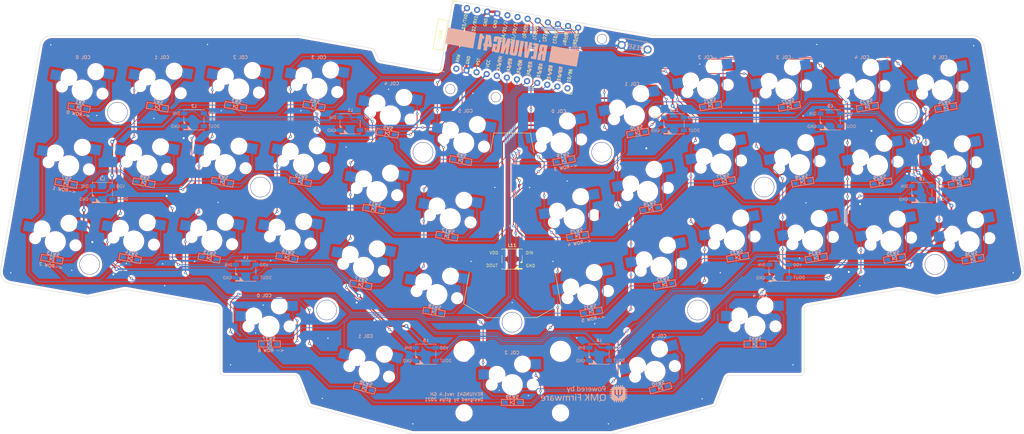
<source format=kicad_pcb>
(kicad_pcb (version 20221018) (generator pcbnew)
  (title_block (title "REVIUNG41") (date "2021-05-31") (rev "1.4"))
  (layers (0 "F.Cu" signal) (31 "B.Cu" signal) (34 "B.Paste" user) (35 "F.Paste" user) (36 "B.SilkS" user "B.Silkscreen") (37 "F.SilkS" user "F.Silkscreen") (38 "B.Mask" user) (39 "F.Mask" user) (44 "Edge.Cuts" user))
  (net 0 "")
  (net 1 "Net-(D1-Pad2)")
  (net 2 "row0")
  (net 3 "Net-(D2-Pad2)")
  (net 4 "Net-(D3-Pad2)")
  (net 5 "Net-(D4-Pad2)")
  (net 6 "Net-(D5-Pad2)")
  (net 7 "Net-(D6-Pad2)")
  (net 8 "row1")
  (net 9 "Net-(D7-Pad2)")
  (net 10 "Net-(D8-Pad2)")
  (net 11 "Net-(D9-Pad2)")
  (net 12 "Net-(D10-Pad2)")
  (net 13 "Net-(D11-Pad2)")
  (net 14 "Net-(D12-Pad2)")
  (net 15 "row2")
  (net 16 "Net-(D13-Pad2)")
  (net 17 "Net-(D14-Pad2)")
  (net 18 "Net-(D15-Pad2)")
  (net 19 "Net-(D16-Pad2)")
  (net 20 "Net-(D17-Pad2)")
  (net 21 "Net-(D18-Pad2)")
  (net 22 "row3")
  (net 23 "Net-(D19-Pad2)")
  (net 24 "Net-(D20-Pad2)")
  (net 25 "Net-(D21-Pad2)")
  (net 26 "Net-(D22-Pad2)")
  (net 27 "Net-(D23-Pad2)")
  (net 28 "Net-(D24-Pad2)")
  (net 29 "row4")
  (net 30 "Net-(D25-Pad2)")
  (net 31 "Net-(D26-Pad2)")
  (net 32 "Net-(D27-Pad2)")
  (net 33 "Net-(D28-Pad2)")
  (net 34 "Net-(D29-Pad2)")
  (net 35 "Net-(D30-Pad2)")
  (net 36 "row5")
  (net 37 "Net-(D31-Pad2)")
  (net 38 "Net-(D32-Pad2)")
  (net 39 "Net-(D33-Pad2)")
  (net 40 "Net-(D34-Pad2)")
  (net 41 "Net-(D35-Pad2)")
  (net 42 "Net-(D36-Pad2)")
  (net 43 "row6")
  (net 44 "Net-(D37-Pad2)")
  (net 45 "Net-(D38-Pad2)")
  (net 46 "Net-(D39-Pad2)")
  (net 47 "Net-(D40-Pad2)")
  (net 48 "Net-(D41-Pad2)")
  (net 49 "LED")
  (net 50 "VCC")
  (net 51 "GND")
  (net 52 "col0")
  (net 53 "col1")
  (net 54 "col2")
  (net 55 "col3")
  (net 56 "col4")
  (net 57 "col5")
  (net 58 "reset")
  (net 59 "Net-(L1-Pad2)")
  (net 60 "Net-(L2-Pad2)")
  (net 61 "Net-(L3-Pad2)")
  (net 62 "Net-(L4-Pad2)")
  (net 63 "Net-(L5-Pad2)")
  (net 64 "Net-(L6-Pad2)")
  (net 65 "Net-(L7-Pad2)")
  (net 66 "Net-(L8-Pad2)")
  (net 67 "Net-(L10-Pad4)")
  (net 68 "Net-(L10-Pad2)")
  (footprint "_reviung-kbd:MXOnly-1U-Hotswap" (layer "F.Cu") (at 38.28 72.1 -10)
    (fp_text reference "SW1")
    (fp_text value "SW_PUSH")
  )
  (footprint "_reviung-kbd:MXOnly-1U-Hotswap" (layer "F.Cu") (at 57.67 71.99 -10)
    (fp_text reference "SW2")
    (fp_text value "SW_PUSH")
  )
  (footprint "_reviung-kbd:MXOnly-1U-Hotswap" (layer "F.Cu") (at 77.02 71.83 -10)
    (fp_text reference "SW3")
    (fp_text value "SW_PUSH")
  )
  (footprint "_reviung-kbd:MXOnly-1U-Hotswap" (layer "F.Cu") (at 96.39 71.69 -10)
    (fp_text reference "SW4")
    (fp_text value "SW_PUSH")
  )
  (footprint "_reviung-kbd:MXOnly-1U-Hotswap" (layer "F.Cu") (at 114.54 78.48 -10)
    (fp_text reference "SW5")
    (fp_text value "SW_PUSH")
  )
  (footprint "_reviung-kbd:MXOnly-1U-Hotswap" (layer "F.Cu") (at 132.71 85.19 -10)
    (fp_text reference "SW6")
    (fp_text value "SW_PUSH")
  )
  (footprint "_reviung-kbd:MXOnly-1U-Hotswap" (layer "F.Cu") (at 34.95 90.83 -10)
    (fp_text reference "SW7")
    (fp_text value "SW_PUSH")
  )
  (footprint "_reviung-kbd:MXOnly-1U-Hotswap" (layer "F.Cu") (at 54.31 90.71 -10)
    (fp_text reference "SW8")
    (fp_text value "SW_PUSH")
  )
  (footprint "_reviung-kbd:MXOnly-1U-Hotswap" (layer "F.Cu") (at 73.71 90.55 -10)
    (fp_text reference "SW9")
    (fp_text value "SW_PUSH")
  )
  (footprint "_reviung-kbd:MXOnly-1U-Hotswap" (layer "F.Cu") (at 93.07 90.44 -10)
    (fp_text reference "SW10")
    (fp_text value "SW_PUSH")
  )
  (footprint "_reviung-kbd:MXOnly-1U-Hotswap" (layer "F.Cu") (at 111.22 97.22 -10)
    (fp_text reference "SW11")
    (fp_text value "SW_PUSH")
  )
  (footprint "_reviung-kbd:MXOnly-1U-Hotswap" (layer "F.Cu") (at 129.37 103.94 -10)
    (fp_text reference "SW12")
    (fp_text value "SW_PUSH")
  )
  (footprint "_reviung-kbd:MXOnly-1U-Hotswap" (layer "F.Cu") (at 31.63 109.62 -10)
    (fp_text reference "SW13")
    (fp_text value "SW_PUSH")
  )
  (footprint "_reviung-kbd:MXOnly-1U-Hotswap" (layer "F.Cu") (at 51.03 109.46 -10)
    (fp_text reference "SW14")
    (fp_text value "SW_PUSH")
  )
  (footprint "_reviung-kbd:MXOnly-1U-Hotswap" (layer "F.Cu") (at 70.37 109.35 -10)
    (fp_text reference "SW15")
    (fp_text value "SW_PUSH")
  )
  (footprint "_reviung-kbd:MXOnly-1U-Hotswap" (layer "F.Cu") (at 89.75462 109.198371 -10)
    (fp_text reference "SW16")
    (fp_text value "SW_PUSH")
  )
  (footprint "_reviung-kbd:MXOnly-1U-Hotswap" (layer "F.Cu") (at 107.91 115.95 -10)
    (fp_text reference "SW17")
    (fp_text value "SW_PUSH")
  )
  (footprint "_reviung-kbd:MXOnly-1U-Hotswap" (layer "F.Cu") (at 126.06 122.71 -10)
    (fp_text reference "SW18")
    (fp_text value "SW_PUSH")
  )
  (footprint "_reviung-kbd:MXOnly-1U-Hotswap" (layer "F.Cu") (at 156.77 85.19 10)
    (fp_text reference "SW19")
    (fp_text value "SW_PUSH")
  )
  (footprint "_reviung-kbd:MXOnly-1U-Hotswap" (layer "F.Cu") (at 174.92 78.41 10)
    (fp_text reference "SW20")
    (fp_text value "SW_PUSH")
  )
  (footprint "_reviung-kbd:MXOnly-1U-Hotswap" (layer "F.Cu") (at 193.05 71.67 10)
    (fp_text reference "SW21")
    (fp_text value "SW_PUSH")
  )
  (footprint "_reviung-kbd:MXOnly-1U-Hotswap" (layer "F.Cu") (at 212.44 71.81 10)
    (fp_text reference "SW22")
    (fp_text value "SW_PUSH")
  )
  (footprint "_reviung-kbd:MXOnly-1U-Hotswap" (layer "F.Cu") (at 231.81 71.94 10)
    (fp_text reference "SW23")
    (fp_text value "SW_PUSH")
  )
  (footprint "_reviung-kbd:MXOnly-1U-Hotswap" (layer "F.Cu") (at 251.15 72.1 10)
    (fp_text reference "SW24")
    (fp_text value "SW_PUSH")
  )
  (footprint "_reviung-kbd:MXOnly-1U-Hotswap" (layer "F.Cu") (at 160.04 103.92 10)
    (fp_text reference "SW25")
    (fp_text value "SW_PUSH")
  )
  (footprint "_reviung-kbd:MXOnly-1U-Hotswap" (layer "F.Cu") (at 178.21 97.18 10)
    (fp_text reference "SW26")
    (fp_text value "SW_PUSH")
  )
  (footprint "_reviung-kbd:MXOnly-1U-Hotswap" (layer "F.Cu") (at 196.34 90.41 10)
    (fp_text reference "SW27")
    (fp_text value "SW_PUSH")
  )
  (footprint "_reviung-kbd:MXOnly-1U-Hotswap" (layer "F.Cu") (at 215.77 90.55 10)
    (fp_text reference "SW28")
    (fp_text value "SW_PUSH")
  )
  (footprint "_reviung-kbd:MXOnly-1U-Hotswap" (layer "F.Cu") (at 235.1 90.71 10)
    (fp_text reference "SW29")
    (fp_text value "SW_PUSH")
  )
  (footprint "_reviung-kbd:MXOnly-1U-Hotswap" (layer "F.Cu") (at 254.49 90.83 10)
    (fp_text reference "SW30")
    (fp_text value "SW_PUSH")
  )
  (footprint "_reviung-kbd:MXOnly-1U-Hotswap" (layer "F.Cu") (at 163.39 122.69 10)
    (fp_text reference "SW31")
    (fp_text value "SW_PUSH")
  )
  (footprint "_reviung-kbd:MXOnly-1U-Hotswap" (layer "F.Cu") (at 181.52 115.93 10)
    (fp_text reference "SW32")
    (fp_text value "SW_PUSH")
  )
  (footprint "_reviung-kbd:MXOnly-1U-Hotswap" (layer "F.Cu") (at 199.67 109.21 10)
    (fp_text reference "SW33")
    (fp_text value "SW_PUSH")
  )
  (footprint "_reviung-kbd:MXOnly-1U-Hotswap" (layer "F.Cu") (at 219.06 109.32 10)
    (fp_text reference "SW34")
    (fp_text value "SW_PUSH")
  )
  (footprint "_reviung-kbd:MXOnly-1U-Hotswap" (layer "F.Cu") (at 238.41 109.48 10)
    (fp_text reference "SW35")
    (fp_text value "SW_PUSH")
  )
  (footprint "_reviung-kbd:MXOnly-1U-Hotswap" (layer "F.Cu") (at 257.78 109.62 10)
    (fp_text reference "SW36")
    (fp_text value "SW_PUSH")
  )
  (footprint "_reviung-kbd:MXOnly-1U-Hotswap" (layer "F.Cu") (at 84.53 130.57)
    (fp_text reference "SW37")
    (fp_text value "SW_PUSH")
  )
  (footprint "_reviung-kbd:MXOnly-1U-Hotswap" (layer "F.Cu") (at 109.302261 141.714882 -15)
    (fp_text reference "SW38")
    (fp_text value "SW_PUSH")
  )
  (footprint "_reviung-kbd:MXOnly-2U-Hotswap-ReversedStabilizers" (layer "F.Cu") (at 144.72 145)
    (fp_text reference "SW39")
    (fp_text value "SW_2U_PUSH")
  )
  (footprint "_reviung-kbd:MXOnly-1U-Hotswap" (layer "F.Cu") (at 180.03 141.71 15)
    (fp_text reference "SW40")
    (fp_text value "SW_PUSH")
  )
  (footprint "_reviung-kbd:MXOnly-1U-Hotswap" (layer "F.Cu") (at 204.77 130.55)
    (fp_text reference "SW41")
    (fp_text value "SW_PUSH")
  )
  (footprint "_reviung-kbd:ProMicro" (layer "F.Cu") (at 146.45 61.82 80)
    (fp_text reference "U1" hide)
    (fp_text value "ProMicro" hide)
  )
  (footprint "_reviung-kbd:LED_WS2812B_PLCC4_5.0x5.0mm_P3.2mm" (layer "F.Cu") (at 144.67 113.92)
    (fp_text reference "L11")
    (fp_text value "WS2812B")
  )
  (footprint "_reviung-kbd:HOLE" (layer "F.Cu") (at 47.01 77.59)
    (fp_text reference "H1")
    (fp_text value "H1")
  )
  (footprint "_reviung-kbd:HOLE" (layer "F.Cu") (at 40.13 115.24)
    (fp_text reference "H2")
    (fp_text value "H2")
  )
  (footprint "_reviung-kbd:HOLE" (layer "F.Cu") (at 82.4 96.1)
    (fp_text reference "H3")
    (fp_text value "H3")
  )
  (footprint "_reviung-kbd:HOLE" (layer "F.Cu") (at 98.77 126.53)
    (fp_text reference "H4")
    (fp_text value "H4")
  )
  (footprint "_reviung-kbd:HOLE" (layer "F.Cu") (at 144.66 129.53)
    (fp_text reference "H6")
    (fp_text value "H6")
  )
  (footprint "_reviung-kbd:HOLE" (layer "F.Cu") (at 190.56 126.53)
    (fp_text reference "H8")
    (fp_text value "H8")
  )
  (footprint "_reviung-kbd:HOLE" (layer "F.Cu") (at 207.05 96.09)
    (fp_text reference "H9")
    (fp_text value "H9")
  )
  (footprint "_reviung-kbd:HOLE" (layer "F.Cu") (at 249.32 115.24)
    (fp_text reference "H10")
    (fp_text value "H10")
  )
  (footprint "_reviung-kbd:HOLE" (layer "F.Cu") (at 242.47 77.58)
    (fp_text reference "H11")
    (fp_text value "H11")
  )
  (footprint "_reviung-kbd:HOLE" (layer "F.Cu") (at 166.84 87.48)
    (fp_text reference "H7")
    (fp_text value "H7")
  )
  (footprint "_reviung-kbd:HOLE" (layer "F.Cu") (at 122.62 87.48)
    (fp_text reference "H5")
    (fp_text value "H5")
  )
  (footprint "_reviung-kbd:HOLE_2.2mm" (layer "F.Cu") (at 166.93 59.42)
    (fp_text reference "H14")
    (fp_text value "H14")
  )
  (footprint "_reviung-kbd:HOLE_2.2mm" (layer "F.Cu") (at 140.63 73.86)
    (fp_text reference "H13")
    (fp_text value "H13")
  )
  (footprint "_reviung-kbd:HOLE_2.2mm" (layer "F.Cu") (at 129.39 71.86)
    (fp_text reference "H12")
    (fp_text value "H12")
  )
  (footprint "_reviung-kbd:D3_SMD_1side" (layer "B.Cu") (at 37.5 76.43 -10)
    (fp_text reference "D1" hide)
    (fp_text value "1N4148W" hide)
  )
  (footprint "_reviung-kbd:D3_SMD_1side" (layer "B.Cu") (at 56.92 76.32 -10)
    (fp_text reference "D2" hide)
    (fp_text value "1N4148W" hide)
  )
  (footprint "_reviung-kbd:D3_SMD_1side" (layer "B.Cu") (at 76.24 76.13 -10)
    (fp_text reference "D3" hide)
    (fp_text value "1N4148W" hide)
  )
  (footprint "_reviung-kbd:D3_SMD_1side" (layer "B.Cu") (at 95.65 76.03 -10)
    (fp_text reference "D4" hide)
    (fp_text value "1N4148W" hide)
  )
  (footprint "_reviung-kbd:D3_SMD_1side" (layer "B.Cu") (at 113.8 82.82 -10)
    (fp_text reference "D5" hide)
    (fp_text value "1N4148W" hide)
  )
  (footprint "_reviung-kbd:D3_SMD_1side" (layer "B.Cu") (at 131.94 89.52 -10)
    (fp_text reference "D6" hide)
    (fp_text value "1N4148W" hide)
  )
  (footprint "_reviung-kbd:D3_SMD_1side" (layer "B.Cu") (at 34.32 95.19 -10)
    (fp_text reference "D7" hide)
    (fp_text value "1N4148W" hide)
  )
  (footprint "_reviung-kbd:D3_SMD_1side" (layer "B.Cu") (at 53.55 95.04 -10)
    (fp_text reference "D8" hide)
    (fp_text value "1N4148W" hide)
  )
  (footprint "_reviung-kbd:D3_SMD_1side" (layer "B.Cu") (at 73.01 94.89 -10)
    (fp_text reference "D9" hide)
    (fp_text value "1N4148W" hide)
  )
  (footprint "_reviung-kbd:D3_SMD_1side" (layer "B.Cu") (at 92.27 94.77 -10)
    (fp_text reference "D10" hide)
    (fp_text value "1N4148W" hide)
  )
  (footprint "_reviung-kbd:D3_SMD_1side" (layer "B.Cu") (at 110.45 101.55 -10)
    (fp_text reference "D11" hide)
    (fp_text value "1N4148W" hide)
  )
  (footprint "_reviung-kbd:D3_SMD_1side" (layer "B.Cu") (at 128.53 108.25 -10)
    (fp_text reference "D12" hide)
    (fp_text value "1N4148W" hide)
  )
  (footprint "_reviung-kbd:D3_SMD_1side" (layer "B.Cu") (at 30.78 113.94 -10)
    (fp_text reference "D13" hide)
    (fp_text value "1N4148W" hide)
  )
  (footprint "_reviung-kbd:D3_SMD_1side" (layer "B.Cu") (at 50.14 113.77 -10)
    (fp_text reference "D14" hide)
    (fp_text value "1N4148W" hide)
  )
  (footprint "_reviung-kbd:D3_SMD_1side" (layer "B.Cu") (at 69.71 113.7 -10)
    (fp_text reference "D15" hide)
    (fp_text value "1N4148W" hide)
  )
  (footprint "_reviung-kbd:D3_SMD_1side" (layer "B.Cu") (at 88.96 113.53 -10)
    (fp_text reference "D16" hide)
    (fp_text value "1N4148W" hide)
  )
  (footprint "_reviung-kbd:D3_SMD_1side" (layer "B.Cu") (at 107.22 120.3 -10)
    (fp_text reference "D17" hide)
    (fp_text value "1N4148W" hide)
  )
  (footprint "_reviung-kbd:D3_SMD_1side" (layer "B.Cu") (at 125.33 127.04 -10)
    (fp_text reference "D18" hide)
    (fp_text value "1N4148W" hide)
  )
  (footprint "_reviung-kbd:D3_SMD_1side" (layer "B.Cu") (at 157.53 89.53 10)
    (fp_text reference "D19" hide)
    (fp_text value "1N4148W" hide)
  )
  (footprint "_reviung-kbd:D3_SMD_1side" (layer "B.Cu") (at 175.78 82.71 10)
    (fp_text reference "D20" hide)
    (fp_text value "1N4148W" hide)
  )
  (footprint "_reviung-kbd:D3_SMD_1side" (layer "B.Cu") (at 193.8 76.01 10)
    (fp_text reference "D21" hide)
    (fp_text value "1N4148W" hide)
  )
  (footprint "_reviung-kbd:D3_SMD_1side" (layer "B.Cu") (at 213.28 76.11 10)
    (fp_text reference "D22" hide)
    (fp_text value "1N4148W" hide)
  )
  (footprint "_reviung-kbd:D3_SMD_1side" (layer "B.Cu") (at 232.63 76.31 10)
    (fp_text reference "D23" hide)
    (fp_text value "1N4148W" hide)
  )
  (footprint "_reviung-kbd:D3_SMD_1side" (layer "B.Cu") (at 252.04 76.41 10)
    (fp_text reference "D24" hide)
    (fp_text value "1N4148W" hide)
  )
  (footprint "_reviung-kbd:D3_SMD_1side" (layer "B.Cu") (at 160.91 108.21 10)
    (fp_text reference "D25" hide)
    (fp_text value "1N4148W" hide)
  )
  (footprint "_reviung-kbd:D3_SMD_1side" (layer "B.Cu") (at 179 101.52 10)
    (fp_text reference "D26" hide)
    (fp_text value "1N4148W" hide)
  )
  (footprint "_reviung-kbd:D3_SMD_1side" (layer "B.Cu") (at 197.22 94.73 10)
    (fp_text reference "D27" hide)
    (fp_text value "1N4148W" hide)
  )
  (footprint "_reviung-kbd:D3_SMD_1side" (layer "B.Cu") (at 216.59 94.86 10)
    (fp_text reference "D28" hide)
    (fp_text value "1N4148W" hide)
  )
  (footprint "_reviung-kbd:D3_SMD_1side" (layer "B.Cu") (at 235.97 95.03 10)
    (fp_text reference "D29" hide)
    (fp_text value "1N4148W" hide)
  )
  (footprint "_reviung-kbd:D3_SMD_1side" (layer "B.Cu") (at 255.35 95.16 10)
    (fp_text reference "D30" hide)
    (fp_text value "1N4148W" hide)
  )
  (footprint "_reviung-kbd:D3_SMD_1side" (layer "B.Cu") (at 164.29 126.99 10)
    (fp_text reference "D31" hide)
    (fp_text value "1N4148W" hide)
  )
  (footprint "_reviung-kbd:D3_SMD_1side" (layer "B.Cu") (at 182.44 120.24 10)
    (fp_text reference "D32" hide)
    (fp_text value "1N4148W" hide)
  )
  (footprint "_reviung-kbd:D3_SMD_1side" (layer "B.Cu") (at 200.53 113.48 10)
    (fp_text reference "D33" hide)
    (fp_text value "1N4148W" hide)
  )
  (footprint "_reviung-kbd:D3_SMD_1side" (layer "B.Cu") (at 219.94 113.64 10)
    (fp_text reference "D34" hide)
    (fp_text value "1N4148W" hide)
  )
  (footprint "_reviung-kbd:D3_SMD_1side" (layer "B.Cu") (at 239.32 113.78 10)
    (fp_text reference "D35" hide)
    (fp_text value "1N4148W" hide)
  )
  (footprint "_reviung-kbd:D3_SMD_1side" (layer "B.Cu") (at 258.73 113.94 10)
    (fp_text reference "D36" hide)
    (fp_text value "1N4148W" hide)
  )
  (footprint "_reviung-kbd:D3_SMD_1side" (layer "B.Cu") (at 84.61 134.94)
    (fp_text reference "D37" hide)
    (fp_text value "1N4148W" hide)
  )
  (footprint "_reviung-kbd:D3_SMD_1side" (layer "B.Cu") (at 108.14 145.94 -15)
    (fp_text reference "D38" hide)
    (fp_text value "1N4148W" hide)
  )
  (footprint "_reviung-kbd:D3_SMD_1side" (layer "B.Cu") (at 144.73 149.39)
    (fp_text reference "D39" hide)
    (fp_text value "1N4148W" hide)
  )
  (footprint "_reviung-kbd:D3_SMD_1side" (layer "B.Cu") (at 181.39 145.86 15)
    (fp_text reference "D40" hide)
    (fp_text value "1N4148W" hide)
  )
  (footprint "_reviung-kbd:D3_SMD_1side" (layer "B.Cu") (at 204.78 134.95)
    (fp_text reference "D41" hide)
    (fp_text value "1N4148W" hide)
  )
  (footprint "_reviung-kbd:ResetSW_1side" (layer "B.Cu") (at 175 61.5 -10)
    (fp_text reference "RESET1" hide)
    (fp_text value "SW_PUSH" hide)
  )
  (footprint "_reviung-kbd:LED_WS2812B_PLCC4_5.0x5.0mm_P3.2mm" (layer "B.Cu") (at 104.59 80.44 180)
    (fp_text reference "L1")
    (fp_text value "WS2812B")
  )
  (footprint "_reviung-kbd:LED_WS2812B_PLCC4_5.0x5.0mm_P3.2mm" (layer "B.Cu") (at 65.94 79.45 180)
    (fp_text reference "L2")
    (fp_text value "WS2812B")
  )
  (footprint "_reviung-kbd:LED_WS2812B_PLCC4_5.0x5.0mm_P3.2mm" (layer "B.Cu") (at 43.27 97.47 180)
    (fp_text reference "L3")
    (fp_text value "WS2812B")
  )
  (footprint "_reviung-kbd:LED_WS2812B_PLCC4_5.0x5.0mm_P3.2mm" (layer "B.Cu") (at 78.76 116.91 180)
    (fp_text reference "L4")
    (fp_text value "WS2812B")
  )
  (footprint "_reviung-kbd:LED_WS2812B_PLCC4_5.0x5.0mm_P3.2mm" (layer "B.Cu") (at 123.31 137.46 180)
    (fp_text reference "L5")
    (fp_text value "WS2812B")
  )
  (footprint "_reviung-kbd:LED_WS2812B_PLCC4_5.0x5.0mm_P3.2mm" (layer "B.Cu") (at 166.19 137.44 180)
    (fp_text reference "L6")
    (fp_text value "WS2812B")
  )
  (footprint "_reviung-kbd:LED_WS2812B_PLCC4_5.0x5.0mm_P3.2mm" (layer "B.Cu") (at 210.74 116.91 180)
    (fp_text reference "L7")
    (fp_text value "WS2812B")
  )
  (footprint "_reviung-kbd:LED_WS2812B_PLCC4_5.0x5.0mm_P3.2mm" (layer "B.Cu") (at 246.09 97.46 180)
    (fp_text reference "L8")
    (fp_text value "WS2812B")
  )
  (footprint "_reviung-kbd:LED_WS2812B_PLCC4_5.0x5.0mm_P3.2mm" (layer "B.Cu") (at 223.4 79.47 180)
    (fp_text reference "L9")
    (fp_text value "WS2812B")
  )
  (footprint "_reviung-kbd:LED_WS2812B_PLCC4_5.0x5.0mm_P3.2mm" (layer "B.Cu") (at 184.74 80.47 180)
    (fp_text reference "L10")
    (fp_text value "WS2812B")
  )
  (footprint "_reviung-kbd:reviung41-bsilk-center-x4-ver1" (layer "B.Cu") (at 144.74 61.49 170)
    (fp_text reference "G***" hide)
    (fp_text value "LOGO" hide)
  )
  (footprint "_reviung-kbd:QMK-x4-ver1" (layer "B.Cu") (at 162.5 147.25 180)
    (fp_text reference "G***" hide)
    (fp_text value "LOGO" hide)
  )
  (gr_line (start 147.12 128.41) (end 150.8 128.41) (stroke (width 0.12)) (layer "F.SilkS"))
  (gr_line (start 149.23 82.72) (end 150.09 87.56) (stroke (width 0.12)) (layer "F.SilkS"))
  (gr_line (start 132.69 125.03) (end 138.5 128.41) (stroke (width 0.12)) (layer "F.SilkS"))
  (gr_line (start 138.5 128.41) (end 142.27 128.41) (stroke (width 0.12)) (layer "F.SilkS"))
  (gr_line (start 140.14 82.72) (end 149.23 82.72) (stroke (width 0.12)) (layer "F.SilkS"))
  (gr_line (start 150.8 128.41) (end 156.7 125.03) (stroke (width 0.12)) (layer "F.SilkS"))
  (gr_line (start 134.07 117.1) (end 132.69 125.03) (stroke (width 0.12)) (layer "F.SilkS"))
  (gr_line (start 156.7 125.03) (end 155.29 116.98) (stroke (width 0.12)) (layer "F.SilkS"))
  (gr_line (start 139.32 87.52) (end 140.14 82.72) (stroke (width 0.12)) (layer "F.SilkS"))
  (gr_curve (pts (xy 48.496357 121.503476) (xy 48.748257 121.450355) (xy 49.008043 121.446366) (xy 49.261455 121.491728)) (stroke (width 0.1)) (layer "Edge.Cuts"))
  (gr_curve (pts (xy 18.033669 116.513037) (xy 17.744983 118.145501) (xy 18.835089 119.702656) (xy 20.467783 119.990034)) (stroke (width 0.1)) (layer "Edge.Cuts"))
  (gr_curve (pts (xy 30.796944 58.56683) (xy 29.341625 58.566827) (xy 28.096202 59.611331) (xy 27.842775 61.044414)) (stroke (width 0.1)) (layer "Edge.Cuts"))
  (gr_curve (pts (xy 268.847815 119.990145) (xy 270.479733 119.702652) (xy 271.569503 118.146533) (xy 271.281741 116.514663)) (stroke (width 0.1)) (layer "Edge.Cuts"))
  (gr_curve (pts (xy 71.566204 125.484389) (xy 72.04294 125.569728) (xy 72.39 125.984429) (xy 72.39 126.468743)) (stroke (width 0.1)) (layer "Edge.Cuts"))
  (gr_curve (pts (xy 195.098354 149.8319) (xy 195.098354 149.8319) (xy 197.605375 143.358841) (xy 197.605375 143.358841)) (stroke (width 0.1)) (layer "Edge.Cuts"))
  (gr_curve (pts (xy 39.275884 123.300537) (xy 39.527505 123.344826) (xy 39.785282 123.340493) (xy 40.035273 123.287775)) (stroke (width 0.1)) (layer "Edge.Cuts"))
  (gr_curve (pts (xy 112.174798 64.830257) (xy 111.845019 64.771499) (xy 111.566563 64.551527) (xy 111.433061 64.244307)) (stroke (width 0.1)) (layer "Edge.Cuts"))
  (gr_curve (pts (xy 94.911727 150.436439) (xy 94.911727 150.436439) (xy 120.098069 157.167762) (xy 120.098069 157.167762)) (stroke (width 0.1)) (layer "Edge.Cuts"))
  (gr_curve (pts (xy 179.286705 58.566954) (xy 179.286705 58.566954) (xy 130.935242 50.110192) (xy 130.935242 50.110192)) (stroke (width 0.1)) (layer "Edge.Cuts"))
  (gr_curve (pts (xy 240.879373 121.501821) (xy 240.879373 121.501821) (xy 249.296488 123.287053) (xy 249.296488 123.287053)) (stroke (width 0.1)) (layer "Edge.Cuts"))
  (gr_curve (pts (xy 72.39 126.468743) (xy 72.39 126.468743) (xy 72.39 141.72) (xy 72.39 141.72)) (stroke (width 0.1)) (layer "Edge.Cuts"))
  (gr_curve (pts (xy 194.424486 150.436715) (xy 194.732745 150.35418) (xy 194.983102 150.129478) (xy 195.098354 149.8319)) (stroke (width 0.1)) (layer "Edge.Cuts"))
  (gr_curve (pts (xy 198.537879 142.72) (xy 198.537879 142.72) (xy 215.957833 142.72) (xy 215.957833 142.72)) (stroke (width 0.1)) (layer "Edge.Cuts"))
  (gr_curve (pts (xy 127.037491 66.460793) (xy 126.941489 67.005399) (xy 126.421692 67.368689) (xy 125.877264 67.271686)) (stroke (width 0.1)) (layer "Edge.Cuts"))
  (gr_curve (pts (xy 120.098069 157.167762) (xy 120.098069 157.167762) (xy 169.284731 157.167762) (xy 169.284731 157.167762)) (stroke (width 0.1)) (layer "Edge.Cuts"))
  (gr_curve (pts (xy 40.035273 123.287775) (xy 40.035273 123.287775) (xy 48.496357 121.503476) (xy 48.496357 121.503476)) (stroke (width 0.1)) (layer "Edge.Cuts"))
  (gr_curve (pts (xy 110.603226 62.334656) (xy 110.469589 62.027125) (xy 110.190716 61.807041) (xy 109.860547 61.748539)) (stroke (width 0.1)) (layer "Edge.Cuts"))
  (gr_curve (pts (xy 129.776764 50.921401) (xy 129.776764 50.921401) (xy 127.037491 66.460793) (xy 127.037491 66.460793)) (stroke (width 0.1)) (layer "Edge.Cuts"))
  (gr_curve (pts (xy 215.957833 142.72) (xy 216.510118 142.72) (xy 216.957833 142.272285) (xy 216.957833 141.72)) (stroke (width 0.1)) (layer "Edge.Cuts"))
  (gr_curve (pts (xy 49.261455 121.491728) (xy 49.261455 121.491728) (xy 71.566204 125.484389) (xy 71.566204 125.484389)) (stroke (width 0.1)) (layer "Edge.Cuts"))
  (gr_curve (pts (xy 72.39 141.72) (xy 72.39 142.272285) (xy 72.837715 142.72) (xy 73.39 142.72)) (stroke (width 0.1)) (layer "Edge.Cuts"))
  (gr_curve (pts (xy 197.605375 143.358841) (xy 197.754504 142.973793) (xy 198.124961 142.72) (xy 198.537879 142.72)) (stroke (width 0.1)) (layer "Edge.Cuts"))
  (gr_curve (pts (xy 261.50045 61.045975) (xy 261.247625 59.612229) (xy 260.001901 58.566954) (xy 258.546033 58.566954)) (stroke (width 0.1)) (layer "Edge.Cuts"))
  (gr_curve (pts (xy 73.39 142.72) (xy 73.39 142.72) (xy 90.792187 142.72) (xy 90.792187 142.72)) (stroke (width 0.1)) (layer "Edge.Cuts"))
  (gr_curve (pts (xy 169.284731 157.167762) (xy 169.284731 157.167762) (xy 194.424486 150.436715) (xy 194.424486 150.436715)) (stroke (width 0.1)) (layer "Edge.Cuts"))
  (gr_curve (pts (xy 250.058442 123.300244) (xy 250.058442 123.300244) (xy 268.847815 119.990145) (xy 268.847815 119.990145)) (stroke (width 0.1)) (layer "Edge.Cuts"))
  (gr_curve (pts (xy 20.467783 119.990034) (xy 20.467783 119.990034) (xy 39.275884 123.300537) (xy 39.275884 123.300537)) (stroke (width 0.1)) (layer "Edge.Cuts"))
  (gr_curve (pts (xy 90.792187 142.72) (xy 91.204818 142.72) (xy 91.575079 142.973445) (xy 91.724407 143.358107)) (stroke (width 0.1)) (layer "Edge.Cuts"))
  (gr_curve (pts (xy 258.546033 58.566954) (xy 258.546033 58.566954) (xy 179.286705 58.566954) (xy 179.286705 58.566954)) (stroke (width 0.1)) (layer "Edge.Cuts"))
  (gr_curve (pts (xy 216.957833 126.45959) (xy 216.957833 125.975086) (xy 217.305159 125.560279) (xy 217.782125 125.475147)) (stroke (width 0.1)) (layer "Edge.Cuts"))
  (gr_curve (pts (xy 216.957833 141.72) (xy 216.957833 141.72) (xy 216.957833 126.45959) (xy 216.957833 126.45959)) (stroke (width 0.1)) (layer "Edge.Cuts"))
  (gr_curve (pts (xy 109.860547 61.748539) (xy 109.860547 61.748539) (xy 91.904428 58.566954) (xy 91.904428 58.566954)) (stroke (width 0.1)) (layer "Edge.Cuts"))
  (gr_curve (pts (xy 240.112996 121.489415) (xy 240.366866 121.444103) (xy 240.627103 121.448315) (xy 240.879373 121.501821)) (stroke (width 0.1)) (layer "Edge.Cuts"))
  (gr_curve (pts (xy 249.296488 123.287053) (xy 249.54728 123.340245) (xy 249.80596 123.344723) (xy 250.058442 123.300244)) (stroke (width 0.1)) (layer "Edge.Cuts"))
  (gr_curve (pts (xy 94.237706 149.832241) (xy 94.353149 150.129618) (xy 94.603544 150.354074) (xy 94.911727 150.436439)) (stroke (width 0.1)) (layer "Edge.Cuts"))
  (gr_curve (pts (xy 130.935242 50.110192) (xy 130.391325 50.014281) (xy 129.872647 50.377479) (xy 129.776764 50.921401)) (stroke (width 0.1)) (layer "Edge.Cuts"))
  (gr_curve (pts (xy 271.281741 116.514663) (xy 271.281741 116.514663) (xy 261.50045 61.045975) (xy 261.50045 61.045975)) (stroke (width 0.1)) (layer "Edge.Cuts"))
  (gr_curve (pts (xy 125.877264 67.271686) (xy 125.877264 67.271686) (xy 112.174798 64.830257) (xy 112.174798 64.830257)) (stroke (width 0.1)) (layer "Edge.Cuts"))
  (gr_curve (pts (xy 27.842775 61.044414) (xy 27.842775 61.044414) (xy 18.033669 116.513037) (xy 18.033669 116.513037)) (stroke (width 0.1)) (layer "Edge.Cuts"))
  (gr_curve (pts (xy 111.433061 64.244307) (xy 111.433061 64.244307) (xy 110.603226 62.334656) (xy 110.603226 62.334656)) (stroke (width 0.1)) (layer "Edge.Cuts"))
  (gr_curve (pts (xy 91.724407 143.358107) (xy 91.724407 143.358107) (xy 94.237706 149.832241) (xy 94.237706 149.832241)) (stroke (width 0.1)) (layer "Edge.Cuts"))
  (gr_curve (pts (xy 91.904428 58.566954) (xy 91.904428 58.566954) (xy 30.796944 58.56683) (xy 30.796944 58.56683)) (stroke (width 0.1)) (layer "Edge.Cuts"))
  (gr_curve (pts (xy 217.782125 125.475147) (xy 217.782125 125.475147) (xy 240.112996 121.489415) (xy 240.112996 121.489415)) (stroke (width 0.1)) (layer "Edge.Cuts"))
  (gr_text "COL 5" (at 160.51 59.73 80) (layer "B.SilkS") (effects (font (size 0.8 0.8)) (justify mirror)))
  (gr_text "ROW 4" (at 151.6 67.36 80) (layer "B.SilkS") (effects (font (size 0.8 0.8)) (justify mirror)))
  (gr_text "ROW 0" (at 141.59 65.51 80) (layer "B.SilkS") (effects (font (size 0.8 0.8)) (justify mirror)))
  (gr_text "ROW 3" (at 149.08 66.89 80) (layer "B.SilkS") (effects (font (size 0.8 0.8)) (justify mirror)))
  (gr_text "ROW 1" (at 144.07 66.07 80) (layer "B.SilkS") (effects (font (size 0.8 0.8)) (justify mirror)))
  (gr_text "ROW 2" (at 146.6 66.45 80) (layer "B.SilkS") (effects (font (size 0.8 0.8)) (justify mirror)))
  (gr_text "ROW 5" (at 154.08 67.8 80) (layer "B.SilkS") (effects (font (size 0.8 0.8)) (justify mirror)))
  (gr_text "ROW 6" (at 156.51 68.15 80) (layer "B.SilkS") (effects (font (size 0.8 0.8)) (justify mirror)))
  (gr_text "<-ROW 0" (at 37.32 78.05 -10) (layer "B.SilkS") (effects (font (size 0.8 0.8)) (justify mirror)))
  (gr_text "<-ROW 3" (at 157.95 91.2 10) (layer "B.SilkS") (effects (font (size 0.8 0.8)) (justify mirror)))
  (gr_text "<-ROW 2" (at 30.52 115.58 -10) (layer "B.SilkS") (effects (font (size 0.8 0.8)) (justify mirror)))
  (gr_text "COL 0" (at 83.33 122.94) (layer "B.SilkS") (effects (font (size 0.8 0.8)) (justify mirror)))
  (gr_text "COL 0" (at 156.23 77.34) (layer "B.SilkS") (effects (font (size 0.8 0.8)) (justify mirror)))
  (gr_text "COL 3" (at 155.51 58.82 80) (layer "B.SilkS") (effects (font (size 0.8 0.8)) (justify mirror)))
  (gr_text "COL 0" (at 148 57.5 80) (layer "B.SilkS") (effects (font (size 0.8 0.8)) (justify mirror)))
  (gr_text "COL 4" (at 231.26 64) (layer "B.SilkS") (effects (font (size 0.8 0.8)) (justify mirror)))
  (gr_text "COL 4" (at 114.88 70.47) (layer "B.SilkS") (effects (font (size 0.8 0.8)) (justify mirror)))
  (gr_text "COL 4" (at 158.03 59.29 80) (layer "B.SilkS") (effects (font (size 0.8 0.8)) (justify mirror)))
  (gr_text "COL 1" (at 174.36 70.58) (layer "B.SilkS") (effects (font (size 0.8 0.8)) (justify mirror)))
  (gr_text "COL 2" (at 144.64 137.09) (layer "B.SilkS") (effects (font (size 0.8 0.8)) (justify mirror)))
  (gr_text "COL 1" (at 58.01 64) (layer "B.SilkS") (effects (font (size 0.8 0.8)) (justify mirror)))
  (gr_text "<-ROW 5" (at 164.73 128.65 10) (layer "B.SilkS") (effects (font (size 0.8 0.8)) (justify mirror)))
  (gr_text "COL 5" (at 133.13 77.25) (layer "B.SilkS") (effects (font (size 0.8 0.8)) (justify mirror)))
  (gr_text "COL 0" (at 38.5 64) (layer "B.SilkS") (effects (font (size 0.8 0.8)) (justify mirror)))
  (gr_text "REVIUNG41 rev1.4 GH\nDesigned by gtips 2021" (at 137.64 148) (layer "B.SilkS") (effects (font (size 0.8 0.8)) (justify left mirror)))
  (gr_text "COL 5" (at 250.59 64) (layer "B.SilkS") (effects (font (size 0.8 0.8)) (justify mirror)))
  (gr_text "COL 4" (at 206.05 122.96) (layer "B.SilkS") (effects (font (size 0.8 0.8)) (justify mirror)))
  (gr_text "COL 1" (at 108.41 133) (layer "B.SilkS") (effects (font (size 0.8 0.8)) (justify mirror)))
  (gr_text "COL 3" (at 181.05 133) (layer "B.SilkS") (effects (font (size 0.8 0.8)) (justify mirror)))
  (gr_text "<-ROW 4" (at 161.36 109.91 10) (layer "B.SilkS") (effects (font (size 0.8 0.8)) (justify mirror)))
  (gr_text "<-ROW 1" (at 33.86 96.8 -10) (layer "B.SilkS") (effects (font (size 0.8 0.8)) (justify mirror)))
  (gr_text "COL 3" (at 211.87 64) (layer "B.SilkS") (effects (font (size 0.8 0.8)) (justify mirror)))
  (gr_text "COL 2" (at 192.49 64) (layer "B.SilkS") (effects (font (size 0.8 0.8)) (justify mirror)))
  (gr_text "COL 2" (at 153.03 58.38 80) (layer "B.SilkS") (effects (font (size 0.8 0.8)) (justify mirror)))
  (gr_text "COL 2" (at 77.45 64) (layer "B.SilkS") (effects (font (size 0.8 0.8)) (justify mirror)))
  (gr_text "COL 3" (at 96.84 64) (layer "B.SilkS") (effects (font (size 0.8 0.8)) (justify mirror)))
  (gr_text "<- ROW 6" (at 85 136.5) (layer "B.SilkS") (effects (font (size 0.8 0.8)) (justify mirror)))
  (gr_text "COL 1" (at 150.5 58 80) (layer "B.SilkS") (effects (font (size 0.8 0.8)) (justify mirror)))
  (segment (start 44.91538 74.28462) (end 42.461774 76.738226) (width 0.2) (layer "B.Cu") (net 1))
  (segment (start 44.91538 68.111629) (end 44.91538 74.28462) (width 0.2) (layer "B.Cu") (net 1))
  (segment (start 42.461774 76.738226) (end 39.248034 76.738226) (width 0.2) (layer "B.Cu") (net 1))
  (segment (start 96.4 82) (end 96.4 82) (width 0.2) (layer "F.Cu") (net 2))
  (segment (start 96.4 78) (end 96.4 82) (width 0.2) (layer "F.Cu") (net 2))
  (via (at 96.4 78) (size 0.6) (drill 0.3) (layers "F.Cu" "B.Cu") (net 2))
  (via (at 96.4 82) (size 0.6) (drill 0.3) (layers "F.Cu" "B.Cu") (net 2))
  (segment (start 61.153987 77.508891) (end 62.841104 75.821774) (width 0.2) (layer "B.Cu") (net 2))
  (segment (start 131.689083 90.708891) (end 141.091109 90.708891) (width 0.2) (layer "B.Cu") (net 2))
  (segment (start 93.901966 75.721774) (end 89.178186 75.721774) (width 0.2) (layer "B.Cu") (net 2))
  (segment (start 77.94998 78.24998) (end 86.64998 78.24998) (width 0.2) (layer "B.Cu") (net 2))
  (segment (start 120.5 91.1) (end 125 91.1) (width 0.2) (layer "B.Cu") (net 2))
  (segment (start 142.95 70.636814) (end 142.95 88.85) (width 0.2) (layer "B.Cu") (net 2))
  (segment (start 35.751966 76.151966) (end 40.29999 80.69999) (width 0.2) (layer "B.Cu") (net 2))
  (segment (start 50.48375 80.69999) (end 55.171966 76.011774) (width 0.2) (layer "B.Cu") (net 2))
  (segment (start 125 91.1) (end 126.888226 89.211774) (width 0.2) (layer "B.Cu") (net 2))
  (segment (start 140.876381 68.563195) (end 142.95 70.636814) (width 0.2) (layer "B.Cu") (net 2))
  (segment (start 35.751966 76.121774) (end 35.751966 76.151966) (width 0.2) (layer "B.Cu") (net 2))
  (segment (start 56.311774 76.011774) (end 57.808891 77.508891) (width 0.2) (layer "B.Cu") (net 2))
  (segment (start 112.051966 82.511774) (end 113.411774 82.511774) (width 0.2) (layer "B.Cu") (net 2))
  (segment (start 89.178186 75.721774) (end 86.64998 78.24998) (width 0.2) (layer "B.Cu") (net 2))
  (segment (start 57.808891 77.508891) (end 61.153987 77.508891) (width 0.2) (layer "B.Cu") (net 2))
  (segment (start 55.171966 76.011774) (end 56.311774 76.011774) (width 0.2) (layer "B.Cu") (net 2))
  (segment (start 93.901966 75.721774) (end 94.121774 75.721774) (width 0.2) (layer "B.Cu") (net 2))
  (segment (start 141.091109 90.708891) (end 142.95 88.85) (width 0.2) (layer "B.Cu") (net 2))
  (segment (start 126.888226 89.211774) (end 130.191966 89.211774) (width 0.2) (layer "B.Cu") (net 2))
  (segment (start 40.29999 80.69999) (end 50.48375 80.69999) (width 0.2) (layer "B.Cu") (net 2))
  (segment (start 96.4 82) (end 98.7 84.3) (width 0.2) (layer "B.Cu") (net 2))
  (segment (start 75.521774 75.821774) (end 77.94998 78.24998) (width 0.2) (layer "B.Cu") (net 2))
  (segment (start 94.121774 75.721774) (end 96.4 78) (width 0.2) (layer "B.Cu") (net 2))
  (segment (start 113.411774 82.511774) (end 116.1 85.2) (width 0.2) (layer "B.Cu") (net 2))
  (segment (start 62.841104 75.821774) (end 74.491966 75.821774) (width 0.2) (layer "B.Cu") (net 2))
  (segment (start 116.1 86.7) (end 120.5 91.1) (width 0.2) (layer "B.Cu") (net 2))
  (segment (start 110.26374 84.3) (end 112.051966 82.511774) (width 0.2) (layer "B.Cu") (net 2))
  (segment (start 98.7 84.3) (end 110.26374 84.3) (width 0.2) (layer "B.Cu") (net 2))
  (segment (start 116.1 85.2) (end 116.1 86.7) (width 0.2) (layer "B.Cu") (net 2))
  (segment (start 130.191966 89.211774) (end 131.689083 90.708891) (width 0.2) (layer "B.Cu") (net 2))
  (segment (start 74.491966 75.821774) (end 75.521774 75.821774) (width 0.2) (layer "B.Cu") (net 2))
  (segment (start 60.49626 71.810749) (end 64.30538 68.001629) (width 0.2) (layer "B.Cu") (net 3))
  (segment (start 60.49626 74.8) (end 60.49626 71.810749) (width 0.2) (layer "B.Cu") (net 3))
  (segment (start 58.668034 76.628226) (end 60.49626 74.8) (width 0.2) (layer "B.Cu") (net 3))
  (segment (start 83.65538 74.14462) (end 81.361774 76.438226) (width 0.2) (layer "B.Cu") (net 4))
  (segment (start 81.361774 76.438226) (end 77.988034 76.438226) (width 0.2) (layer "B.Cu") (net 4))
  (segment (start 83.65538 67.841629) (end 83.65538 74.14462) (width 0.2) (layer "B.Cu") (net 4))
  (segment (start 103.02538 74.07462) (end 100.761774 76.338226) (width 0.2) (layer "B.Cu") (net 5))
  (segment (start 103.02538 67.701629) (end 103.02538 74.07462) (width 0.2) (layer "B.Cu") (net 5))
  (segment (start 100.761774 76.338226) (end 97.398034 76.338226) (width 0.2) (layer "B.Cu") (net 5))
  (segment (start 119.5 83.1) (end 119.5 83.1) (width 0.2) (layer "F.Cu") (net 6))
  (segment (start 121.17538 77.97538) (end 121.17538 81.42462) (width 0.2) (layer "F.Cu") (net 6))
  (segment (start 121.17538 81.42462) (end 119.5 83.1) (width 0.2) (layer "F.Cu") (net 6))
  (via (at 121.17538 77.97538) (size 0.6) (drill 0.3) (layers "F.Cu" "B.Cu") (net 6))
  (via (at 119.5 83.1) (size 0.6) (drill 0.3) (layers "F.Cu" "B.Cu") (net 6))
  (segment (start 121.17538 77.97538) (end 121.17538 77.97538) (width 0.2) (layer "B.Cu") (net 6))
  (segment (start 121.17538 74.491629) (end 121.17538 77.97538) (width 0.2) (layer "B.Cu") (net 6))
  (segment (start 119.5 83.1) (end 115.57626 83.1) (width 0.2) (layer "B.Cu") (net 6))
  (segment (start 115.57626 83.1) (end 115.548034 83.128226) (width 0.2) (layer "B.Cu") (net 6))
  (segment (start 139.34538 81.201629) (end 139.34538 86.95462) (width 0.2) (layer "B.Cu") (net 7))
  (segment (start 136.471774 89.828226) (end 133.688034 89.828226) (width 0.2) (layer "B.Cu") (net 7))
  (segment (start 139.34538 86.95462) (end 136.471774 89.828226) (width 0.2) (layer "B.Cu") (net 7))
  (segment (start 128.279083 109.438891) (end 126.781966 107.941774) (width 0.2) (layer "B.Cu") (net 8))
  (segment (start 72.759083 96.078891) (end 77.386807 96.078891) (width 0.2) (layer "B.Cu") (net 8))
  (segment (start 42.734319 91.931379) (end 47.468621 91.931379) (width 0.2) (layer "B.Cu") (net 8))
  (segment (start 51.801966 94.731774) (end 53.299083 96.228891) (width 0.2) (layer "B.Cu") (net 8))
  (segment (start 77.386807 96.078891) (end 80.745388 92.72031) (width 0.2) (layer "B.Cu") (net 8))
  (segment (start 47.468621 91.931379) (end 48.065469 91.931379) (width 0.2) (layer "B.Cu") (net 8))
  (segment (start 108.741774 101.241774) (end 115.441774 107.941774) (width 0.2) (layer "B.Cu") (net 8))
  (segment (start 143.377792 69.004262) (end 143.377792 106.222208) (width 0.2) (layer "B.Cu") (net 8))
  (segment (start 115.441774 107.941774) (end 126.781966 107.941774) (width 0.2) (layer "B.Cu") (net 8))
  (segment (start 32.571966 94.881774) (end 34.069083 96.378891) (width 0.2) (layer "B.Cu") (net 8))
  (segment (start 50.865863 94.731774) (end 48.065468 91.931379) (width 0.2) (layer "B.Cu") (net 8))
  (segment (start 140.161109 109.438891) (end 128.279083 109.438891) (width 0.2) (layer "B.Cu") (net 8))
  (segment (start 90.521966 94.461774) (end 97.301966 101.241774) (width 0.2) (layer "B.Cu") (net 8))
  (segment (start 53.299083 96.228891) (end 62.783107 96.228891) (width 0.2) (layer "B.Cu") (net 8))
  (segment (start 38.286808 96.378891) (end 39.001784 95.663914) (width 0.2) (layer "B.Cu") (net 8))
  (segment (start 64.430224 94.581774) (end 71.261966 94.581774) (width 0.2) (layer "B.Cu") (net 8))
  (segment (start 34.069083 96.378891) (end 38.286808 96.378891) (width 0.2) (layer "B.Cu") (net 8))
  (segment (start 48.065468 91.931379) (end 47.468621 91.931379) (width 0.2) (layer "B.Cu") (net 8))
  (segment (start 39.001784 95.663914) (end 42.734319 91.931379) (width 0.2) (layer "B.Cu") (net 8))
  (segment (start 80.745388 92.72031) (end 88.780502 92.72031) (width 0.2) (layer "B.Cu") (net 8))
  (segment (start 62.783107 96.228891) (end 64.430224 94.581774) (width 0.2) (layer "B.Cu") (net 8))
  (segment (start 51.801966 94.731774) (end 50.865863 94.731774) (width 0.2) (layer "B.Cu") (net 8))
  (segment (start 97.301966 101.241774) (end 108.701966 101.241774) (width 0.2) (layer "B.Cu") (net 8))
  (segment (start 143.377792 106.222208) (end 140.161109 109.438891) (width 0.2) (layer "B.Cu") (net 8))
  (segment (start 71.261966 94.581774) (end 72.759083 96.078891) (width 0.2) (layer "B.Cu") (net 8))
  (segment (start 108.701966 101.241774) (end 108.741774 101.241774) (width 0.2) (layer "B.Cu") (net 8))
  (segment (start 88.780502 92.72031) (end 90.521966 94.461774) (width 0.2) (layer "B.Cu") (net 8))
  (segment (start 41.58538 86.841629) (end 41.58538 92.51462) (width 0.2) (layer "B.Cu") (net 9))
  (segment (start 38.601774 95.498226) (end 36.068034 95.498226) (width 0.2) (layer "B.Cu") (net 9))
  (segment (start 41.58538 92.51462) (end 38.601774 95.498226) (width 0.2) (layer "B.Cu") (net 9))
  (segment (start 58.551774 95.348226) (end 55.298034 95.348226) (width 0.2) (layer "B.Cu") (net 10))
  (segment (start 60.94538 92.95462) (end 58.551774 95.348226) (width 0.2) (layer "B.Cu") (net 10))
  (segment (start 60.94538 86.721629) (end 60.94538 92.95462) (width 0.2) (layer "B.Cu") (net 10))
  (segment (start 80.34538 92.55462) (end 77.701774 95.198226) (width 0.2) (layer "B.Cu") (net 11))
  (segment (start 77.701774 95.198226) (end 74.758034 95.198226) (width 0.2) (layer "B.Cu") (net 11))
  (segment (start 80.34538 86.561629) (end 80.34538 92.55462) (width 0.2) (layer "B.Cu") (net 11))
  (segment (start 99.70538 92.59462) (end 97.221774 95.078226) (width 0.2) (layer "B.Cu") (net 12))
  (segment (start 97.221774 95.078226) (end 94.018034 95.078226) (width 0.2) (layer "B.Cu") (net 12))
  (segment (start 99.70538 86.451629) (end 99.70538 92.59462) (width 0.2) (layer "B.Cu") (net 12))
  (segment (start 117.85538 99.84462) (end 115.841774 101.858226) (width 0.2) (layer "B.Cu") (net 13))
  (segment (start 115.841774 101.858226) (end 112.198034 101.858226) (width 0.2) (layer "B.Cu") (net 13))
  (segment (start 117.85538 93.231629) (end 117.85538 99.84462) (width 0.2) (layer "B.Cu") (net 13))
  (segment (start 132.941774 108.558226) (end 130.278034 108.558226) (width 0.2) (layer "B.Cu") (net 14))
  (segment (start 136.00538 99.951629) (end 136.00538 105.49462) (width 0.2) (layer "B.Cu") (net 14))
  (segment (start 136.00538 105.49462) (end 132.941774 108.558226) (width 0.2) (layer "B.Cu") (net 14))
  (segment (start 143.777802 73.190802) (end 143.777802 123.122198) (width 0.2) (layer "B.Cu") (net 15))
  (segment (start 51.266898 114.958891) (end 49.9 113.591993) (width 0.2) (layer "B.Cu") (net 15))
  (segment (start 34.5 119.1) (end 42.75374 119.1) (width 0.2) (layer "B.Cu") (net 15))
  (segment (start 70.836898 114.888891) (end 69.4 113.451993) (width 0.2) (layer "B.Cu") (net 15))
  (segment (start 145.879204 71.0894) (end 143.777802 73.190802) (width 0.2) (layer "B.Cu") (net 15))
  (segment (start 143.777802 123.122198) (end 138.671109 128.228891) (width 0.2) (layer "B.Cu") (net 15))
  (segment (start 105.471966 119.991774) (end 105.391774 119.991774) (width 0.2) (layer "B.Cu") (net 15))
  (segment (start 90.086899 114.718891) (end 88.589781 113.221774) (width 0.2) (layer "B.Cu") (net 15))
  (segment (start 42.75374 119.1) (end 48.391966 113.461774) (width 0.2) (layer "B.Cu") (net 15))
  (segment (start 67.961966 113.391774) (end 57.308226 113.391774) (width 0.2) (layer "B.Cu") (net 15))
  (segment (start 123.581966 126.731774) (end 113.589781 126.731774) (width 0.2) (layer "B.Cu") (net 15))
  (segment (start 29.031966 113.631966) (end 34.5 119.1) (width 0.2) (layer "B.Cu") (net 15))
  (segment (start 105.391774 119.991774) (end 100.118891 114.718891) (width 0.2) (layer "B.Cu") (net 15))
  (segment (start 68.022185 113.451993) (end 67.961966 113.391774) (width 0.2) (layer "B.Cu") (net 15))
  (segment (start 69.4 113.451993) (end 68.022185 113.451993) (width 0.2) (layer "B.Cu") (net 15))
  (segment (start 57.308226 113.391774) (end 55.741109 114.958891) (width 0.2) (layer "B.Cu") (net 15))
  (segment (start 48.522185 113.591993) (end 48.391966 113.461774) (width 0.2) (layer "B.Cu") (net 15))
  (segment (start 55.741109 114.958891) (end 51.266898 114.958891) (width 0.2) (layer "B.Cu") (net 15))
  (segment (start 145.879204 69.445328) (end 145.879204 71.0894) (width 0.2) (layer "B.Cu") (net 15))
  (segment (start 88.589781 113.221774) (end 87.211966 113.221774) (width 0.2) (layer "B.Cu") (net 15))
  (segment (start 49.9 113.591993) (end 48.522185 113.591993) (width 0.2) (layer "B.Cu") (net 15))
  (segment (start 75.543924 113.221774) (end 73.876807 114.888891) (width 0.2) (layer "B.Cu") (net 15))
  (segment (start 29.031966 113.631774) (end 29.031966 113.631966) (width 0.2) (layer "B.Cu") (net 15))
  (segment (start 87.211966 113.221774) (end 75.543924 113.221774) (width 0.2) (layer "B.Cu") (net 15))
  (segment (start 100.118891 114.718891) (end 90.086899 114.718891) (width 0.2) (layer "B.Cu") (net 15))
  (segment (start 113.589781 126.731774) (end 106.849781 119.991774) (width 0.2) (layer "B.Cu") (net 15))
  (segment (start 106.849781 119.991774) (end 105.471966 119.991774) (width 0.2) (layer "B.Cu") (net 15))
  (segment (start 138.671109 128.228891) (end 125.079083 128.228891) (width 0.2) (layer "B.Cu") (net 15))
  (segment (start 125.079083 128.228891) (end 123.581966 126.731774) (width 0.2) (layer "B.Cu") (net 15))
  (segment (start 73.876807 114.888891) (end 70.836898 114.888891) (width 0.2) (layer "B.Cu") (net 15))
  (segment (start 38.26538 111.73462) (end 35.751774 114.248226) (width 0.2) (layer "B.Cu") (net 16))
  (segment (start 35.751774 114.248226) (end 32.528034 114.248226) (width 0.2) (layer "B.Cu") (net 16))
  (segment (start 38.26538 105.631629) (end 38.26538 111.73462) (width 0.2) (layer "B.Cu") (net 16))
  (segment (start 57.66538 105.471629) (end 57.66538 112.33462) (width 0.2) (layer "B.Cu") (net 17))
  (segment (start 57.66538 112.33462) (end 55.921774 114.078226) (width 0.2) (layer "B.Cu") (net 17))
  (segment (start 55.921774 114.078226) (end 51.888034 114.078226) (width 0.2) (layer "B.Cu") (net 17))
  (segment (start 77.00538 105.361629) (end 77.00538 111.19462) (width 0.2) (layer "B.Cu") (net 18))
  (segment (start 74.191774 114.008226) (end 71.458034 114.008226) (width 0.2) (layer "B.Cu") (net 18))
  (segment (start 77.00538 111.19462) (end 74.191774 114.008226) (width 0.2) (layer "B.Cu") (net 18))
  (segment (start 96.39 105.21) (end 96.39 111.11) (width 0.2) (layer "B.Cu") (net 19))
  (segment (start 93.661774 113.838226) (end 90.708034 113.838226) (width 0.2) (layer "B.Cu") (net 19))
  (segment (start 96.39 111.11) (end 93.661774 113.838226) (width 0.2) (layer "B.Cu") (net 19))
  (segment (start 112.291774 120.608226) (end 108.968034 120.608226) (width 0.2) (layer "B.Cu") (net 20))
  (segment (start 114.54538 111.961629) (end 114.54538 118.35462) (width 0.2) (layer "B.Cu") (net 20))
  (segment (start 114.54538 118.35462) (end 112.291774 120.608226) (width 0.2) (layer "B.Cu") (net 20))
  (segment (start 130.051774 127.348226) (end 127.078034 127.348226) (width 0.2) (layer "B.Cu") (net 21))
  (segment (start 132.69538 124.70462) (end 130.051774 127.348226) (width 0.2) (layer "B.Cu") (net 21))
  (segment (start 132.69538 118.721629) (end 132.69538 124.70462) (width 0.2) (layer "B.Cu") (net 21))
  (segment (start 174.691993 83.018226) (end 177.8 79.910219) (width 0.2) (layer "B.Cu") (net 22))
  (segment (start 172.6 87.4) (end 172.6 84.450192) (width 0.2) (layer "B.Cu") (net 22))
  (segment (start 211.531966 76.418226) (end 213.461718 76.418226) (width 0.2) (layer "B.Cu") (net 22))
  (segment (start 144.2 73.334302) (end 144.2 88.7) (width 0.2) (layer "B.Cu") (net 22))
  (segment (start 155.781966 89.838226) (end 157.64374 91.7) (width 0.2) (layer "B.Cu") (net 22))
  (segment (start 177.8 77.1) (end 179.899999 75.000001) (width 0.2) (layer "B.Cu") (net 22))
  (segment (start 213.871746 76.828254) (end 216.271746 76.828254) (width 0.2) (layer "B.Cu") (net 22))
  (segment (start 172.6 84.450192) (end 174.031966 83.018226) (width 0.2) (layer "B.Cu") (net 22))
  (segment (start 177.8 79.910219) (end 177.8 77.1) (width 0.2) (layer "B.Cu") (net 22))
  (segment (start 155.74374 89.8) (end 155.781966 89.838226) (width 0.2) (layer "B.Cu") (net 22))
  (segment (start 145.3 89.8) (end 155.74374 89.8) (width 0.2) (layer "B.Cu") (net 22))
  (segment (start 146.639187 70.895115) (end 144.2 73.334302) (width 0.2) (layer "B.Cu") (net 22))
  (segment (start 189.399999 75.000001) (end 190.718224 76.318226) (width 0.2) (layer "B.Cu") (net 22))
  (segment (start 235.24421 77.36999) (end 239.5742 81.69998) (width 0.2) (layer "B.Cu") (net 22))
  (segment (start 230.881966 76.618226) (end 231.63373 77.36999) (width 0.2) (layer "B.Cu") (net 22))
  (segment (start 148.380616 69.886395) (end 147.371896 70.895115) (width 0.2) (layer "B.Cu") (net 22))
  (segment (start 216.271746 76.828254) (end 218.4 74.7) (width 0.2) (layer "B.Cu") (net 22))
  (segment (start 168.3 91.7) (end 172.6 87.4) (width 0.2) (layer "B.Cu") (net 22))
  (segment (start 147.371896 70.895115) (end 146.639187 70.895115) (width 0.2) (layer "B.Cu") (net 22))
  (segment (start 179.899999 75.000001) (end 189.399999 75.000001) (width 0.2) (layer "B.Cu") (net 22))
  (segment (start 190.718224 76.318226) (end 192.051966 76.318226) (width 0.2) (layer "B.Cu") (net 22))
  (segment (start 244.30002 81.69998) (end 249.281774 76.718226) (width 0.2) (layer "B.Cu") (net 22))
  (segment (start 192.461994 76.728254) (end 211.221938 76.728254) (width 0.2) (layer "B.Cu") (net 22))
  (segment (start 249.281774 76.718226) (end 250.291966 76.718226) (width 0.2) (layer "B.Cu") (net 22))
  (segment (start 231.63373 77.36999) (end 235.24421 77.36999) (width 0.2) (layer "B.Cu") (net 22))
  (segment (start 157.64374 91.7) (end 168.3 91.7) (width 0.2) (layer "B.Cu") (net 22))
  (segment (start 225.6 75.7) (end 229.96374 75.7) (width 0.2) (layer "B.Cu") (net 22))
  (segment (start 224.6 74.7) (end 225.6 75.7) (width 0.2) (layer "B.Cu") (net 22))
  (segment (start 218.4 74.7) (end 224.6 74.7) (width 0.2) (layer "B.Cu") (net 22))
  (segment (start 174.031966 83.018226) (end 174.691993 83.018226) (width 0.2) (layer "B.Cu") (net 22))
  (segment (start 192.051966 76.318226) (end 192.461994 76.728254) (width 0.2) (layer "B.Cu") (net 22))
  (segment (start 213.461718 76.418226) (end 213.871746 76.828254) (width 0.2) (layer "B.Cu") (net 22))
  (segment (start 229.96374 75.7) (end 230.881966 76.618226) (width 0.2) (layer "B.Cu") (net 22))
  (segment (start 239.5742 81.69998) (end 244.30002 81.69998) (width 0.2) (layer "B.Cu") (net 22))
  (segment (start 144.2 88.7) (end 145.3 89.8) (width 0.2) (layer "B.Cu") (net 22))
  (segment (start 211.221938 76.728254) (end 211.531966 76.418226) (width 0.2) (layer "B.Cu") (net 22))
  (segment (start 160.597822 80.216016) (end 160.597822 87.901986) (width 0.2) (layer "B.Cu") (net 23))
  (segment (start 160.597822 87.901986) (end 159.278034 89.221774) (width 0.2) (layer "B.Cu") (net 23))
  (segment (start 161.641114 79.172724) (end 160.597822 80.216016) (width 0.2) (layer "B.Cu") (net 23))
  (segment (start 182.9 74.4) (end 182.9 74.4) (width 0.2) (layer "F.Cu") (net 24))
  (segment (start 182.9 77) (end 182.9 74.4) (width 0.2) (layer "F.Cu") (net 24))
  (segment (start 179.3 80.6) (end 182.9 77) (width 0.2) (layer "F.Cu") (net 24))
  (via (at 179.3 80.6) (size 0.6) (drill 0.3) (layers "F.Cu" "B.Cu") (net 24))
  (via (at 182.9 74.4) (size 0.6) (drill 0.3) (layers "F.Cu" "B.Cu") (net 24))
  (segment (start 179.3 80.6) (end 179.3 80.6) (width 0.2) (layer "B.Cu") (net 24))
  (segment (start 177.528034 82.401774) (end 177.528034 82.371966) (width 0.2) (layer "B.Cu") (net 24))
  (segment (start 179.791114 72.392724) (end 180.892724 72.392724) (width 0.2) (layer "B.Cu") (net 24))
  (segment (start 180.892724 72.392724) (end 182.9 74.4) (width 0.2) (layer "B.Cu") (net 24))
  (segment (start 179.791114 72.392724) (end 178.747822 73.436016) (width 0.2) (layer "B.Cu") (net 24))
  (segment (start 177.528034 82.371966) (end 179.3 80.6) (width 0.2) (layer "B.Cu") (net 24))
  (segment (start 196.877822 74.371986) (end 195.548034 75.701774) (width 0.2) (layer "B.Cu") (net 25))
  (segment (start 197.921114 65.652724) (end 196.877822 66.696016) (width 0.2) (layer "B.Cu") (net 25))
  (segment (start 196.877822 66.696016) (end 196.877822 74.371986) (width 0.2) (layer "B.Cu") (net 25))
  (segment (start 216.267822 74.561986) (end 215.028034 75.801774) (width 0.2) (layer "B.Cu") (net 26))
  (segment (start 217.311114 65.792724) (end 216.267822 66.836016) (width 0.2) (layer "B.Cu") (net 26))
  (segment (start 216.267822 66.836016) (end 216.267822 74.561986) (width 0.2) (layer "B.Cu") (net 26))
  (segment (start 235.637822 66.966016) (end 235.637822 74.741986) (width 0.2) (layer "B.Cu") (net 27))
  (segment (start 235.637822 74.741986) (end 234.378034 76.001774) (width 0.2) (layer "B.Cu") (net 27))
  (segment (start 236.681114 65.922724) (end 235.637822 66.966016) (width 0.2) (layer "B.Cu") (net 27))
  (segment (start 256.021114 66.082724) (end 254.977822 67.126016) (width 0.2) (layer "B.Cu") (net 28))
  (segment (start 254.977822 67.126016) (end 254.977822 74.911986) (width 0.2) (layer "B.Cu") (net 28))
  (segment (start 254.977822 74.911986) (end 253.788034 76.101774) (width 0.2) (layer "B.Cu") (net 28))
  (segment (start 145 105.7) (end 145 88.4) (width 0.2) (layer "F.Cu") (net 29))
  (via (at 145 105.7) (size 0.6) (drill 0.3) (layers "F.Cu" "B.Cu") (net 29))
  (via (at 145 88.4) (size 0.6) (drill 0.3) (layers "F.Cu" "B.Cu") (net 29))
  (segment (start 145 105.7) (end 145 105.7) (width 0.2) (layer "B.Cu") (net 29))
  (segment (start 150.882027 70.327461) (end 149.914363 71.295125) (width 0.2) (layer "B.Cu") (net 29))
  (segment (start 209.4 99.9) (end 201.9 99.9) (width 0.2) (layer "B.Cu") (net 29))
  (segment (start 170.151938 108.928254) (end 177.251966 101.828226) (width 0.2) (layer "B.Cu") (net 29))
  (segment (start 149.914363 71.295125) (end 146.804875 71.295125) (width 0.2) (layer "B.Cu") (net 29))
  (segment (start 159.161966 108.518226) (end 159.571994 108.928254) (width 0.2) (layer "B.Cu") (net 29))
  (segment (start 201.9 99.9) (end 197.038226 95.038226) (width 0.2) (layer "B.Cu") (net 29))
  (segment (start 188.4 95.061609) (end 195.448583 95.061609) (width 0.2) (layer "B.Cu") (net 29))
  (segment (start 246.91691 91.76887) (end 250.616266 95.468226) (width 0.2) (layer "B.Cu") (net 29))
  (segment (start 233.981938 95.578254) (end 234.221966 95.338226) (width 0.2) (layer "B.Cu") (net 29))
  (segment (start 147.818226 108.518226) (end 145 105.7) (width 0.2) (layer "B.Cu") (net 29))
  (segment (start 234.221966 95.338226) (end 234.486179 95.602439) (width 0.2) (layer "B.Cu") (net 29))
  (segment (start 177.251966 101.828226) (end 177.661994 102.238254) (width 0.2) (layer "B.Cu") (net 29))
  (segment (start 214.841966 95.168226) (end 215.251994 95.578254) (width 0.2) (layer "B.Cu") (net 29))
  (segment (start 144.60001 88.00001) (end 145 88.4) (width 0.2) (layer "B.Cu") (net 29))
  (segment (start 234.486179 95.602439) (end 238.33917 95.602439) (width 0.2) (layer "B.Cu") (net 29))
  (segment (start 214.131774 95.168226) (end 209.4 99.9) (width 0.2) (layer "B.Cu") (net 29))
  (segment (start 159.571994 108.928254) (end 170.151938 108.928254) (width 0.2) (layer "B.Cu") (net 29))
  (segment (start 214.841966 95.168226) (end 214.131774 95.168226) (width 0.2) (layer "B.Cu") (net 29))
  (segment (start 144.60001 87.50001) (end 144.60001 88.00001) (width 0.2) (layer "B.Cu") (net 29))
  (segment (start 250.616266 95.468226) (end 253.601966 95.468226) (width 0.2) (layer "B.Cu") (net 29))
  (segment (start 238.33917 95.602439) (end 242.172739 91.76887) (width 0.2) (layer "B.Cu") (net 29))
  (segment (start 159.161966 108.518226) (end 147.818226 108.518226) (width 0.2) (layer "B.Cu") (net 29))
  (segment (start 146.804875 71.295125) (end 144.60001 73.49999) (width 0.2) (layer "B.Cu") (net 29))
  (segment (start 195.448583 95.061609) (end 195.471966 95.038226) (width 0.2) (layer "B.Cu") (net 29))
  (segment (start 242.172739 91.76887) (end 246.91691 91.76887) (width 0.2) (layer "B.Cu") (net 29))
  (segment (start 215.251994 95.578254) (end 233.981938 95.578254) (width 0.2) (layer "B.Cu") (net 29))
  (segment (start 181.223355 102.238254) (end 188.4 95.061609) (width 0.2) (layer "B.Cu") (net 29))
  (segment (start 197.038226 95.038226) (end 195.471966 95.038226) (width 0.2) (layer "B.Cu") (net 29))
  (segment (start 177.661994 102.238254) (end 181.223355 102.238254) (width 0.2) (layer "B.Cu") (net 29))
  (segment (start 144.60001 73.49999) (end 144.60001 87.50001) (width 0.2) (layer "B.Cu") (net 29))
  (segment (start 163.867822 98.946016) (end 163.867822 106.691986) (width 0.2) (layer "B.Cu") (net 30))
  (segment (start 163.867822 106.691986) (end 162.658034 107.901774) (width 0.2) (layer "B.Cu") (net 30))
  (segment (start 164.911114 97.902724) (end 163.867822 98.946016) (width 0.2) (layer "B.Cu") (net 30))
  (segment (start 182.037822 99.921986) (end 180.748034 101.211774) (width 0.2) (layer "B.Cu") (net 31))
  (segment (start 182.037822 92.206016) (end 182.037822 99.921986) (width 0.2) (layer "B.Cu") (net 31))
  (segment (start 183.081114 91.162724) (end 182.037822 92.206016) (width 0.2) (layer "B.Cu") (net 31))
  (segment (start 200.167822 85.436016) (end 200.167822 93.221986) (width 0.2) (layer "B.Cu") (net 32))
  (segment (start 200.167822 93.221986) (end 198.968034 94.421774) (width 0.2) (layer "B.Cu") (net 32))
  (segment (start 201.211114 84.392724) (end 200.167822 85.436016) (width 0.2) (layer "B.Cu") (net 32))
  (segment (start 219.597822 85.576016) (end 219.597822 93.291986) (width 0.2) (layer "B.Cu") (net 33))
  (segment (start 220.641114 84.532724) (end 219.597822 85.576016) (width 0.2) (layer "B.Cu") (net 33))
  (segment (start 219.597822 93.291986) (end 218.338034 94.551774) (width 0.2) (layer "B.Cu") (net 33))
  (segment (start 238.927822 93.511986) (end 237.718034 94.721774) (width 0.2) (layer "B.Cu") (net 34))
  (segment (start 239.971114 84.692724) (end 238.927822 85.736016) (width 0.2) (layer "B.Cu") (net 34))
  (segment (start 238.927822 85.736016) (end 238.927822 93.511986) (width 0.2) (layer "B.Cu") (net 34))
  (segment (start 259.361114 84.812724) (end 258.317822 85.856016) (width 0.2) (layer "B.Cu") (net 35))
  (segment (start 258.317822 93.631986) (end 257.098034 94.851774) (width 0.2) (layer "B.Cu") (net 35))
  (segment (start 258.317822 85.856016) (end 258.317822 93.631986) (width 0.2) (layer "B.Cu") (net 35))
  (segment (start 145.600001 107.499999) (end 145.600001 107.499999) (width 0.2) (layer "F.Cu") (net 36))
  (segment (start 145.600001 105.000001) (end 145.600001 107.499999) (width 0.2) (layer "F.Cu") (net 36))
  (segment (start 145.40001 104.80001) (end 145.600001 105.000001) (width 0.2) (layer "F.Cu") (net 36))
  (segment (start 145.7 88.80001) (end 145.40001 89.1) (width 0.2) (layer "F.Cu") (net 36))
  (segment (start 145.7 87.8) (end 145.7 88.80001) (width 0.2) (layer "F.Cu") (net 36))
  (segment (start 145.40001 89.1) (end 145.40001 104.80001) (width 0.2) (layer "F.Cu") (net 36))
  (via (at 145.600001 107.499999) (size 0.6) (drill 0.3) (layers "F.Cu" "B.Cu") (net 36))
  (via (at 145.7 87.8) (size 0.6) (drill 0.3) (layers "F.Cu" "B.Cu") (net 36))
  (segment (start 145.7 87.8) (end 145.7 87.8) (width 0.2) (layer "B.Cu") (net 36))
  (segment (start 200.588226 113.788226) (end 200.852439 114.052439) (width 0.2) (layer "B.Cu") (net 36))
  (segment (start 251.9 111.7) (end 254.448226 114.248226) (width 0.2) (layer "B.Cu") (net 36))
  (segment (start 236.850202 114.80999) (end 237.571966 114.088226) (width 0.2) (layer "B.Cu") (net 36))
  (segment (start 145.600001 123.196453) (end 149.701774 127.298226) (width 0.2) (layer "B.Cu") (net 36))
  (segment (start 254.448226 114.248226) (end 256.981966 114.248226) (width 0.2) (layer "B.Cu") (net 36))
  (segment (start 237.571966 114.088226) (end 237.981994 114.498254) (width 0.2) (layer "B.Cu") (net 36))
  (segment (start 217.04374 112.8) (end 218.191966 113.948226) (width 0.2) (layer "B.Cu") (net 36))
  (segment (start 180.956179 120.812439) (end 184.887561 120.812439) (width 0.2) (layer "B.Cu") (net 36))
  (segment (start 184.887561 120.812439) (end 191.911774 113.788226) (width 0.2) (layer "B.Cu") (net 36))
  (segment (start 237.981994 114.498254) (end 241.701746 114.498254) (width 0.2) (layer "B.Cu") (net 36))
  (segment (start 173.951774 120.548226) (end 180.691966 120.548226) (width 0.2) (layer "B.Cu") (net 36))
  (segment (start 191.911774 113.788226) (end 198.781966 113.788226) (width 0.2) (layer "B.Cu") (net 36))
  (segment (start 244.5 111.7) (end 251.9 111.7) (width 0.2) (layer "B.Cu") (net 36))
  (segment (start 153.383439 70.768527) (end 152.456831 71.695135) (width 0.2) (layer "B.Cu") (net 36))
  (segment (start 203.747561 114.052439) (end 205 112.8) (width 0.2) (layer "B.Cu") (net 36))
  (segment (start 145.600001 107.499999) (end 145.600001 123.196453) (width 0.2) (layer "B.Cu") (net 36))
  (segment (start 180.691966 120.548226) (end 180.956179 120.812439) (width 0.2) (layer "B.Cu") (net 36))
  (segment (start 145.00002 73.665678) (end 145.00002 86.5) (width 0.2) (layer "B.Cu") (net 36))
  (segment (start 145.00002 87.10002) (end 145.7 87.8) (width 0.2) (layer "B.Cu") (net 36))
  (segment (start 200.852439 114.052439) (end 203.747561 114.052439) (width 0.2) (layer "B.Cu") (net 36))
  (segment (start 218.191966 113.948226) (end 219.05373 114.80999) (width 0.2) (layer "B.Cu") (net 36))
  (segment (start 219.05373 114.80999) (end 236.850202 114.80999) (width 0.2) (layer "B.Cu") (net 36))
  (segment (start 205 112.8) (end 217.04374 112.8) (width 0.2) (layer "B.Cu") (net 36))
  (segment (start 145.00002 86.5) (end 145.00002 87.10002) (width 0.2) (layer "B.Cu") (net 36))
  (segment (start 166.791746 127.708254) (end 173.951774 120.548226) (width 0.2) (layer "B.Cu") (net 36))
  (segment (start 145.00002 86.5) (end 145.00002 86.50002) (width 0.2) (layer "B.Cu") (net 36))
  (segment (start 162.951994 127.708254) (end 166.791746 127.708254) (width 0.2) (layer "B.Cu") (net 36))
  (segment (start 198.781966 113.788226) (end 200.588226 113.788226) (width 0.2) (layer "B.Cu") (net 36))
  (segment (start 149.701774 127.298226) (end 162.541966 127.298226) (width 0.2) (layer "B.Cu") (net 36))
  (segment (start 162.541966 127.298226) (end 162.951994 127.708254) (width 0.2) (layer "B.Cu") (net 36))
  (segment (start 152.456831 71.695135) (end 146.970563 71.695135) (width 0.2) (layer "B.Cu") (net 36))
  (segment (start 146.970563 71.695135) (end 145.00002 73.665678) (width 0.2) (layer "B.Cu") (net 36))
  (segment (start 241.701746 114.498254) (end 244.5 111.7) (width 0.2) (layer "B.Cu") (net 36))
  (segment (start 167.217822 117.716016) (end 167.217822 125.501986) (width 0.2) (layer "B.Cu") (net 37))
  (segment (start 167.217822 125.501986) (end 166.038034 126.681774) (width 0.2) (layer "B.Cu") (net 37))
  (segment (start 168.261114 116.672724) (end 167.217822 117.716016) (width 0.2) (layer "B.Cu") (net 37))
  (segment (start 185.347822 110.956016) (end 185.347822 118.771986) (width 0.2) (layer "B.Cu") (net 38))
  (segment (start 186.391114 109.912724) (end 185.347822 110.956016) (width 0.2) (layer "B.Cu") (net 38))
  (segment (start 185.347822 118.771986) (end 184.188034 119.931774) (width 0.2) (layer "B.Cu") (net 38))
  (segment (start 203.497822 104.236016) (end 203.497822 111.951986) (width 0.2) (layer "B.Cu") (net 39))
  (segment (start 203.497822 111.951986) (end 202.278034 113.171774) (width 0.2) (layer "B.Cu") (net 39))
  (segment (start 204.541114 103.192724) (end 203.497822 104.236016) (width 0.2) (layer "B.Cu") (net 39))
  (segment (start 222.887822 112.131986) (end 221.688034 113.331774) (width 0.2) (layer "B.Cu") (net 40))
  (segment (start 222.887822 104.346016) (end 222.887822 112.131986) (width 0.2) (layer "B.Cu") (net 40))
  (segment (start 223.931114 103.302724) (end 222.887822 104.346016) (width 0.2) (layer "B.Cu") (net 40))
  (segment (start 243.281114 103.462724) (end 242.237822 104.506016) (width 0.2) (layer "B.Cu") (net 41))
  (segment (start 242.237822 112.301986) (end 241.068034 113.471774) (width 0.2) (layer "B.Cu") (net 41))
  (segment (start 242.237822 104.506016) (end 242.237822 112.301986) (width 0.2) (layer "B.Cu") (net 41))
  (segment (start 262.651114 103.602724) (end 261.607822 104.646016) (width 0.2) (layer "B.Cu") (net 42))
  (segment (start 261.607822 104.646016) (end 261.607822 112.501986) (width 0.2) (layer "B.Cu") (net 42))
  (segment (start 261.607822 112.501986) (end 260.478034 113.631774) (width 0.2) (layer "B.Cu") (net 42))
  (segment (start 146.5 94.5) (end 146.5 94.5) (width 0.2) (layer "F.Cu") (net 43))
  (segment (start 75 124.5) (end 76.9 122.6) (width 0.2) (layer "F.Cu") (net 43))
  (segment (start 146.4 88.732874) (end 145.80002 89.332854) (width 0.2) (layer "F.Cu") (net 43))
  (segment (start 145.80002 93.80002) (end 146.5 94.5) (width 0.2) (layer "F.Cu") (net 43))
  (segment (start 146.4 87.2) (end 146.4 88.732874) (width 0.2) (layer "F.Cu") (net 43))
  (segment (start 75 131.9) (end 75 124.5) (width 0.2) (layer "F.Cu") (net 43))
  (segment (start 145.80002 89.332854) (end 145.80002 93.80002) (width 0.2) (layer "F.Cu") (net 43))
  (via (at 75 131.9) (size 0.6) (drill 0.3) (layers "F.Cu" "B.Cu") (net 43))
  (via (at 146.4 87.2) (size 0.6) (drill 0.3) (layers "F.Cu" "B.Cu") (net 43))
  (via (at 146.5 94.5) (size 0.6) (drill 0.3) (layers "F.Cu" "B.Cu") (net 43))
  (via (at 76.9 122.6) (size 0.6) (drill 0.3) (layers "F.Cu" "B.Cu") (net 43))
  (segment (start 146.4 87.2) (end 146.4 87.2) (width 0.2) (layer "B.Cu") (net 43))
  (segment (start 75 131.9) (end 75 131.9) (width 0.2) (layer "B.Cu") (net 43))
  (segment (start 142.955 149.39) (end 143.730001 150.165001) (width 0.2) (layer "B.Cu") (net 43))
  (segment (start 179.329188 146.665698) (end 179.675482 146.319404) (width 0.2) (layer "B.Cu") (net 43))
  (segment (start 144.3 123.165699) (end 138.836798 128.628901) (width 0.2) (layer "B.Cu") (net 43))
  (segment (start 82.835 135.835) (end 87.7 140.7) (width 0.2) (layer "B.Cu") (net 43))
  (segment (start 149.400697 150.165001) (end 152.9 146.665698) (width 0.2) (layer "B.Cu") (net 43))
  (segment (start 110.334886 149.39) (end 106.425482 145.480596) (width 0.2) (layer "B.Cu") (net 43))
  (segment (start 154.9993 72.095145) (end 147.136251 72.095145) (width 0.2) (layer "B.Cu") (net 43))
  (segment (start 180.063317 146.707239) (end 184.358459 146.707239) (width 0.2) (layer "B.Cu") (net 43))
  (segment (start 202.889302 135.065698) (end 203.005 134.95) (width 0.2) (layer "B.Cu") (net 43))
  (segment (start 100.719292 122.853593) (end 78.2 122.853593) (width 0.2) (layer "B.Cu") (net 43))
  (segment (start 145.40003 85.40003) (end 145.40003 86.20003) (width 0.2) (layer "B.Cu") (net 43))
  (segment (start 142.955 149.39) (end 110.334886 149.39) (width 0.2) (layer "B.Cu") (net 43))
  (segment (start 123.425997 128.628901) (end 121.929916 127.132819) (width 0.2) (layer "B.Cu") (net 43))
  (segment (start 76.90001 133.80001) (end 75 131.9) (width 0.2) (layer "B.Cu") (net 43))
  (segment (start 82.37001 133.80001) (end 76.90001 133.80001) (width 0.2) (layer "B.Cu") (net 43))
  (segment (start 143.730001 150.165001) (end 149.400697 150.165001) (width 0.2) (layer "B.Cu") (net 43))
  (segment (start 104.998517 127.132819) (end 100.719292 122.853593) (width 0.2) (layer "B.Cu") (net 43))
  (segment (start 155.884851 71.209594) (end 154.9993 72.095145) (width 0.2) (layer "B.Cu") (net 43))
  (segment (start 78.2 122.853593) (end 77.946407 122.6) (width 0.2) (layer "B.Cu") (net 43))
  (segment (start 196 135.065698) (end 202.889302 135.065698) (width 0.2) (layer "B.Cu") (net 43))
  (segment (start 99.480596 145.480596) (end 106.425482 145.480596) (width 0.2) (layer "B.Cu") (net 43))
  (segment (start 144.3 98.8) (end 144.3 123.165699) (width 0.2) (layer "B.Cu") (net 43))
  (segment (start 138.836798 128.628901) (end 123.425997 128.628901) (width 0.2) (layer "B.Cu") (net 43))
  (segment (start 179.675482 146.319404) (end 180.063317 146.707239) (width 0.2) (layer "B.Cu") (net 43))
  (segment (start 82.835 134.265) (end 82.37001 133.80001) (width 0.2) (layer "B.Cu") (net 43))
  (segment (start 145.40003 73.831366) (end 145.40003 85.40003) (width 0.2) (layer "B.Cu") (net 43))
  (segment (start 145.40003 86.20003) (end 146.4 87.2) (width 0.2) (layer "B.Cu") (net 43))
  (segment (start 82.835 134.94) (end 82.835 134.265) (width 0.2) (layer "B.Cu") (net 43))
  (segment (start 146.5 96.6) (end 144.3 98.8) (width 0.2) (layer "B.Cu") (net 43))
  (segment (start 82.835 134.94) (end 82.835 135.835) (width 0.2) (layer "B.Cu") (net 43))
  (segment (start 94.7 140.7) (end 99.480596 145.480596) (width 0.2) (layer "B.Cu") (net 43))
  (segment (start 147.136251 72.095145) (end 145.40003 73.831366) (width 0.2) (layer "B.Cu") (net 43))
  (segment (start 77.946407 122.6) (end 76.9 122.6) (width 0.2) (layer "B.Cu") (net 43))
  (segment (start 184.358459 146.707239) (end 196 135.065698) (width 0.2) (layer "B.Cu") (net 43))
  (segment (start 87.7 140.7) (end 94.7 140.7) (width 0.2) (layer "B.Cu") (net 43))
  (segment (start 152.9 146.665698) (end 179.329188 146.665698) (width 0.2) (layer "B.Cu") (net 43))
  (segment (start 146.5 94.5) (end 146.5 96.6) (width 0.2) (layer "B.Cu") (net 43))
  (segment (start 121.929916 127.132819) (end 104.998517 127.132819) (width 0.2) (layer "B.Cu") (net 43))
  (segment (start 91.5 134.1) (end 91.5 134.1) (width 0.2) (layer "F.Cu") (net 44))
  (segment (start 91.5 129.2) (end 91.5 134.1) (width 0.2) (layer "F.Cu") (net 44))
  (via (at 91.5 134.1) (size 0.6) (drill 0.3) (layers "F.Cu" "B.Cu") (net 44))
  (via (at 91.5 129.2) (size 0.6) (drill 0.3) (layers "F.Cu" "B.Cu") (net 44))
  (segment (start 91.5 129.2) (end 91.5 129.2) (width 0.2) (layer "B.Cu") (net 44))
  (segment (start 86.385 134.94) (end 90.66 134.94) (width 0.2) (layer "B.Cu") (net 44))
  (segment (start 90.372 128.072) (end 91.5 129.2) (width 0.2) (layer "B.Cu") (net 44))
  (segment (start 90.66 134.94) (end 91.5 134.1) (width 0.2) (layer "B.Cu") (net 44))
  (segment (start 90.372 125.49) (end 90.372 128.072) (width 0.2) (layer "B.Cu") (net 44))
  (segment (start 116.26 138.32) (end 116.26 143.84) (width 0.2) (layer "B.Cu") (net 45))
  (segment (start 116.26 143.84) (end 113.700596 146.399404) (width 0.2) (layer "B.Cu") (net 45))
  (segment (start 113.700596 146.399404) (end 109.854518 146.399404) (width 0.2) (layer "B.Cu") (net 45))
  (segment (start 151.7 143.9) (end 150.562 142.762) (width 0.2) (layer "F.Cu") (net 46))
  (segment (start 151.7 146.6) (end 151.7 143.9) (width 0.2) (layer "F.Cu") (net 46))
  (via (at 150.562 142.762) (size 0.6) (drill 0.3) (layers "F.Cu" "B.Cu") (net 46))
  (via (at 151.7 146.6) (size 0.6) (drill 0.3) (layers "F.Cu" "B.Cu") (net 46))
  (segment (start 150.562 142.762) (end 150.562 142.762) (width 0.2) (layer "B.Cu") (net 46))
  (segment (start 151.7 146.6) (end 151.7 147.3) (width 0.2) (layer "B.Cu") (net 46))
  (segment (start 149.61 149.39) (end 146.505 149.39) (width 0.2) (layer "B.Cu") (net 46))
  (segment (start 151.7 147.3) (end 149.61 149.39) (width 0.2) (layer "B.Cu") (net 46))
  (segment (start 150.562 139.92) (end 150.562 142.762) (width 0.2) (layer "B.Cu") (net 46))
  (segment (start 184.358138 135.291076) (end 186.7 137.632938) (width 0.2) (layer "B.Cu") (net 47))
  (segment (start 186.7 137.632938) (end 186.7 143.8) (width 0.2) (layer "B.Cu") (net 47))
  (segment (start 185.099404 145.400596) (end 183.104518 145.400596) (width 0.2) (layer "B.Cu") (net 47))
  (segment (start 186.7 143.8) (end 185.099404 145.400596) (width 0.2) (layer "B.Cu") (net 47))
  (segment (start 211.9 132.2) (end 209.15 134.95) (width 0.2) (layer "B.Cu") (net 48))
  (segment (start 210.612 126.612) (end 211.9 127.9) (width 0.2) (layer "B.Cu") (net 48))
  (segment (start 210.612 125.47) (end 210.612 126.612) (width 0.2) (layer "B.Cu") (net 48))
  (segment (start 211.9 127.9) (end 211.9 132.2) (width 0.2) (layer "B.Cu") (net 48))
  (segment (start 209.15 134.95) (end 206.555 134.95) (width 0.2) (layer "B.Cu") (net 48))
  (segment (start 126.526089 81.373911) (end 132.310145 75.589855) (width 0.2) (layer "F.Cu") (net 49))
  (segment (start 132.310145 53.01367) (end 132.310145 71.210145) (width 0.2) (layer "F.Cu") (net 49))
  (segment (start 132.310145 71.210145) (end 132.310145 71.589855) (width 0.2) (layer "F.Cu") (net 49))
  (segment (start 132.310145 75.589855) (end 132.310145 71.210145) (width 0.2) (layer "F.Cu") (net 49))
  (segment (start 122.526089 81.373911) (end 126.526089 81.373911) (width 0.2) (layer "F.Cu") (net 49))
  (segment (start 133.513659 51.810156) (end 132.310145 53.01367) (width 0.2) (layer "F.Cu") (net 49))
  (via (at 122.526089 81.373911) (size 0.6) (drill 0.3) (layers "F.Cu" "B.Cu") (net 49))
  (segment (start 122.526089 81.373911) (end 122.526089 81.373911) (width 0.2) (layer "B.Cu") (net 49))
  (segment (start 105.132881 79.640001) (end 107.132881 79.640001) (width 0.2) (layer "B.Cu") (net 49))
  (segment (start 108.866791 81.373911) (end 122.526089 81.373911) (width 0.2) (layer "B.Cu") (net 49))
  (segment (start 107.132881 79.640001) (end 108.866791 81.373911) (width 0.2) (layer "B.Cu") (net 49))
  (segment (start 104.33288 78.84) (end 105.132881 79.640001) (width 0.2) (layer "B.Cu") (net 49))
  (segment (start 102.14 78.84) (end 104.33288 78.84) (width 0.2) (layer "B.Cu") (net 49))
  (segment (start 253.4 104.9) (end 253.1 105.2) (width 0.4) (layer "F.Cu") (net 50))
  (segment (start 242.99 115.31) (end 253.1 105.2) (width 0.4) (layer "F.Cu") (net 50))
  (segment (start 244.59645 87.89645) (end 244.59645 86.40355) (width 0.4) (layer "F.Cu") (net 50))
  (segment (start 44 113.6) (end 46.8 116.4) (width 0.4) (layer "F.Cu") (net 50))
  (segment (start 142.22 112.32) (end 142.230001 112.309999) (width 0.4) (layer "F.Cu") (net 50))
  (segment (start 253.4 100.7) (end 253.4 104.9) (width 0.4) (layer "F.Cu") (net 50))
  (segment (start 184.4 73.6) (end 180.7 69.9) (width 0.4) (layer "F.Cu") (net 50))
  (segment (start 244.6 91.92) (end 244.6 87.9) (width 0.4) (layer "F.Cu") (net 50))
  (segment (start 142.230001 85.069999) (end 146.5 80.8) (width 0.4) (layer "F.Cu") (net 50))
  (segment (start 114.3 130.5) (end 118.5 130.5) (width 0.4) (layer "F.Cu") (net 50))
  (segment (start 245.198871 85.801129) (end 245.198871 84.098871) (width 0.4) (layer "F.Cu") (net 50))
  (segment (start 106.8 123) (end 114.3 130.5) (width 0.4) (layer "F.Cu") (net 50))
  (segment (start 244.6 87.9) (end 244.59645 87.89645) (width 0.4) (layer "F.Cu") (net 50))
  (segment (start 244.59645 86.40355) (end 245.198871 85.801129) (width 0.4) (layer "F.Cu") (net 50))
  (segment (start 45.72 93.18) (end 45.72 84.92) (width 0.4) (layer "F.Cu") (net 50))
  (segment (start 153.7 80.8) (end 160.4 74.1) (width 0.4) (layer "F.Cu") (net 50))
  (segment (start 146.5 80.8) (end 153.7 80.8) (width 0.4) (layer "F.Cu") (net 50))
  (segment (start 43.993693 113.593693) (end 44 113.6) (width 0.4) (layer "F.Cu") (net 50))
  (segment (start 171.6 74.1) (end 175.8 69.9) (width 0.4) (layer "F.Cu") (net 50))
  (segment (start 160.4 74.1) (end 171.6 74.1) (width 0.4) (layer "F.Cu") (net 50))
  (segment (start 43.993693 110.293693) (end 43.993693 113.593693) (width 0.4) (layer "F.Cu") (net 50))
  (segment (start 245.198871 92.518871) (end 244.6 91.92) (width 0.4) (layer "F.Cu") (net 50))
  (segment (start 142.230001 112.309999) (end 142.230001 85.069999) (width 0.4) (layer "F.Cu") (net 50))
  (segment (start 180.7 69.9) (end 175.8 69.9) (width 0.4) (layer "F.Cu") (net 50))
  (segment (start 184.4 76) (end 184.4 73.6) (width 0.4) (layer "F.Cu") (net 50))
  (segment (start 38.7 105) (end 43.993693 110.293693) (width 0.4) (layer "F.Cu") (net 50))
  (segment (start 38.7 101.8) (end 38.7 105) (width 0.4) (layer "F.Cu") (net 50))
  (via (at 118.5 130.5) (size 0.9) (drill 0.5) (layers "F.Cu" "B.Cu") (net 50))
  (via (at 46.8 116.4) (size 0.9) (drill 0.5) (layers "F.Cu" "B.Cu") (net 50))
  (via (at 245.198871 84.098871) (size 0.9) (drill 0.5) (layers "F.Cu" "B.Cu") (net 50))
  (via (at 38.7 101.8) (size 0.9) (drill 0.5) (layers "F.Cu" "B.Cu") (net 50))
  (via (at 253.4 100.7) (size 0.9) (drill 0.5) (layers "F.Cu" "B.Cu") (net 50))
  (via (at 45.72 84.92) (size 0.9) (drill 0.5) (layers "F.Cu" "B.Cu") (net 50))
  (via (at 184.4 76) (size 0.9) (drill 0.5) (layers "F.Cu" "B.Cu") (net 50))
  (via (at 45.72 93.18) (size 0.9) (drill 0.5) (layers "F.Cu" "B.Cu") (net 50))
  (via (at 242.99 115.31) (size 0.9) (drill 0.5) (layers "F.Cu" "B.Cu") (net 50))
  (via (at 245.198871 92.518871) (size 0.9) (drill 0.5) (layers "F.Cu" "B.Cu") (net 50))
  (via (at 106.8 123) (size 0.9) (drill 0.5) (layers "F.Cu" "B.Cu") (net 50))
  (segment (start 45.72 84.92) (end 45.72 84.92) (width 0.4) (layer "B.Cu") (net 50))
  (segment (start 38.7 101.8) (end 38.7 101.8) (width 0.4) (layer "B.Cu") (net 50))
  (segment (start 118.5 130.5) (end 118.5 130.5) (width 0.4) (layer "B.Cu") (net 50))
  (segment (start 106.8 123) (end 106.8 123) (width 0.4) (layer "B.Cu") (net 50))
  (segment (start 242.99 115.31) (end 240.09 115.31) (width 0.4) (layer "B.Cu") (net 50))
  (segment (start 245.198871 84.098871) (end 245.198871 84.098871) (width 0.4) (layer "B.Cu") (net 50))
  (segment (start 245.198871 92.518871) (end 248.54 95.86) (width 0.4) (layer "B.Cu") (net 50))
  (segment (start 253.4 100.7) (end 253.4 100.7) (width 0.4) (layer "B.Cu") (net 50))
  (segment (start 154.022808 132.25001) (end 151.972798 134.30002) (width 0.4) (layer "B.Cu") (net 50))
  (segment (start 40.419998 97.5) (end 38.7 99.219998) (width 0.4) (layer "B.Cu") (net 50))
  (segment (start 100.00288 115.31) (end 104.349348 119.656468) (width 0.4) (layer "B.Cu") (net 50))
  (segment (start 170.56 135.84) (end 184.6 121.8) (width 0.4) (layer "B.Cu") (net 50))
  (segment (start 225.85 77.87) (end 225.85 77.85) (width 0.4) (layer "B.Cu") (net 50))
  (segment (start 137.148549 69.348549) (end 138.374969 68.122129) (width 0.4) (layer "B.Cu") (net 50))
  (segment (start 162.85001 132.25001) (end 154.022808 132.25001) (width 0.4) (layer "B.Cu") (net 50))
  (segment (start 248.56 95.86) (end 253.4 100.7) (width 0.4) (layer "B.Cu") (net 50))
  (segment (start 58.169998 81.2) (end 62.419999 76.949999) (width 0.4) (layer "B.Cu") (net 50))
  (segment (start 123.86 135.86) (end 118.5 130.5) (width 0.4) (layer "B.Cu") (net 50))
  (segment (start 96.305652 78.74999) (end 69.28999 78.74999) (width 0.4) (layer "B.Cu") (net 50))
  (segment (start 46.8 116.4) (end 62.056002 116.4) (width 0.4) (layer "B.Cu") (net 50))
  (segment (start 69.28999 78.74999) (end 68.39 77.85) (width 0.4) (layer "B.Cu") (net 50))
  (segment (start 80.12 116.4) (end 80.81 115.71) (width 0.4) (layer "B.Cu") (net 50))
  (segment (start 45.72 95.87) (end 45.72 95.98) (width 0.4) (layer "B.Cu") (net 50))
  (segment (start 242.99 115.31) (end 242.99 115.31) (width 0.4) (layer "B.Cu") (net 50))
  (segment (start 168.64 135.84) (end 170.56 135.84) (width 0.4) (layer "B.Cu") (net 50))
  (segment (start 104.349348 119.656468) (end 104.349348 120.549348) (width 0.4) (layer "B.Cu") (net 50))
  (segment (start 104.139999 77.939999) (end 101.160001 77.939999) (width 0.4) (layer "B.Cu") (net 50))
  (segment (start 44.2 97.5) (end 41.6 97.5) (width 0.4) (layer "B.Cu") (net 50))
  (segment (start 125.76 135.86) (end 123.86 135.86) (width 0.4) (layer "B.Cu") (net 50))
  (segment (start 140.827202 133.00002) (end 131.59998 133.00002) (width 0.4) (layer "B.Cu") (net 50))
  (segment (start 41.6 97.5) (end 40.419998 97.5) (width 0.4) (layer "B.Cu") (net 50))
  (segment (start 210.1 113.3) (end 212.11 115.31) (width 0.4) (layer "B.Cu") (net 50))
  (segment (start 49.44 81.2) (end 58.169998 81.2) (width 0.4) (layer "B.Cu") (net 50))
  (segment (start 81.21 115.31) (end 100.00288 115.31) (width 0.4) (layer "B.Cu") (net 50))
  (segment (start 142.127202 134.30002) (end 140.827202 133.00002) (width 0.4) (layer "B.Cu") (net 50))
  (segment (start 124.873704 76.426296) (end 130.070802 76.426296) (width 0.4) (layer "B.Cu") (net 50))
  (segment (start 188.09998 121.8) (end 188.09999 121.79999) (width 0.4) (layer "B.Cu") (net 50))
  (segment (start 45.72 84.92) (end 49.44 81.2) (width 0.4) (layer "B.Cu") (net 50))
  (segment (start 109.073901 80.873901) (end 120.426099 80.873901) (width 0.4) (layer "B.Cu") (net 50))
  (segment (start 196.70713 121.79999) (end 205.20712 113.3) (width 0.4) (layer "B.Cu") (net 50))
  (segment (start 188.09999 121.79999) (end 196.70713 121.79999) (width 0.4) (layer "B.Cu") (net 50))
  (segment (start 107.04 78.84) (end 105.04 78.84) (width 0.4) (layer "B.Cu") (net 50))
  (segment (start 151.972798 134.30002) (end 142.127202 134.30002) (width 0.4) (layer "B.Cu") (net 50))
  (segment (start 80.169999 116.350001) (end 80.81 115.71) (width 0.4) (layer "B.Cu") (net 50))
  (segment (start 67.489999 76.949999) (end 68.39 77.85) (width 0.4) (layer "B.Cu") (net 50))
  (segment (start 212.11 115.31) (end 213.19 115.31) (width 0.4) (layer "B.Cu") (net 50))
  (segment (start 101.160001 77.939999) (end 99.559999 79.540001) (width 0.4) (layer "B.Cu") (net 50))
  (segment (start 187.19 78.87) (end 187.17 78.87) (width 0.4) (layer "B.Cu") (net 50))
  (segment (start 248.54 95.86) (end 248.56 95.86) (width 0.4) (layer "B.Cu") (net 50))
  (segment (start 225.85 77.87) (end 234.83 77.87) (width 0.4) (layer "B.Cu") (net 50))
  (segment (start 68.39 77.85) (end 67.85 77.85) (width 0.4) (layer "B.Cu") (net 50))
  (segment (start 62.419999 76.949999) (end 67.489999 76.949999) (width 0.4) (layer "B.Cu") (net 50))
  (segment (start 62.056002 116.4) (end 62.645992 115.81001) (width 0.4) (layer "B.Cu") (net 50))
  (segment (start 131.59998 133.00002) (end 128.74 135.86) (width 0.4) (layer "B.Cu") (net 50))
  (segment (start 214.93712 78.87) (end 213.87 78.87) (width 0.4) (layer "B.Cu") (net 50))
  (segment (start 74.5 116.4) (end 80.12 116.4) (width 0.4) (layer "B.Cu") (net 50))
  (segment (start 187.17 78.87) (end 184.4 76.1) (width 0.4) (layer "B.Cu") (net 50))
  (segment (start 225.85 77.85) (end 223.20001 75.20001) (width 0.4) (layer "B.Cu") (net 50))
  (segment (start 120.426099 80.873901) (end 124.873704 76.426296) (width 0.4) (layer "B.Cu") (net 50))
  (segment (start 130.070802 76.426296) (end 137.148549 69.348549) (width 0.4) (layer "B.Cu") (net 50))
  (segment (start 184.6 121.8) (end 188.09998 121.8) (width 0.4) (layer "B.Cu") (net 50))
  (segment (start 128.74 135.86) (end 125.76 135.86) (width 0.4) (layer "B.Cu") (net 50))
  (segment (start 184.4 76.1) (end 184.4 76) (width 0.4) (layer "B.Cu") (net 50))
  (segment (start 235.0371 77.87) (end 234.83 77.87) (width 0.4) (layer "B.Cu") (net 50))
  (segment (start 107.04 78.84) (end 109.073901 80.873901) (width 0.4) (layer "B.Cu") (net 50))
  (segment (start 218.60711 75.20001) (end 214.93712 78.87) (width 0.4) (layer "B.Cu") (net 50))
  (segment (start 38.7 99.219998) (end 38.7 101.8) (width 0.4) (layer "B.Cu") (net 50))
  (segment (start 45.72 95.87) (end 45.72 93.18) (width 0.4) (layer "B.Cu") (net 50))
  (segment (start 205.20712 113.3) (end 210.1 113.3) (width 0.4) (layer "B.Cu") (net 50))
  (segment (start 245.198871 92.518871) (end 245.198871 92.518871) (width 0.4) (layer "B.Cu") (net 50))
  (segment (start 45.72 95.98) (end 44.2 97.5) (width 0.4) (layer "B.Cu") (net 50))
  (segment (start 240.09 115.31) (end 213.19 115.31) (width 0.4) (layer "B.Cu") (net 50))
  (segment (start 105.04 78.84) (end 104.139999 77.939999) (width 0.4) (layer "B.Cu") (net 50))
  (segment (start 245.198871 84.098871) (end 243.29999 82.19999) (width 0.4) (layer "B.Cu") (net 50))
  (segment (start 62.645992 115.81001) (end 73.91001 115.81001) (width 0.4) (layer "B.Cu") (net 50))
  (segment (start 168.64 135.84) (end 166.44 135.84) (width 0.4) (layer "B.Cu") (net 50))
  (segment (start 166.44 135.84) (end 162.85001 132.25001) (width 0.4) (layer "B.Cu") (net 50))
  (segment (start 239.36709 82.19999) (end 235.0371 77.87) (width 0.4) (layer "B.Cu") (net 50))
  (segment (start 73.91001 115.81001) (end 74.5 116.4) (width 0.4) (layer "B.Cu") (net 50))
  (segment (start 80.81 115.71) (end 81.21 115.31) (width 0.4) (layer "B.Cu") (net 50))
  (segment (start 243.29999 82.19999) (end 239.36709 82.19999) (width 0.4) (layer "B.Cu") (net 50))
  (segment (start 187.19 78.87) (end 213.87 78.87) (width 0.4) (layer "B.Cu") (net 50))
  (segment (start 99.559999 79.540001) (end 97.095663 79.540001) (width 0.4) (layer "B.Cu") (net 50))
  (segment (start 104.349348 120.549348) (end 106.8 123) (width 0.4) (layer "B.Cu") (net 50))
  (segment (start 68.39 77.85) (end 68.45 77.85) (width 0.4) (layer "B.Cu") (net 50))
  (segment (start 97.095663 79.540001) (end 96.305652 78.74999) (width 0.4) (layer "B.Cu") (net 50))
  (segment (start 223.20001 75.20001) (end 218.60711 75.20001) (width 0.4) (layer "B.Cu") (net 50))
  (segment (start 63.4 84) (end 63.4 84) (width 0.6) (layer "F.Cu") (net 51))
  (segment (start 40.8 109.7) (end 40.8 109.7) (width 0.6) (layer "F.Cu") (net 51))
  (segment (start 110.6 129.084002) (end 110.6 129.084002) (width 0.6) (layer "F.Cu") (net 51))
  (segment (start 230.8 100.3) (end 230.8 100.3) (width 0.6) (layer "F.Cu") (net 51))
  (segment (start 233.6 82.2) (end 233.6 82.2) (width 0.6) (layer "F.Cu") (net 51))
  (segment (start 44.5 116.2) (end 44.5 115.089962) (width 0.6) (layer "F.Cu") (net 51))
  (segment (start 133.372146 67.239996) (end 133.372146 57.836625) (width 0.6) (layer "F.Cu") (net 51))
  (segment (start 138.516482 52.692289) (end 140.576828 52.692289) (width 0.6) (layer "F.Cu") (net 51))
  (segment (start 46 117.7) (end 44.5 116.2) (width 0.6) (layer "F.Cu") (net 51))
  (segment (start 242.4 87.986829) (end 236.613171 82.2) (width 0.6) (layer "F.Cu") (net 51))
  (segment (start 44.5 115.089962) (end 43.293683 113.883646) (width 0.6) (layer "F.Cu") (net 51))
  (segment (start 166.417824 107.666178) (end 156.355572 117.72843) (width 0.6) (layer "F.Cu") (net 51))
  (segment (start 166.417824 97.982176) (end 166.417824 107.666178) (width 0.6) (layer "F.Cu") (net 51))
  (segment (start 106.2 124.684002) (end 110.6 129.084002) (width 0.6) (layer "F.Cu") (net 51))
  (segment (start 133.372146 57.836625) (end 138.516482 52.692289) (width 0.6) (layer "F.Cu") (net 51))
  (segment (start 63.4 94.1) (end 63.4 84) (width 0.6) (layer "F.Cu") (net 51))
  (segment (start 177.9 86.5) (end 166.417824 97.982176) (width 0.6) (layer "F.Cu") (net 51))
  (segment (start 242.4 92.8) (end 242.4 87.986829) (width 0.6) (layer "F.Cu") (net 51))
  (segment (start 228 103.1) (end 230.8 100.3) (width 0.6) (layer "F.Cu") (net 51))
  (segment (start 228 117.1) (end 228 103.1) (width 0.6) (layer "F.Cu") (net 51))
  (segment (start 43.293683 112.193683) (end 40.8 109.7) (width 0.6) (layer "F.Cu") (net 51))
  (segment (start 59.2 98.3) (end 63.4 94.1) (width 0.6) (layer "F.Cu") (net 51))
  (segment (start 156.355572 117.72843) (end 149.32843 117.72843) (width 0.6) (layer "F.Cu") (net 51))
  (segment (start 140.576828 52.692289) (end 141.017894 53.133355) (width 0.6) (layer "F.Cu") (net 51))
  (segment (start 43.293683 113.883646) (end 43.293683 112.193683) (width 0.6) (layer "F.Cu") (net 51))
  (segment (start 149.32843 117.72843) (end 147.12 115.52) (width 0.6) (layer "F.Cu") (net 51))
  (segment (start 236.613171 82.2) (end 233.6 82.2) (width 0.6) (layer "F.Cu") (net 51))
  (via (at 71.9 99.9) (size 0.6) (drill 0.3) (layers "F.Cu" "B.Cu") (net 51))
  (via (at 181.4 76.1) (size 0.6) (drill 0.3) (layers "F.Cu" "B.Cu") (net 51))
  (via (at 158.3 94.6) (size 0.6) (drill 0.3) (layers "F.Cu" "B.Cu") (net 51))
  (via (at 69.3 60.8) (size 0.6) (drill 0.3) (layers "F.Cu" "B.Cu") (net 51))
  (via (at 191.1 65.7) (size 0.6) (drill 0.3) (layers "F.Cu" "B.Cu") (net 51))
  (via (at 144.7 124.7) (size 0.6) (drill 0.3) (layers "F.Cu" "B.Cu") (net 51))
  (via (at 40.8 109.7) (size 0.9) (drill 0.5) (layers "F.Cu" "B.Cu") (net 51))
  (via (at 120.1 154.7) (size 0.6) (drill 0.3) (layers "F.Cu" "B.Cu") (net 51))
  (via (at 160.7 133.4) (size 0.6) (drill 0.3) (layers "F.Cu" "B.Cu") (net 51))
  (via (at 215.8 113.7) (size 0.6) (drill 0.3) (layers "F.Cu" "B.Cu") (net 51))
  (via (at 149 96.2) (size 0.6) (drill 0.3) (layers "F.Cu" "B.Cu") (net 51))
  (via (at 177.9 86.5) (size 0.9) (drill 0.5) (layers "F.Cu" "B.Cu") (net 51))
  (via (at 103.6 86.2) (size 0.6) (drill 0.3) (layers "F.Cu" "B.Cu") (net 51))
  (via (at 46 117.7) (size 0.9) (drill 0.5) (layers "F.Cu" "B.Cu") (net 51))
  (via (at 49.2 115) (size 0.6) (drill 0.3) (layers "F.Cu" "B.Cu") (net 51))
  (via (at 154.8 114.5) (size 0.6) (drill 0.3) (layers "F.Cu" "B.Cu") (net 51))
  (via (at 196.2 117.3) (size 0.6) (drill 0.3) (layers "F.Cu" "B.Cu") (net 51))
  (via (at 242.4 92.8) (size 0.9) (drill 0.5) (layers "F.Cu" "B.Cu") (net 51))
  (via (at 92.4 77.2) (size 0.6) (drill 0.3) (layers "F.Cu" "B.Cu") (net 51))
  (via (at 41.9 78.4) (size 0.6) (drill 0.3) (layers "F.Cu" "B.Cu") (net 51))
  (via (at 230.8 100.3) (size 0.9) (drill 0.5) (layers "F.Cu" "B.Cu") (net 51))
  (via (at 84.9 114.3) (size 0.6) (drill 0.3) (layers "F.Cu" "B.Cu") (net 51))
  (via (at 217.4 100) (size 0.6) (drill 0.3) (layers "F.Cu" "B.Cu") (net 51))
  (via (at 81.2 132.2) (size 0.6) (drill 0.3) (layers "F.Cu" "B.Cu") (net 51))
  (via (at 191.7 148.5) (size 0.6) (drill 0.3) (layers "F.Cu" "B.Cu") (net 51))
  (via (at 258.9 61.1) (size 0.6) (drill 0.3) (layers "F.Cu" "B.Cu") (net 51))
  (via (at 20.6 117.3) (size 0.6) (drill 0.3) (layers "F.Cu" "B.Cu") (net 51))
  (via (at 168.5 154.7) (size 0.6) (drill 0.3) (layers "F.Cu" "B.Cu") (net 51))
  (via (at 97.7 148.4) (size 0.6) (drill 0.3) (layers "F.Cu" "B.Cu") (net 51))
  (via (at 151.5 60) (size 0.6) (drill 0.3) (layers "F.Cu" "B.Cu") (net 51))
  (via (at 58.2 115.1) (size 0.6) (drill 0.3) (layers "F.Cu" "B.Cu") (net 51))
  (via (at 141.5 146.4) (size 0.6) (drill 0.3) (layers "F.Cu" "B.Cu") (net 51))
  (via (at 83.1 125.3) (size 0.6) (drill 0.3) (layers "F.Cu" "B.Cu") (net 51))
  (via (at 35.7 116.7) (size 0.6) (drill 0.3) (layers "F.Cu" "B.Cu") (net 51))
  (via (at 114.1 71.9) (size 0.6) (drill 0.3) (layers "F.Cu" "B.Cu") (net 51))
  (via (at 135 72.9) (size 0.6) (drill 0.3) (layers "F.Cu" "B.Cu") (net 51))
  (via (at 230.7 120.5) (size 0.6) (drill 0.3) (layers "F.Cu" "B.Cu") (net 51))
  (via (at 30.5 60.9) (size 0.6) (drill 0.3) (layers "F.Cu" "B.Cu") (net 51))
  (via (at 58.7 120.5) (size 0.6) (drill 0.3) (layers "F.Cu" "B.Cu") (net 51))
  (via (at 220.1 60.8) (size 0.6) (drill 0.3) (layers "F.Cu" "B.Cu") (net 51))
  (via (at 216.7 78.5) (size 0.6) (drill 0.3) (layers "F.Cu" "B.Cu") (net 51))
  (via (at 106.2 124.684002) (size 0.9) (drill 0.5) (layers "F.Cu" "B.Cu") (net 51))
  (via (at 228 117.1) (size 0.9) (drill 0.5) (layers "F.Cu" "B.Cu") (net 51))
  (via (at 148.7 147.7) (size 0.6) (drill 0.3) (layers "F.Cu" "B.Cu") (net 51))
  (via (at 134.5 114.5) (size 0.6) (drill 0.3) (layers "F.Cu" "B.Cu") (net 51))
  (via (at 63.4 84) (size 0.9) (drill 0.5) (layers "F.Cu" "B.Cu") (net 51))
  (via (at 140.4 96.2) (size 0.6) (drill 0.3) (layers "F.Cu" "B.Cu") (net 51))
  (via (at 110.6 129.084002) (size 0.9) (drill 0.5) (layers "F.Cu" "B.Cu") (net 51))
  (via (at 59.2 98.3) (size 0.9) (drill 0.5) (layers "F.Cu" "B.Cu") (net 51))
  (via (at 56 79.1) (size 0.6) (drill 0.3) (layers "F.Cu" "B.Cu") (net 51))
  (via (at 268.7 117.3) (size 0.6) (drill 0.3) (layers "F.Cu" "B.Cu") (net 51))
  (via (at 72.7 77.2) (size 0.6) (drill 0.3) (layers "F.Cu" "B.Cu") (net 51))
  (via (at 99.1 133.5) (size 0.6) (drill 0.3) (layers "F.Cu" "B.Cu") (net 51))
  (via (at 165.1 129.9) (size 0.6) (drill 0.3) (layers "F.Cu" "B.Cu") (net 51))
  (via (at 75 140.1) (size 0.6) (drill 0.3) (layers "F.Cu" "B.Cu") (net 51))
  (via (at 228.8 76.7) (size 0.6) (drill 0.3) (layers "F.Cu" "B.Cu") (net 51))
  (via (at 201.4 77.7) (size 0.6) (drill 0.3) (layers "F.Cu" "B.Cu") (net 51))
  (via (at 233.6 82.2) (size 0.9) (drill 0.5) (layers "F.Cu" "B.Cu") (net 51))
  (via (at 43.3 93.4) (size 0.6) (drill 0.3) (layers "F.Cu" "B.Cu") (net 51))
  (via (at 214.2 140.1) (size 0.6) (drill 0.3) (layers "F.Cu" "B.Cu") (net 51))
  (via (at 66.1 114.5) (size 0.6) (drill 0.3) (layers "F.Cu" "B.Cu") (net 51))
  (segment (start 59.2 98.3) (end 59.2 98.3) (width 0.6) (layer "B.Cu") (net 51))
  (segment (start 46 117.7) (end 46 117.7) (width 0.6) (layer "B.Cu") (net 51))
  (segment (start 106.2 124.684002) (end 106.2 124.684002) (width 0.6) (layer "B.Cu") (net 51))
  (segment (start 228 117.1) (end 228 117.1) (width 0.6) (layer "B.Cu") (net 51))
  (segment (start 242.4 92.8) (end 242.4 92.8) (width 0.6) (layer "B.Cu") (net 51))
  (segment (start 177.9 86.5) (end 177.9 86.5) (width 0.6) (layer "B.Cu") (net 51))
  (segment (start 77.310001 119.510001) (end 82.360001 119.510001) (width 0.6) (layer "B.Cu") (net 51))
  (segment (start 139.492141 61.120001) (end 133.372146 67.239996) (width 0.6) (layer "B.Cu") (net 51))
  (segment (start 76.31 118.51) (end 77.310001 119.510001) (width 0.6) (layer "B.Cu") (net 51))
  (segment (start 158.301488 133.35003) (end 161.575729 136.624271) (width 0.6) (layer "B.Cu") (net 51))
  (segment (start 243.64 99.06) (end 244.74 99.06) (width 0.6) (layer "B.Cu") (net 51))
  (segment (start 40.8 109.7) (end 40.8 99.09) (width 0.6) (layer "B.Cu") (net 51))
  (segment (start 183.290001 81.069999) (end 219.6 81.07) (width 0.6) (layer "B.Cu") (net 51))
  (segment (start 244.003561 93.703561) (end 243.303561 93.703561) (width 0.6) (layer "B.Cu") (net 51))
  (segment (start 182.29 82.11) (end 177.9 86.5) (width 0.6) (layer "B.Cu") (net 51))
  (segment (start 43.63 99.07) (end 40.82 99.07) (width 0.6) (layer "B.Cu") (net 51))
  (segment (start 182.29 82.07) (end 183.290001 81.069999) (width 0.6) (layer "B.Cu") (net 51))
  (segment (start 62.935945 116.51002) (end 62.345955 117.10001) (width 0.6) (layer "B.Cu") (net 51))
  (segment (start 63.4 81.14) (end 63.49 81.05) (width 0.6) (layer "B.Cu") (net 51))
  (segment (start 99.547238 116.41002) (end 102.468609 119.331391) (width 0.6) (layer "B.Cu") (net 51))
  (segment (start 244.74 99.06) (end 245.9 97.9) (width 0.6) (layer "B.Cu") (net 51))
  (segment (start 47.505992 117.10001) (end 46.906002 117.7) (width 0.6) (layer "B.Cu") (net 51))
  (segment (start 47.1 98.3) (end 46.869999 98.069999) (width 0.6) (layer "B.Cu") (net 51))
  (segment (start 243.64 99.06) (end 232.04 99.06) (width 0.6) (layer "B.Cu") (net 51))
  (segment (start 95.85001 79.85001) (end 67.34999 79.85001) (width 0.6) (layer "B.Cu") (net 51))
  (segment (start 209.290001 119.510001) (end 225.589999 119.510001) (width 0.6) (layer "B.Cu") (net 51))
  (segment (start 102.468609 120.952611) (end 106.2 124.684002) (width 0.6) (layer "B.Cu") (net 51))
  (segment (start 197.162773 122.900009) (end 196.399991 122.900009) (width 0.6) (layer "B.Cu") (net 51))
  (segment (start 121.860001 140.060001) (end 133.157973 140.060001) (width 0.6) (layer "B.Cu") (net 51))
  (segment (start 110.6 129.084002) (end 120.575998 139.06) (width 0.6) (layer "B.Cu") (net 51))
  (segment (start 40.8 99.09) (end 40.82 99.07) (width 0.6) (layer "B.Cu") (net 51))
  (segment (start 232.04 99.06) (end 230.8 100.3) (width 0.6) (layer "B.Cu") (net 51))
  (segment (start 188.148532 122.90001) (end 188.80001 122.90001) (width 0.6) (layer "B.Cu") (net 51))
  (segment (start 161.575729 136.624271) (end 162.151458 137.2) (width 0.6) (layer "B.Cu") (net 51))
  (segment (start 85.459982 116.41002) (end 99.547238 116.41002) (width 0.6) (layer "B.Cu") (net 51))
  (segment (start 44.630001 98.069999) (end 43.63 99.07) (width 0.6) (layer "B.Cu") (net 51))
  (segment (start 102.23 82.05) (end 102.3 82.05) (width 0.4) (layer "B.Cu") (net 51))
  (segment (start 75.504999 118.51) (end 73.7 116.705001) (width 0.6) (layer "B.Cu") (net 51))
  (segment (start 182.29 82.07) (end 182.29 82.11) (width 0.6) (layer "B.Cu") (net 51))
  (segment (start 171.799375 60.935643) (end 171.615017 61.120001) (width 0.6) (layer "B.Cu") (net 51))
  (segment (start 169.790001 140.040001) (end 171.3 138.530002) (width 0.6) (layer "B.Cu") (net 51))
  (segment (start 63.4 84) (end 63.4 81.14) (width 0.6) (layer "B.Cu") (net 51))
  (segment (start 168.440001 140.040001) (end 169.759999 140.040001) (width 0.6) (layer "B.Cu") (net 51))
  (segment (start 76.31 118.51) (end 75.504999 118.51) (width 0.6) (layer "B.Cu") (net 51))
  (segment (start 243.303561 93.703561) (end 242.4 92.8) (width 0.6) (layer "B.Cu") (net 51))
  (segment (start 66.15 81.05) (end 63.49 81.05) (width 0.6) (layer "B.Cu") (net 51))
  (segment (start 120.86 139.06) (end 121.860001 140.060001) (width 0.6) (layer "B.Cu") (net 51))
  (segment (start 140.37156 134.10004) (end 141.67156 135.40004) (width 0.6) (layer "B.Cu") (net 51))
  (segment (start 163.74 138.788542) (end 161.575729 136.624271) (width 0.6) (layer "B.Cu") (net 51))
  (segment (start 73.7 116.6) (end 73.61002 116.51002) (width 0.6) (layer "B.Cu") (net 51))
  (segment (start 82.360001 119.510001) (end 85.459982 116.41002) (width 0.6) (layer "B.Cu") (net 51))
  (segment (start 133.157973 140.060001) (end 139.117934 134.10004) (width 0.6) (layer "B.Cu") (net 51))
  (segment (start 245.9 97.9) (end 245.9 95.6) (width 0.6) (layer "B.Cu") (net 51))
  (segment (start 154.47845 133.35003) (end 158.301488 133.35003) (width 0.6) (layer "B.Cu") (net 51))
  (segment (start 152.428441 135.400039) (end 154.47845 133.35003) (width 0.6) (layer "B.Cu") (net 51))
  (segment (start 163.74 139.04) (end 164.740001 140.040001) (width 0.6) (layer "B.Cu") (net 51))
  (segment (start 224.829998 82.2) (end 223.699998 81.07) (width 0.6) (layer "B.Cu") (net 51))
  (segment (start 171.615017 61.120001) (end 139.492141 61.120001) (width 0.6) (layer "B.Cu") (net 51))
  (segment (start 171.3 136.655662) (end 185.055652 122.90001) (width 0.6) (layer "B.Cu") (net 51))
  (segment (start 139.117934 134.10004) (end 140.37156 134.10004) (width 0.6) (layer "B.Cu") (net 51))
  (segment (start 185.055652 122.90001) (end 188.80001 122.90001) (width 0.6) (layer "B.Cu") (net 51))
  (segment (start 188.80001 122.90001) (end 196.399991 122.900009) (width 0.6) (layer "B.Cu") (net 51))
  (segment (start 59.2 98.3) (end 47.1 98.3) (width 0.6) (layer "B.Cu") (net 51))
  (segment (start 98.04 82.04) (end 95.85001 79.85001) (width 0.6) (layer "B.Cu") (net 51))
  (segment (start 46.869999 98.069999) (end 44.630001 98.069999) (width 0.6) (layer "B.Cu") (net 51))
  (segment (start 208.29 118.51) (end 201.552782 118.51) (width 0.6) (layer "B.Cu") (net 51))
  (segment (start 219.6 81.07) (end 220.95 81.07) (width 0.6) (layer "B.Cu") (net 51))
  (segment (start 73.61002 116.51002) (end 62.935945 116.51002) (width 0.6) (layer "B.Cu") (net 51))
  (segment (start 245.9 95.6) (end 244.003561 93.703561) (width 0.6) (layer "B.Cu") (net 51))
  (segment (start 46.906002 117.7) (end 46 117.7) (width 0.6) (layer "B.Cu") (net 51))
  (segment (start 223.699998 81.07) (end 220.95 81.07) (width 0.6) (layer "B.Cu") (net 51))
  (segment (start 233.6 82.2) (end 224.829998 82.2) (width 0.6) (layer "B.Cu") (net 51))
  (segment (start 171.3 138.530002) (end 171.3 136.655662) (width 0.6) (layer "B.Cu") (net 51))
  (segment (start 73.7 116.705001) (end 73.7 116.6) (width 0.6) (layer "B.Cu") (net 51))
  (segment (start 67.34999 79.85001) (end 66.15 81.05) (width 0.6) (layer "B.Cu") (net 51))
  (segment (start 163.74 139.04) (end 163.74 138.788542) (width 0.6) (layer "B.Cu") (net 51))
  (segment (start 141.67156 135.40004) (end 152.428441 135.400039) (width 0.6) (layer "B.Cu") (net 51))
  (segment (start 102.14 82.04) (end 102.14 81.94) (width 0.6) (layer "B.Cu") (net 51))
  (segment (start 164.740001 140.040001) (end 168.440001 140.040001) (width 0.6) (layer "B.Cu") (net 51))
  (segment (start 201.552782 118.51) (end 197.162773 122.900009) (width 0.6) (layer "B.Cu") (net 51))
  (segment (start 208.29 118.51) (end 209.290001 119.510001) (width 0.6) (layer "B.Cu") (net 51))
  (segment (start 102.14 82.04) (end 98.04 82.04) (width 0.6) (layer "B.Cu") (net 51))
  (segment (start 120.575998 139.06) (end 120.86 139.06) (width 0.6) (layer "B.Cu") (net 51))
  (segment (start 225.589999 119.510001) (end 228 117.1) (width 0.6) (layer "B.Cu") (net 51))
  (segment (start 102.468609 119.331391) (end 102.468609 120.952611) (width 0.6) (layer "B.Cu") (net 51))
  (segment (start 62.345955 117.10001) (end 47.505992 117.10001) (width 0.6) (layer "B.Cu") (net 51))
  (segment (start 168.440001 140.040001) (end 169.790001 140.040001) (width 0.6) (layer "B.Cu") (net 51))
  (segment (start 149.351571 76.848429) (end 149.351571 71.048429) (width 0.2) (layer "F.Cu") (net 52))
  (segment (start 155.971571 108.771571) (end 154.5 107.3) (width 0.2) (layer "F.Cu") (net 52))
  (segment (start 155.971571 129.028429) (end 154.1 130.9) (width 0.2) (layer "F.Cu") (net 52))
  (segment (start 149.820026 70.579974) (end 149.820026 55.754451) (width 0.2) (layer "F.Cu") (net 52))
  (segment (start 155.971571 116.928429) (end 155.971571 108.771571) (width 0.2) (layer "F.Cu") (net 52))
  (segment (start 155.971571 125.928429) (end 155.971571 129.028429) (width 0.2) (layer "F.Cu") (net 52))
  (segment (start 152.621571 90.021571) (end 151.25 88.65) (width 0.2) (layer "F.Cu") (net 52))
  (segment (start 152.621571 98.178429) (end 152.621571 90.021571) (width 0.2) (layer "F.Cu") (net 52))
  (segment (start 149.351571 71.048429) (end 149.820026 70.579974) (width 0.2) (layer "F.Cu") (net 52))
  (segment (start 149.820026 55.754451) (end 148.522129 54.456554) (width 0.2) (layer "F.Cu") (net 52))
  (via (at 152.621571 98.178429) (size 0.6) (drill 0.3) (layers "F.Cu" "B.Cu") (net 52))
  (via (at 155.971571 125.928429) (size 0.6) (drill 0.3) (layers "F.Cu" "B.Cu") (net 52))
  (via (at 149.351571 76.848429) (size 0.6) (drill 0.3) (layers "F.Cu" "B.Cu") (net 52))
  (via (at 154.5 107.3) (size 0.6) (drill 0.3) (layers "F.Cu" "B.Cu") (net 52))
  (via (at 154.1 130.9) (size 0.6) (drill 0.3) (layers "F.Cu" "B.Cu") (net 52))
  (via (at 151.25 88.65) (size 0.6) (drill 0.3) (layers "F.Cu" "B.Cu") (net 52))
  (via (at 155.971571 116.928429) (size 0.6) (drill 0.3) (layers "F.Cu" "B.Cu") (net 52))
  (segment (start 151.25 88.65) (end 149.351571 86.751571) (width 0.2) (layer "B.Cu") (net 52))
  (segment (start 154.5 107.3) (end 152.621571 105.421571) (width 0.2) (layer "B.Cu") (net 52))
  (segment (start 155.971571 125.928429) (end 155.971571 121.418886) (width 0.2) (layer "B.Cu") (net 52))
  (segment (start 142.5 133.4) (end 141.2 132.1) (width 0.2) (layer "B.Cu") (net 52))
  (segment (start 31.743703 68.368291) (end 31.743703 83.768291) (width 0.2) (layer "B.Cu") (net 52))
  (segment (start 27.30001 119.50001) (end 68.91501 119.50001) (width 0.2) (layer "B.Cu") (net 52))
  (segment (start 149.351571 83.918886) (end 149.351571 76.848429) (width 0.2) (layer "B.Cu") (net 52))
  (segment (start 155.971571 121.418886) (end 155.971571 116.928429) (width 0.2) (layer "B.Cu") (net 52))
  (segment (start 31.743703 83.768291) (end 28.413703 87.098291) (width 0.2) (layer "B.Cu") (net 52))
  (segment (start 154.1 130.9) (end 151.6 133.4) (width 0.2) (layer "B.Cu") (net 52))
  (segment (start 104.36716 127.932839) (end 101.4 130.9) (width 0.2) (layer "B.Cu") (net 52))
  (segment (start 79.3 133.4) (end 77.445 131.545) (width 0.2) (layer "B.Cu") (net 52))
  (segment (start 149.351571 86.751571) (end 149.351571 83.918886) (width 0.2) (layer "B.Cu") (net 52))
  (segment (start 25.093703 117.293703) (end 27.30001 119.50001) (width 0.2) (layer "B.Cu") (net 52))
  (segment (start 151.6 133.4) (end 142.5 133.4) (width 0.2) (layer "B.Cu") (net 52))
  (segment (start 90.2 133.4) (end 79.3 133.4) (width 0.2) (layer "B.Cu") (net 52))
  (segment (start 25.093703 105.888291) (end 25.093703 117.293703) (width 0.2) (layer "B.Cu") (net 52))
  (segment (start 77.445 131.545) (end 77.445 128.03) (width 0.2) (layer "B.Cu") (net 52))
  (segment (start 101.4 130.9) (end 92.7 130.9) (width 0.2) (layer "B.Cu") (net 52))
  (segment (start 152.621571 102.648886) (end 152.621571 98.178429) (width 0.2) (layer "B.Cu") (net 52))
  (segment (start 152.621571 105.421571) (end 152.621571 102.648886) (width 0.2) (layer "B.Cu") (net 52))
  (segment (start 28.413703 102.568291) (end 25.093703 105.888291) (width 0.2) (layer "B.Cu") (net 52))
  (segment (start 28.413703 87.098291) (end 28.413703 102.568291) (width 0.2) (layer "B.Cu") (net 52))
  (segment (start 92.7 130.9) (end 90.2 133.4) (width 0.2) (layer "B.Cu") (net 52))
  (segment (start 68.91501 119.50001) (end 77.445 128.03) (width 0.2) (layer "B.Cu") (net 52))
  (segment (start 121.598538 127.932839) (end 104.36716 127.932839) (width 0.2) (layer "B.Cu") (net 52))
  (segment (start 149.351571 83.918886) (end 149.218886 83.918886) (width 0.2) (layer "B.Cu") (net 52))
  (segment (start 125.765698 132.1) (end 121.598538 127.932839) (width 0.2) (layer "B.Cu") (net 52))
  (segment (start 141.2 132.1) (end 125.765698 132.1) (width 0.2) (layer "B.Cu") (net 52))
  (segment (start 47.773703 102.573703) (end 47.773703 102.573703) (width 0.2) (layer "F.Cu") (net 53))
  (segment (start 94.5 134.8) (end 94.5 134.8) (width 0.2) (layer "F.Cu") (net 53))
  (segment (start 50.5 118.8) (end 50.5 118.8) (width 0.2) (layer "F.Cu") (net 53))
  (segment (start 170.8 100.5) (end 170.8 100.5) (width 0.2) (layer "F.Cu") (net 53))
  (segment (start 167.5 81.3) (end 167.5 81.3) (width 0.2) (layer "F.Cu") (net 53))
  (segment (start 44.493703 113.386583) (end 46.757119 115.649999) (width 0.2) (layer "F.Cu") (net 53))
  (segment (start 152.41296 56.28704) (end 151.023541 54.897621) (width 0.2) (layer "F.Cu") (net 53))
  (segment (start 174.101571 110.198429) (end 174.101571 103.801571) (width 0.2) (layer "F.Cu") (net 53))
  (segment (start 159.39998 58.831376) (end 158.847995 58.279391) (width 0.2) (layer "F.Cu") (net 53))
  (segment (start 174.101571 126.298429) (end 174.101571 117.898429) (width 0.2) (layer "F.Cu") (net 53))
  (segment (start 167.5 71.062796) (end 159.39998 62.962776) (width 0.2) (layer "F.Cu") (net 53))
  (segment (start 51.133703 83.618291) (end 51.133703 72.166297) (width 0.2) (layer "F.Cu") (net 53))
  (segment (start 158.847995 58.279391) (end 154.405311 58.279391) (width 0.2) (layer "F.Cu") (net 53))
  (segment (start 94.5 126.552998) (end 94.5 134.8) (width 0.2) (layer "F.Cu") (net 53))
  (segment (start 174.101571 103.801571) (end 170.8 100.5) (width 0.2) (layer "F.Cu") (net 53))
  (segment (start 167.5 72.696858) (end 167.5 71.062796) (width 0.2) (layer "F.Cu") (net 53))
  (segment (start 47.773703 90.873703) (end 47.773703 102.573703) (width 0.2) (layer "F.Cu") (net 53))
  (segment (start 159.39998 62.962776) (end 159.39998 58.831376) (width 0.2) (layer "F.Cu") (net 53))
  (segment (start 47.349999 115.649999) (end 50.5 118.8) (width 0.2) (layer "F.Cu") (net 53))
  (segment (start 170.791571 91.308429) (end 170.791571 84.591571) (width 0.2) (layer "F.Cu") (net 53))
  (segment (start 46.757119 115.649999) (end 47.349999 115.649999) (width 0.2) (layer "F.Cu") (net 53))
  (segment (start 167.501571 72.698429) (end 167.5 72.696858) (width 0.2) (layer "F.Cu") (net 53))
  (segment (start 170.791571 84.591571) (end 167.5 81.3) (width 0.2) (layer "F.Cu") (net 53))
  (segment (start 154.405311 58.279391) (end 152.41296 56.28704) (width 0.2) (layer "F.Cu") (net 53))
  (segment (start 44.493703 109.706297) (end 44.493703 113.386583) (width 0.2) (layer "F.Cu") (net 53))
  (via (at 94.5 134.8) (size 0.6) (drill 0.3) (layers "F.Cu" "B.Cu") (net 53))
  (via (at 50.5 118.8) (size 0.6) (drill 0.3) (layers "F.Cu" "B.Cu") (net 53))
  (via (at 94.5 126.552998) (size 0.6) (drill 0.3) (layers "F.Cu" "B.Cu") (net 53))
  (via (at 174.101571 110.198429) (size 0.6) (drill 0.3) (layers "F.Cu" "B.Cu") (net 53))
  (via (at 51.133703 83.618291) (size 0.6) (drill 0.3) (layers "F.Cu" "B.Cu") (net 53))
  (via (at 47.773703 102.573703) (size 0.6) (drill 0.3) (layers "F.Cu" "B.Cu") (net 53))
  (via (at 167.501571 72.698429) (size 0.6) (drill 0.3) (layers "F.Cu" "B.Cu") (net 53))
  (via (at 167.5 81.3) (size 0.6) (drill 0.3) (layers "F.Cu" "B.Cu") (net 53))
  (via (at 174.101571 117.898429) (size 0.6) (drill 0.3) (layers "F.Cu" "B.Cu") (net 53))
  (via (at 174.101571 126.298429) (size 0.6) (drill 0.3) (layers "F.Cu" "B.Cu") (net 53))
  (via (at 44.493703 109.706297) (size 0.6) (drill 0.3) (layers "F.Cu" "B.Cu") (net 53))
  (via (at 170.8 100.5) (size 0.6) (drill 0.3) (layers "F.Cu" "B.Cu") (net 53))
  (via (at 170.791571 91.308429) (size 0.6) (drill 0.3) (layers "F.Cu" "B.Cu") (net 53))
  (via (at 47.773703 90.873703) (size 0.6) (drill 0.3) (layers "F.Cu" "B.Cu") (net 53))
  (via (at 51.133703 72.166297) (size 0.6) (drill 0.3) (layers "F.Cu" "B.Cu") (net 53))
  (segment (start 51.133703 83.618291) (end 51.133703 83.618291) (width 0.2) (layer "B.Cu") (net 53))
  (segment (start 47.773703 90.873703) (end 47.773703 90.873703) (width 0.2) (layer "B.Cu") (net 53))
  (segment (start 94.5 126.552998) (end 94.5 126.552998) (width 0.2) (layer "B.Cu") (net 53))
  (segment (start 174.101571 117.898429) (end 174.101571 114.658886) (width 0.2) (layer "B.Cu") (net 53))
  (segment (start 167.501571 72.698429) (end 167.501571 72.698429) (width 0.2) (layer "B.Cu") (net 53))
  (segment (start 174.101571 110.198429) (end 174.101571 110.198429) (width 0.2) (layer "B.Cu") (net 53))
  (segment (start 170.791571 91.308429) (end 170.791571 91.308429) (width 0.2) (layer "B.Cu") (net 53))
  (segment (start 170.8 95.917315) (end 170.791571 95.908886) (width 0.2) (layer "B.Cu") (net 53))
  (segment (start 153.815698 131.75) (end 151.765688 133.80001) (width 0.2) (layer "B.Cu") (net 53))
  (segment (start 73.670698 123.689999) (end 91.637001 123.689999) (width 0.2) (layer "B.Cu") (net 53))
  (segment (start 51.133703 83.618291) (end 47.773703 86.978291) (width 0.2) (layer "B.Cu") (net 53))
  (segment (start 50.8 119.1) (end 69.080699 119.1) (width 0.2) (layer "B.Cu") (net 53))
  (segment (start 125.60001 132.50001) (end 121.432849 128.332849) (width 0.2) (layer "B.Cu") (net 53))
  (segment (start 97.127697 137.427697) (end 94.5 134.8) (width 0.2) (layer "B.Cu") (net 53))
  (segment (start 167.501571 77.138886) (end 167.501571 72.698429) (width 0.2) (layer "B.Cu") (net 53))
  (segment (start 44.619115 105.728291) (end 44.493703 105.728291) (width 0.2) (layer "B.Cu") (net 53))
  (segment (start 142.334312 133.80001) (end 141.034312 132.50001) (width 0.2) (layer "B.Cu") (net 53))
  (segment (start 174.101571 126.298429) (end 174.101571 126.298429) (width 0.2) (layer "B.Cu") (net 53))
  (segment (start 91.637001 123.689999) (end 94.5 126.552998) (width 0.2) (layer "B.Cu") (net 53))
  (segment (start 69.080699 119.1) (end 73.670698 123.689999) (width 0.2) (layer "B.Cu") (net 53))
  (segment (start 47.773703 86.978291) (end 47.773703 90.873703) (width 0.2) (layer "B.Cu") (net 53))
  (segment (start 50.5 118.8) (end 50.8 119.1) (width 0.2) (layer "B.Cu") (net 53))
  (segment (start 141.034312 132.50001) (end 125.60001 132.50001) (width 0.2) (layer "B.Cu") (net 53))
  (segment (start 47.773703 102.573703) (end 44.619115 105.728291) (width 0.2) (layer "B.Cu") (net 53))
  (segment (start 174.101571 126.298429) (end 168.65 131.75) (width 0.2) (layer "B.Cu") (net 53))
  (segment (start 103.116077 137.427697) (end 97.127697 137.427697) (width 0.2) (layer "B.Cu") (net 53))
  (segment (start 121.432849 128.332849) (end 104.532849 128.332849) (width 0.2) (layer "B.Cu") (net 53))
  (segment (start 151.765688 133.80001) (end 142.334312 133.80001) (width 0.2) (layer "B.Cu") (net 53))
  (segment (start 167.5 81.3) (end 167.5 77.140457) (width 0.2) (layer "B.Cu") (net 53))
  (segment (start 51.133703 68.258291) (end 51.133703 72.166297) (width 0.2) (layer "B.Cu") (net 53))
  (segment (start 44.493703 105.728291) (end 44.493703 109.706297) (width 0.2) (layer "B.Cu") (net 53))
  (segment (start 167.5 77.140457) (end 167.501571 77.138886) (width 0.2) (layer "B.Cu") (net 53))
  (segment (start 170.791571 95.908886) (end 170.791571 91.308429) (width 0.2) (layer "B.Cu") (net 53))
  (segment (start 174.101571 114.658886) (end 174.101571 110.198429) (width 0.2) (layer "B.Cu") (net 53))
  (segment (start 168.65 131.75) (end 153.815698 131.75) (width 0.2) (layer "B.Cu") (net 53))
  (segment (start 103.116077 129.749621) (end 103.116077 137.427697) (width 0.2) (layer "B.Cu") (net 53))
  (segment (start 170.8 100.5) (end 170.8 95.917315) (width 0.2) (layer "B.Cu") (net 53))
  (segment (start 104.532849 128.332849) (end 103.116077 129.749621) (width 0.2) (layer "B.Cu") (net 53))
  (segment (start 70.483703 83.583703) (end 70.483703 83.583703) (width 0.2) (layer "F.Cu") (net 54))
  (segment (start 63.833703 117.333703) (end 63.833703 117.333703) (width 0.2) (layer "F.Cu") (net 54))
  (segment (start 173.1 131.7) (end 173.1 131.7) (width 0.2) (layer "F.Cu") (net 54))
  (segment (start 192.3 111.6) (end 192.3 111.6) (width 0.2) (layer "F.Cu") (net 54))
  (segment (start 185.6 74.4) (end 185.6 74.4) (width 0.2) (layer "F.Cu") (net 54))
  (segment (start 136.9 129.5) (end 136.9 129.5) (width 0.2) (layer "F.Cu") (net 54))
  (segment (start 169.7 144.1) (end 170.9 142.9) (width 0.2) (layer "F.Cu") (net 54))
  (segment (start 164.402903 67.4) (end 159.79999 62.797087) (width 0.2) (layer "F.Cu") (net 54))
  (segment (start 170.9 133.9) (end 173.1 131.7) (width 0.2) (layer "F.Cu") (net 54))
  (segment (start 67.173703 102.278291) (end 67.173703 90.926297) (width 0.2) (layer "F.Cu") (net 54))
  (segment (start 137.5 139.5) (end 137.5 130.1) (width 0.2) (layer "F.Cu") (net 54))
  (segment (start 182.6 67.4) (end 164.402903 67.4) (width 0.2) (layer "F.Cu") (net 54))
  (segment (start 156.065647 57.879381) (end 154.793133 56.606867) (width 0.2) (layer "F.Cu") (net 54))
  (segment (start 159.79999 62.797087) (end 159.79999 58.665688) (width 0.2) (layer "F.Cu") (net 54))
  (segment (start 159.013683 57.879381) (end 156.065647 57.879381) (width 0.2) (layer "F.Cu") (net 54))
  (segment (start 154.793133 56.606867) (end 153.524953 55.338687) (width 0.2) (layer "F.Cu") (net 54))
  (segment (start 190.1 84.6) (end 190.1 78.9) (width 0.2) (layer "F.Cu") (net 54))
  (segment (start 159.79999 58.665688) (end 159.013683 57.879381) (width 0.2) (layer "F.Cu") (net 54))
  (segment (start 137.5 130.1) (end 136.9 129.5) (width 0.2) (layer "F.Cu") (net 54))
  (segment (start 192.3 119.2) (end 192.3 111.6) (width 0.2) (layer "F.Cu") (net 54))
  (segment (start 190.1 78.9) (end 185.6 74.4) (width 0.2) (layer "F.Cu") (net 54))
  (segment (start 170.9 142.9) (end 170.9 133.9) (width 0.2) (layer "F.Cu") (net 54))
  (segment (start 63.833703 109.633703) (end 63.833703 117.333703) (width 0.2) (layer "F.Cu") (net 54))
  (segment (start 70.483703 72.083703) (end 70.483703 83.583703) (width 0.2) (layer "F.Cu") (net 54))
  (segment (start 188.921571 104.608886) (end 188.921571 93.378429) (width 0.2) (layer "F.Cu") (net 54))
  (via (at 169.7 144.1) (size 0.6) (drill 0.3) (layers "F.Cu" "B.Cu") (net 54))
  (via (at 192.3 119.2) (size 0.6) (drill 0.3) (layers "F.Cu" "B.Cu") (net 54))
  (via (at 70.483703 72.083703) (size 0.6) (drill 0.3) (layers "F.Cu" "B.Cu") (net 54))
  (via (at 63.833703 109.633703) (size 0.6) (drill 0.3) (layers "F.Cu" "B.Cu") (net 54))
  (via (at 70.483703 83.583703) (size 0.6) (drill 0.3) (layers "F.Cu" "B.Cu") (net 54))
  (via (at 185.6 74.4) (size 0.6) (drill 0.3) (layers "F.Cu" "B.Cu") (net 54))
  (via (at 173.1 131.7) (size 0.6) (drill 0.3) (layers "F.Cu" "B.Cu") (net 54))
  (via (at 67.173703 90.926297) (size 0.6) (drill 0.3) (layers "F.Cu" "B.Cu") (net 54))
  (via (at 63.833703 117.333703) (size 0.6) (drill 0.3) (layers "F.Cu" "B.Cu") (net 54))
  (via (at 136.9 129.5) (size 0.6) (drill 0.3) (layers "F.Cu" "B.Cu") (net 54))
  (via (at 192.3 111.6) (size 0.6) (drill 0.3) (layers "F.Cu" "B.Cu") (net 54))
  (via (at 67.173703 102.278291) (size 0.6) (drill 0.3) (layers "F.Cu" "B.Cu") (net 54))
  (via (at 137.5 139.5) (size 0.6) (drill 0.3) (layers "F.Cu" "B.Cu") (net 54))
  (via (at 190.1 84.6) (size 0.6) (drill 0.3) (layers "F.Cu" "B.Cu") (net 54))
  (via (at 188.921571 93.378429) (size 0.6) (drill 0.3) (layers "F.Cu" "B.Cu") (net 54))
  (via (at 182.6 67.4) (size 0.6) (drill 0.3) (layers "F.Cu" "B.Cu") (net 54))
  (via (at 188.921571 104.608886) (size 0.6) (drill 0.3) (layers "F.Cu" "B.Cu") (net 54))
  (segment (start 70.483703 72.083703) (end 70.483703 72.083703) (width 0.2) (layer "B.Cu") (net 54))
  (segment (start 67.173703 102.278291) (end 67.173703 102.278291) (width 0.2) (layer "B.Cu") (net 54))
  (segment (start 63.833703 109.633703) (end 63.833703 109.633703) (width 0.2) (layer "B.Cu") (net 54))
  (segment (start 169.7 144.1) (end 169.7 144.1) (width 0.2) (layer "B.Cu") (net 54))
  (segment (start 137.5 139.5) (end 137.5 142.325) (width 0.2) (layer "B.Cu") (net 54))
  (segment (start 192.3 119.2) (end 192.3 119.2) (width 0.2) (layer "B.Cu") (net 54))
  (segment (start 188.921571 93.378429) (end 188.921571 89.138886) (width 0.2) (layer "B.Cu") (net 54))
  (segment (start 182.6 67.4) (end 182.6 67.4) (width 0.2) (layer "B.Cu") (net 54))
  (segment (start 190.1 84.6) (end 190.1 84.6) (width 0.2) (layer "B.Cu") (net 54))
  (segment (start 192.251571 107.938886) (end 188.921571 104.608886) (width 0.2) (layer "B.Cu") (net 54))
  (segment (start 63.833703 105.618291) (end 63.833703 109.633703) (width 0.2) (layer "B.Cu") (net 54))
  (segment (start 145.8 147.8) (end 144.8 147.8) (width 0.2) (layer "B.Cu") (net 54))
  (segment (start 192.3 111.6) (end 192.3 107.987315) (width 0.2) (layer "B.Cu") (net 54))
  (segment (start 190.287551 121.212449) (end 192.3 119.2) (width 0.2) (layer "B.Cu") (net 54))
  (segment (start 174.7 130.1) (end 174.9 129.9) (width 0.2) (layer "B.Cu") (net 54))
  (segment (start 121.764227 127.532829) (end 122.865699 128.634301) (width 0.2) (layer "B.Cu") (net 54))
  (segment (start 185.6 74.4) (end 185.6 70.430457) (width 0.2) (layer "B.Cu") (net 54))
  (segment (start 137.635 145.635) (end 139.8 147.8) (width 0.2) (layer "B.Cu") (net 54))
  (segment (start 70.483703 68.098291) (end 70.483703 72.083703) (width 0.2) (layer "B.Cu") (net 54))
  (segment (start 73.8 123.253603) (end 100.553603 123.253603) (width 0.2) (layer "B.Cu") (net 54))
  (segment (start 174.9 129.9) (end 175.79288 129.9) (width 0.2) (layer "B.Cu") (net 54))
  (segment (start 139.8 147.8) (end 144.8 147.8) (width 0.2) (layer "B.Cu") (net 54))
  (segment (start 175.79288 129.9) (end 184.480431 121.212449) (width 0.2) (layer "B.Cu") (net 54))
  (segment (start 70.483703 83.583703) (end 67.249115 86.818291) (width 0.2) (layer "B.Cu") (net 54))
  (segment (start 67.249115 86.818291) (end 67.173703 86.818291) (width 0.2) (layer "B.Cu") (net 54))
  (segment (start 67.173703 86.818291) (end 67.173703 90.926297) (width 0.2) (layer "B.Cu") (net 54))
  (segment (start 184.480431 121.212449) (end 190.287551 121.212449) (width 0.2) (layer "B.Cu") (net 54))
  (segment (start 152.534311 145.999999) (end 151.000001 145.999999) (width 0.2) (layer "B.Cu") (net 54))
  (segment (start 173.1 131.7) (end 174.7 130.1) (width 0.2) (layer "B.Cu") (net 54))
  (segment (start 150.5 146.5) (end 147.1 146.5) (width 0.2) (layer "B.Cu") (net 54))
  (segment (start 185.6 70.430457) (end 185.631571 70.398886) (width 0.2) (layer "B.Cu") (net 54))
  (segment (start 167.534312 146.265688) (end 152.8 146.265688) (width 0.2) (layer "B.Cu") (net 54))
  (segment (start 188.921571 104.608886) (end 188.921571 104.608886) (width 0.2) (layer "B.Cu") (net 54))
  (segment (start 63.833703 117.333703) (end 65.19999 118.69999) (width 0.2) (layer "B.Cu") (net 54))
  (segment (start 169.7 144.1) (end 167.534312 146.265688) (width 0.2) (layer "B.Cu") (net 54))
  (segment (start 67.173703 102.278291) (end 63.833703 105.618291) (width 0.2) (layer "B.Cu") (net 54))
  (segment (start 151.000001 145.999999) (end 150.5 146.5) (width 0.2) (layer "B.Cu") (net 54))
  (segment (start 188.921571 89.138886) (end 188.921571 85.778429) (width 0.2) (layer "B.Cu") (net 54))
  (segment (start 100.553603 123.253603) (end 104.832829 127.532829) (width 0.2) (layer "B.Cu") (net 54))
  (segment (start 69.246388 118.69999) (end 73.8 123.253603) (width 0.2) (layer "B.Cu") (net 54))
  (segment (start 147.1 146.5) (end 145.8 147.8) (width 0.2) (layer "B.Cu") (net 54))
  (segment (start 188.921571 85.778429) (end 190.1 84.6) (width 0.2) (layer "B.Cu") (net 54))
  (segment (start 152.8 146.265688) (end 152.534311 145.999999) (width 0.2) (layer "B.Cu") (net 54))
  (segment (start 137.5 142.325) (end 137.635 142.46) (width 0.2) (layer "B.Cu") (net 54))
  (segment (start 123.260308 129.028911) (end 136.428911 129.028911) (width 0.2) (layer "B.Cu") (net 54))
  (segment (start 185.598886 70.398886) (end 182.6 67.4) (width 0.2) (layer "B.Cu") (net 54))
  (segment (start 136.428911 129.028911) (end 136.9 129.5) (width 0.2) (layer "B.Cu") (net 54))
  (segment (start 122.865699 128.634301) (end 123.260308 129.028911) (width 0.2) (layer "B.Cu") (net 54))
  (segment (start 185.631571 70.398886) (end 185.598886 70.398886) (width 0.2) (layer "B.Cu") (net 54))
  (segment (start 65.19999 118.69999) (end 69.246388 118.69999) (width 0.2) (layer "B.Cu") (net 54))
  (segment (start 137.635 142.46) (end 137.635 145.635) (width 0.2) (layer "B.Cu") (net 54))
  (segment (start 104.832829 127.532829) (end 121.764227 127.532829) (width 0.2) (layer "B.Cu") (net 54))
  (segment (start 192.3 107.987315) (end 192.251571 107.938886) (width 0.2) (layer "B.Cu") (net 54))
  (segment (start 89.853703 83.546297) (end 89.853703 83.546297) (width 0.2) (layer "F.Cu") (net 55))
  (segment (start 86.533703 102.166297) (end 86.533703 102.166297) (width 0.2) (layer "F.Cu") (net 55))
  (segment (start 202.073889 68.026111) (end 202.073889 68.026111) (width 0.2) (layer "F.Cu") (net 55))
  (segment (start 89.853703 71.946297) (end 89.853703 83.546297) (width 0.2) (layer "F.Cu") (net 55))
  (segment (start 205.086343 86.013657) (end 205.086343 74.843201) (width 0.2) (layer "F.Cu") (net 55))
  (segment (start 211.641571 111.541571) (end 211.641571 116.892731) (width 0.2) (layer "F.Cu") (net 55))
  (segment (start 200.673889 68.026111) (end 200.126111 68.026111) (width 0.2) (layer "F.Cu") (net 55))
  (segment (start 180.90001 66.99999) (end 181.1 66.8) (width 0.2) (layer "F.Cu") (net 55))
  (segment (start 160.2 58.5) (end 160.2 62.631398) (width 0.2) (layer "F.Cu") (net 55))
  (segment (start 160.2 62.631398) (end 164.568592 66.99999) (width 0.2) (layer "F.Cu") (net 55))
  (segment (start 200.126111 68.026111) (end 202.073889 68.026111) (width 0.2) (layer "F.Cu") (net 55))
  (segment (start 159.179371 57.479371) (end 160.2 58.5) (width 0.2) (layer "F.Cu") (net 55))
  (segment (start 205.086343 74.843201) (end 205.021571 74.778429) (width 0.2) (layer "F.Cu") (net 55))
  (segment (start 190.5 66.8) (end 191.726111 68.026111) (width 0.2) (layer "F.Cu") (net 55))
  (segment (start 86.533703 90.833703) (end 86.533703 102.166297) (width 0.2) (layer "F.Cu") (net 55))
  (segment (start 191.726111 68.026111) (end 200.126111 68.026111) (width 0.2) (layer "F.Cu") (net 55))
  (segment (start 164.568592 66.99999) (end 180.90001 66.99999) (width 0.2) (layer "F.Cu") (net 55))
  (segment (start 211.641571 103.558429) (end 211.641571 94.045529) (width 0.2) (layer "F.Cu") (net 55))
  (segment (start 156.026364 55.779753) (end 157.725982 57.479371) (width 0.2) (layer "F.Cu") (net 55))
  (segment (start 211.641571 116.892731) (end 206.5 122.034302) (width 0.2) (layer "F.Cu") (net 55))
  (segment (start 157.725982 57.479371) (end 159.179371 57.479371) (width 0.2) (layer "F.Cu") (net 55))
  (segment (start 181.1 66.8) (end 190.5 66.8) (width 0.2) (layer "F.Cu") (net 55))
  (via (at 205.086343 86.013657) (size 0.6) (drill 0.3) (layers "F.Cu" "B.Cu") (net 55))
  (via (at 211.641571 111.541571) (size 0.6) (drill 0.3) (layers "F.Cu" "B.Cu") (net 55))
  (via (at 86.533703 102.166297) (size 0.6) (drill 0.3) (layers "F.Cu" "B.Cu") (net 55))
  (via (at 89.853703 71.946297) (size 0.6) (drill 0.3) (layers "F.Cu" "B.Cu") (net 55))
  (via (at 202.073889 68.026111) (size 0.6) (drill 0.3) (layers "F.Cu" "B.Cu") (net 55))
  (via (at 211.641571 94.045529) (size 0.6) (drill 0.3) (layers "F.Cu" "B.Cu") (net 55))
  (via (at 205.021571 74.778429) (size 0.6) (drill 0.3) (layers "F.Cu" "B.Cu") (net 55))
  (via (at 89.853703 83.546297) (size 0.6) (drill 0.3) (layers "F.Cu" "B.Cu") (net 55))
  (via (at 211.641571 103.558429) (size 0.6) (drill 0.3) (layers "F.Cu" "B.Cu") (net 55))
  (via (at 206.5 122.034302) (size 0.6) (drill 0.3) (layers "F.Cu" "B.Cu") (net 55))
  (via (at 86.533703 90.833703) (size 0.6) (drill 0.3) (layers "F.Cu" "B.Cu") (net 55))
  (segment (start 89.853703 71.946297) (end 89.853703 71.946297) (width 0.2) (layer "B.Cu") (net 55))
  (segment (start 86.533703 90.833703) (end 86.533703 90.833703) (width 0.2) (layer "B.Cu") (net 55))
  (segment (start 206.5 122.034302) (end 206.5 122.034302) (width 0.2) (layer "B.Cu") (net 55))
  (segment (start 211.641571 111.541571) (end 211.641571 111.541571) (width 0.2) (layer "B.Cu") (net 55))
  (segment (start 211.641571 94.045529) (end 208.351571 90.755529) (width 0.2) (layer "B.Cu") (net 55))
  (segment (start 205.021571 74.778429) (end 205.021571 70.538886) (width 0.2) (layer "B.Cu") (net 55))
  (segment (start 205.086343 86.013657) (end 205.021571 85.948886) (width 0.2) (layer "B.Cu") (net 55))
  (segment (start 202.508796 68.026111) (end 205.021571 70.538886) (width 0.2) (layer "B.Cu") (net 55))
  (segment (start 134.458248 56.541752) (end 155.264365 56.541752) (width 0.2) (layer "B.Cu") (net 55))
  (segment (start 92.742711 63.8) (end 107.2 63.8) (width 0.2) (layer "B.Cu") (net 55))
  (segment (start 155.264365 56.541752) (end 156.026364 55.779753) (width 0.2) (layer "B.Cu") (net 55))
  (segment (start 206.034312 122.49999) (end 199.434311 122.49999) (width 0.2) (layer "B.Cu") (net 55))
  (segment (start 205.021571 70.538886) (end 205.021571 69.721571) (width 0.2) (layer "B.Cu") (net 55))
  (segment (start 206.5 122.034302) (end 206.034312 122.49999) (width 0.2) (layer "B.Cu") (net 55))
  (segment (start 86.533703 86.708291) (end 86.533703 90.833703) (width 0.2) (layer "B.Cu") (net 55))
  (segment (start 86.691709 86.708291) (end 89.853703 83.546297) (width 0.2) (layer "B.Cu") (net 55))
  (segment (start 86.533703 86.708291) (end 86.691709 86.708291) (width 0.2) (layer "B.Cu") (net 55))
  (segment (start 208.351571 90.755529) (end 208.351571 89.278886) (width 0.2) (layer "B.Cu") (net 55))
  (segment (start 194.667151 127.267151) (end 194.667151 128.932849) (width 0.2) (layer "B.Cu") (net 55))
  (segment (start 89.853703 66.689008) (end 92.742711 63.8) (width 0.2) (layer "B.Cu") (net 55))
  (segment (start 126.5 68.8) (end 128.25 67.05) (width 0.2) (layer "B.Cu") (net 55))
  (segment (start 172.529015 139.796186) (end 172.529015 141.090281) (width 0.2) (layer "B.Cu") (net 55))
  (segment (start 86.533703 102.166297) (end 83.233338 105.466662) (width 0.2) (layer "B.Cu") (net 55))
  (segment (start 199.434311 122.49999) (end 194.667151 127.267151) (width 0.2) (layer "B.Cu") (net 55))
  (segment (start 211.641571 108.048886) (end 211.641571 111.541571) (width 0.2) (layer "B.Cu") (net 55))
  (segment (start 83.233338 105.466662) (end 83.218323 105.466662) (width 0.2) (layer "B.Cu") (net 55))
  (segment (start 180.125201 132.2) (end 172.529015 139.796186) (width 0.2) (layer "B.Cu") (net 55))
  (segment (start 128.25 62.75) (end 134.458248 56.541752) (width 0.2) (layer "B.Cu") (net 55))
  (segment (start 128.25 67.05) (end 128.25 62.75) (width 0.2) (layer "B.Cu") (net 55))
  (segment (start 194.667151 128.932849) (end 191.4 132.2) (width 0.2) (layer "B.Cu") (net 55))
  (segment (start 211.641571 108.048886) (end 211.641571 103.558429) (width 0.2) (layer "B.Cu") (net 55))
  (segment (start 202.073889 68.026111) (end 202.508796 68.026111) (width 0.2) (layer "B.Cu") (net 55))
  (segment (start 211.641571 94.045529) (end 211.641571 94.045529) (width 0.2) (layer "B.Cu") (net 55))
  (segment (start 112.2 68.8) (end 126.5 68.8) (width 0.2) (layer "B.Cu") (net 55))
  (segment (start 208.351571 89.278886) (end 205.086343 86.013657) (width 0.2) (layer "B.Cu") (net 55))
  (segment (start 107.2 63.8) (end 112.2 68.8) (width 0.2) (layer "B.Cu") (net 55))
  (segment (start 89.853703 67.958291) (end 89.853703 66.689008) (width 0.2) (layer "B.Cu") (net 55))
  (segment (start 89.853703 67.958291) (end 89.853703 71.946297) (width 0.2) (layer "B.Cu") (net 55))
  (segment (start 191.4 132.2) (end 180.125201 132.2) (width 0.2) (layer "B.Cu") (net 55))
  (segment (start 104.7 90.1) (end 104.7 90.1) (width 0.2) (layer "F.Cu") (net 56))
  (segment (start 104.683703 108.783703) (end 104.683703 108.783703) (width 0.2) (layer "F.Cu") (net 56))
  (segment (start 104.683703 97.983703) (end 104.683703 108.783703) (width 0.2) (layer "F.Cu") (net 56))
  (segment (start 227.681571 98.418429) (end 227.681571 94.118429) (width 0.2) (layer "F.Cu") (net 56))
  (segment (start 182.908192 64.426109) (end 219.326109 64.426109) (width 0.2) (layer "F.Cu") (net 56))
  (segment (start 227.681571 85.118429) (end 227.681571 75.435529) (width 0.2) (layer "F.Cu") (net 56))
  (segment (start 227.681571 75.435529) (end 227.346042 75.1) (width 0.2) (layer "F.Cu") (net 56))
  (segment (start 160.629178 58.322222) (end 160.629178 62.494877) (width 0.2) (layer "F.Cu") (net 56))
  (segment (start 231 111.8) (end 230.991571 111.791571) (width 0.2) (layer "F.Cu") (net 56))
  (segment (start 160.629178 62.494877) (end 164.734281 66.59998) (width 0.2) (layer "F.Cu") (net 56))
  (segment (start 180.734321 66.59998) (end 182.908192 64.426109) (width 0.2) (layer "F.Cu") (net 56))
  (segment (start 158.527776 56.22082) (end 160.629178 58.322222) (width 0.2) (layer "F.Cu") (net 56))
  (segment (start 219.326109 64.426109) (end 221 66.1) (width 0.2) (layer "F.Cu") (net 56))
  (segment (start 110.1 79.899692) (end 110.1 84.7) (width 0.2) (layer "F.Cu") (net 56))
  (segment (start 110.1 84.7) (end 104.7 90.1) (width 0.2) (layer "F.Cu") (net 56))
  (segment (start 231 117.1) (end 231 111.8) (width 0.2) (layer "F.Cu") (net 56))
  (segment (start 164.734281 66.59998) (end 180.734321 66.59998) (width 0.2) (layer "F.Cu") (net 56))
  (via (at 227.681571 94.118429) (size 0.6) (drill 0.3) (layers "F.Cu" "B.Cu") (net 56))
  (via (at 227.681571 98.418429) (size 0.6) (drill 0.3) (layers "F.Cu" "B.Cu") (net 56))
  (via (at 221 66.1) (size 0.6) (drill 0.3) (layers "F.Cu" "B.Cu") (net 56))
  (via (at 104.7 90.1) (size 0.6) (drill 0.3) (layers "F.Cu" "B.Cu") (net 56))
  (via (at 110.1 79.899692) (size 0.6) (drill 0.3) (layers "F.Cu" "B.Cu") (net 56))
  (via (at 104.683703 108.783703) (size 0.6) (drill 0.3) (layers "F.Cu" "B.Cu") (net 56))
  (via (at 230.991571 111.791571) (size 0.6) (drill 0.3) (layers "F.Cu" "B.Cu") (net 56))
  (via (at 104.683703 97.983703) (size 0.6) (drill 0.3) (layers "F.Cu" "B.Cu") (net 56))
  (via (at 227.346042 75.1) (size 0.6) (drill 0.3) (layers "F.Cu" "B.Cu") (net 56))
  (via (at 231 117.1) (size 0.6) (drill 0.3) (layers "F.Cu" "B.Cu") (net 56))
  (via (at 227.681571 85.118429) (size 0.6) (drill 0.3) (layers "F.Cu" "B.Cu") (net 56))
  (segment (start 110.1 79.899692) (end 110.1 79.899692) (width 0.2) (layer "B.Cu") (net 56))
  (segment (start 104.683703 97.983703) (end 104.683703 97.983703) (width 0.2) (layer "B.Cu") (net 56))
  (segment (start 230.991571 111.791571) (end 230.991571 111.791571) (width 0.2) (layer "B.Cu") (net 56))
  (segment (start 231 117.1) (end 231 117.1) (width 0.2) (layer "B.Cu") (net 56))
  (segment (start 227.681571 98.418429) (end 227.681571 104.898886) (width 0.2) (layer "B.Cu") (net 56))
  (segment (start 227.346042 75.1) (end 227.346042 75.1) (width 0.2) (layer "B.Cu") (net 56))
  (segment (start 227.681571 85.118429) (end 227.681571 85.118429) (width 0.2) (layer "B.Cu") (net 56))
  (segment (start 221 66.1) (end 221 66.1) (width 0.2) (layer "B.Cu") (net 56))
  (segment (start 108.003703 74.748291) (end 108.003703 73.396297) (width 0.2) (layer "B.Cu") (net 56))
  (segment (start 230.991571 108.208886) (end 230.991571 111.791571) (width 0.2) (layer "B.Cu") (net 56))
  (segment (start 225.2 122.9) (end 199.6 122.9) (width 0.2) (layer "B.Cu") (net 56))
  (segment (start 231 117.1) (end 225.2 122.9) (width 0.2) (layer "B.Cu") (net 56))
  (segment (start 108.003703 74.748291) (end 108.003703 77.803395) (width 0.2) (layer "B.Cu") (net 56))
  (segment (start 104.7 93.471994) (end 104.683703 93.488291) (width 0.2) (layer "B.Cu") (net 56))
  (segment (start 224.391571 70.668886) (end 224.391571 69.491571) (width 0.2) (layer "B.Cu") (net 56))
  (segment (start 224.391571 69.491571) (end 221 66.1) (width 0.2) (layer "B.Cu") (net 56))
  (segment (start 227.681571 89.438886) (end 227.681571 85.118429) (width 0.2) (layer "B.Cu") (net 56))
  (segment (start 104.683703 108.783703) (end 101.373703 112.093703) (width 0.2) (layer "B.Cu") (net 56))
  (segment (start 227.681571 104.898886) (end 230.991571 108.208886) (width 0.2) (layer "B.Cu") (net 56))
  (segment (start 224.391571 72.145529) (end 227.346042 75.1) (width 0.2) (layer "B.Cu") (net 56))
  (segment (start 128.650008 62.91569) (end 134.623936 56.941762) (width 0.2) (layer "B.Cu") (net 56))
  (segment (start 224.391571 70.668886) (end 224.391571 72.145529) (width 0.2) (layer "B.Cu") (net 56))
  (segment (start 101.373703 112.093703) (end 101.373703 112.218291) (width 0.2) (layer "B.Cu") (net 56))
  (segment (start 134.623936 56.941762) (end 157.806834 56.941762) (width 0.2) (layer "B.Cu") (net 56))
  (segment (start 157.806834 56.941762) (end 158.527776 56.22082) (width 0.2) (layer "B.Cu") (net 56))
  (segment (start 126.665689 69.20001) (end 128.650008 67.21569) (width 0.2) (layer "B.Cu") (net 56))
  (segment (start 197.685 124.815) (end 197.685 128.01) (width 0.2) (layer "B.Cu") (net 56))
  (segment (start 104.7 90.1) (end 104.7 93.471994) (width 0.2) (layer "B.Cu") (net 56))
  (segment (start 112.19999 69.20001) (end 126.665689 69.20001) (width 0.2) (layer "B.Cu") (net 56))
  (segment (start 128.650008 67.21569) (end 128.650008 62.91569) (width 0.2) (layer "B.Cu") (net 56))
  (segment (start 104.683703 93.488291) (end 104.683703 97.983703) (width 0.2) (layer "B.Cu") (net 56))
  (segment (start 108.003703 73.396297) (end 112.19999 69.20001) (width 0.2) (layer "B.Cu") (net 56))
  (segment (start 199.6 122.9) (end 197.685 124.815) (width 0.2) (layer "B.Cu") (net 56))
  (segment (start 227.681571 89.438886) (end 227.681571 94.118429) (width 0.2) (layer "B.Cu") (net 56))
  (segment (start 108.003703 77.803395) (end 110.1 79.899692) (width 0.2) (layer "B.Cu") (net 56))
  (segment (start 122.85 96.55) (end 122.8 96.6) (width 0.2) (layer "F.Cu") (net 57))
  (segment (start 122.833703 115.666297) (end 122.833703 115.666297) (width 0.2) (layer "F.Cu") (net 57))
  (segment (start 238.726099 64.026099) (end 182.742503 64.026099) (width 0.2) (layer "F.Cu") (net 57))
  (segment (start 180.568633 66.19997) (end 164.89997 66.19997) (width 0.2) (layer "F.Cu") (net 57))
  (segment (start 161.029188 56.661886) (end 161.029188 62.329188) (width 0.2) (layer "F.Cu") (net 57))
  (segment (start 126.173703 70.257693) (end 126.215698 70.215698) (width 0.2) (layer "F.Cu") (net 57))
  (segment (start 127.7 86.3) (end 127.7 91.7) (width 0.2) (layer "F.Cu") (net 57))
  (segment (start 127.7 91.7) (end 122.85 96.55) (width 0.2) (layer "F.Cu") (net 57))
  (segment (start 240.2 65.5) (end 238.726099 64.026099) (width 0.2) (layer "F.Cu") (net 57))
  (segment (start 247.05 85.006858) (end 247.071571 85.028429) (width 0.2) (layer "F.Cu") (net 57))
  (segment (start 247.05 76.85) (end 247.05 85.006858) (width 0.2) (layer "F.Cu") (net 57))
  (segment (start 122.833703 104.533703) (end 122.833703 115.666297) (width 0.2) (layer "F.Cu") (net 57))
  (segment (start 126.173703 77.126297) (end 126.173703 70.257693) (width 0.2) (layer "F.Cu") (net 57))
  (segment (start 250.361571 104.038429) (end 250.361571 94.325529) (width 0.2) (layer "F.Cu") (net 57))
  (segment (start 182.742503 64.026099) (end 180.568633 66.19997) (width 0.2) (layer "F.Cu") (net 57))
  (segment (start 161.029188 62.329188) (end 164.89997 66.19997) (width 0.2) (layer "F.Cu") (net 57))
  (via (at 240.2 65.5) (size 0.6) (drill 0.3) (layers "F.Cu" "B.Cu") (net 57))
  (via (at 126.215698 70.215698) (size 0.6) (drill 0.3) (layers "F.Cu" "B.Cu") (net 57))
  (via (at 247.071571 85.028429) (size 0.6) (drill 0.3) (layers "F.Cu" "B.Cu") (net 57))
  (via (at 122.833703 115.666297) (size 0.6) (drill 0.3) (layers "F.Cu" "B.Cu") (net 57))
  (via (at 122.85 96.55) (size 0.6) (drill 0.3) (layers "F.Cu" "B.Cu") (net 57))
  (via (at 127.7 86.3) (size 0.6) (drill 0.3) (layers "F.Cu" "B.Cu") (net 57))
  (via (at 250.361571 104.038429) (size 0.6) (drill 0.3) (layers "F.Cu" "B.Cu") (net 57))
  (via (at 126.173703 77.126297) (size 0.6) (drill 0.3) (layers "F.Cu" "B.Cu") (net 57))
  (via (at 250.361571 94.325529) (size 0.6) (drill 0.3) (layers "F.Cu" "B.Cu") (net 57))
  (via (at 122.833703 104.533703) (size 0.6) (drill 0.3) (layers "F.Cu" "B.Cu") (net 57))
  (via (at 247.05 76.85) (size 0.6) (drill 0.3) (layers "F.Cu" "B.Cu") (net 57))
  (segment (start 127.7 86.3) (end 127.7 86.3) (width 0.2) (layer "B.Cu") (net 57))
  (segment (start 122.833703 104.533703) (end 122.833703 104.533703) (width 0.2) (layer "B.Cu") (net 57))
  (segment (start 250.361571 94.325529) (end 250.361571 94.325529) (width 0.2) (layer "B.Cu") (net 57))
  (segment (start 250.361571 104.038429) (end 250.361571 104.038429) (width 0.2) (layer "B.Cu") (net 57))
  (segment (start 240.2 65.5) (end 240.2 65.5) (width 0.2) (layer "B.Cu") (net 57))
  (segment (start 247.05 76.85) (end 243.731571 73.531571) (width 0.2) (layer "B.Cu") (net 57))
  (segment (start 126.215698 70.215698) (end 126.915698 69.515698) (width 0.2) (layer "B.Cu") (net 57))
  (segment (start 129.050018 63.081378) (end 129.050018 67.381379) (width 0.2) (layer "B.Cu") (net 57))
  (segment (start 126.173703 81.458291) (end 126.173703 77.126297) (width 0.2) (layer "B.Cu") (net 57))
  (segment (start 247.071571 76.871571) (end 247.05 76.85) (width 0.2) (layer "B.Cu") (net 57))
  (segment (start 243.731571 69.031571) (end 240.2 65.5) (width 0.2) (layer "B.Cu") (net 57))
  (segment (start 247.071571 91.035529) (end 247.071571 89.558886) (width 0.2) (layer "B.Cu") (net 57))
  (segment (start 243.731571 73.531571) (end 243.731571 70.828886) (width 0.2) (layer "B.Cu") (net 57))
  (segment (start 250.361571 108.348886) (end 250.361571 104.038429) (width 0.2) (layer "B.Cu") (net 57))
  (segment (start 119.523703 118.976297) (end 119.523703 118.978291) (width 0.2) (layer "B.Cu") (net 57))
  (segment (start 161.029188 56.661886) (end 160.349302 57.341772) (width 0.2) (layer "B.Cu") (net 57))
  (segment (start 134.789624 57.341772) (end 129.050018 63.081378) (width 0.2) (layer "B.Cu") (net 57))
  (segment (start 126.915698 69.515698) (end 126.631397 69.8) (width 0.2) (layer "B.Cu") (net 57))
  (segment (start 160.349302 57.341772) (end 134.789624 57.341772) (width 0.2) (layer "B.Cu") (net 57))
  (segment (start 243.731571 70.828886) (end 243.731571 69.031571) (width 0.2) (layer "B.Cu") (net 57))
  (segment (start 126.173703 70.257693) (end 126.215698 70.215698) (width 0.2) (layer "B.Cu") (net 57))
  (segment (start 122.85 96.55) (end 122.85 100.191994) (width 0.2) (layer "B.Cu") (net 57))
  (segment (start 250.361571 94.325529) (end 247.071571 91.035529) (width 0.2) (layer "B.Cu") (net 57))
  (segment (start 126.173703 84.773703) (end 127.7 86.3) (width 0.2) (layer "B.Cu") (net 57))
  (segment (start 122.833703 100.208291) (end 122.833703 104.533703) (width 0.2) (layer "B.Cu") (net 57))
  (segment (start 126.173703 81.458291) (end 126.173703 81.426297) (width 0.2) (layer "B.Cu") (net 57))
  (segment (start 122.85 100.191994) (end 122.833703 100.208291) (width 0.2) (layer "B.Cu") (net 57))
  (segment (start 126.173703 81.458291) (end 126.173703 84.773703) (width 0.2) (layer "B.Cu") (net 57))
  (segment (start 129.050018 67.381379) (end 126.915698 69.515698) (width 0.2) (layer "B.Cu") (net 57))
  (segment (start 122.833703 115.666297) (end 119.523703 118.976297) (width 0.2) (layer "B.Cu") (net 57))
  (segment (start 247.071571 89.558886) (end 247.071571 85.028429) (width 0.2) (layer "B.Cu") (net 57))
  (segment (start 178.200625 62.064357) (end 177.200626 63.064356) (width 0.2) (layer "B.Cu") (net 58))
  (segment (start 139.740673 61.720011) (end 135.873557 65.587127) (width 0.2) (layer "B.Cu") (net 58))
  (segment (start 171.164356 63.064356) (end 169.820011 61.720011) (width 0.2) (layer "B.Cu") (net 58))
  (segment (start 177.200626 63.064356) (end 171.164356 63.064356) (width 0.2) (layer "B.Cu") (net 58))
  (segment (start 135.873557 65.587127) (end 135.873557 67.681063) (width 0.2) (layer "B.Cu") (net 58))
  (segment (start 169.820011 61.720011) (end 139.740673 61.720011) (width 0.2) (layer "B.Cu") (net 58))
  (segment (start 67.999991 79.25) (end 66.2 77.450009) (width 0.2) (layer "B.Cu") (net 59))
  (segment (start 96.098542 79.25) (end 67.999991 79.25) (width 0.2) (layer "B.Cu") (net 59))
  (segment (start 106.440011 80.040011) (end 96.888553 80.040011) (width 0.2) (layer "B.Cu") (net 59))
  (segment (start 96.888553 80.040011) (end 96.098542 79.25) (width 0.2) (layer "B.Cu") (net 59))
  (segment (start 107.04 82.04) (end 107.04 80.64) (width 0.2) (layer "B.Cu") (net 59))
  (segment (start 64.850009 77.450009) (end 64.450018 77.85) (width 0.2) (layer "B.Cu") (net 59))
  (segment (start 66.2 77.450009) (end 64.850009 77.450009) (width 0.2) (layer "B.Cu") (net 59))
  (segment (start 107.04 82.04) (end 107.04 81.99) (width 0.2) (layer "B.Cu") (net 59))
  (segment (start 107.04 80.64) (end 106.440011 80.040011) (width 0.2) (layer "B.Cu") (net 59))
  (segment (start 64.450018 77.85) (end 63.49 77.85) (width 0.2) (layer "B.Cu") (net 59))
  (segment (start 63.2 96.7) (end 63.2 96.7) (width 0.2) (layer "F.Cu") (net 60))
  (segment (start 65.42 94.48) (end 63.2 96.7) (width 0.2) (layer "F.Cu") (net 60))
  (segment (start 65.42 84.02) (end 65.42 94.48) (width 0.2) (layer "F.Cu") (net 60))
  (via (at 63.2 96.7) (size 0.6) (drill 0.3) (layers "F.Cu" "B.Cu") (net 60))
  (via (at 65.42 84.02) (size 0.6) (drill 0.3) (layers "F.Cu" "B.Cu") (net 60))
  (segment (start 65.42 84.02) (end 68.39 81.05) (width 0.2) (layer "B.Cu") (net 60))
  (segment (start 47.89978 92.331389) (end 52.268391 96.7) (width 0.2) (layer "B.Cu") (net 60))
  (segment (start 40.82 94.411397) (end 42.900008 92.331389) (width 0.2) (layer "B.Cu") (net 60))
  (segment (start 42.900008 92.331389) (end 47.89978 92.331389) (width 0.2) (layer "B.Cu") (net 60))
  (segment (start 63.2 96.7) (end 53.1 96.7) (width 0.2) (layer "B.Cu") (net 60))
  (segment (start 65.401003 84.038997) (end 65.42 84.02) (width 0.2) (layer "B.Cu") (net 60))
  (segment (start 52.268391 96.7) (end 53.1 96.7) (width 0.2) (layer "B.Cu") (net 60))
  (segment (start 40.82 95.87) (end 40.82 94.411397) (width 0.2) (layer "B.Cu") (net 60))
  (segment (start 60.6 101.4) (end 60.6 101.4) (width 0.2) (layer "F.Cu") (net 61))
  (segment (start 62.11 115.31) (end 60.6 113.8) (width 0.2) (layer "F.Cu") (net 61))
  (segment (start 60.6 113.8) (end 60.6 101.4) (width 0.2) (layer "F.Cu") (net 61))
  (via (at 60.6 101.4) (size 0.6) (drill 0.3) (layers "F.Cu" "B.Cu") (net 61))
  (via (at 62.11 115.31) (size 0.6) (drill 0.3) (layers "F.Cu" "B.Cu") (net 61))
  (segment (start 62.11 115.31) (end 62.11 115.31) (width 0.2) (layer "B.Cu") (net 61))
  (segment (start 45.72 99.07) (end 58.27 99.07) (width 0.2) (layer "B.Cu") (net 61))
  (segment (start 58.27 99.07) (end 60.6 101.4) (width 0.2) (layer "B.Cu") (net 61))
  (segment (start 76.31 115.31) (end 62.11 115.31) (width 0.2) (layer "B.Cu") (net 61))
  (segment (start 106.450001 123.750001) (end 103.65 120.95) (width 0.2) (layer "F.Cu") (net 62))
  (segment (start 106.842881 123.750001) (end 106.450001 123.750001) (width 0.2) (layer "F.Cu") (net 62))
  (segment (start 114.4 131.3) (end 114.39288 131.3) (width 0.2) (layer "F.Cu") (net 62))
  (segment (start 114.39288 131.3) (end 106.842881 123.750001) (width 0.2) (layer "F.Cu") (net 62))
  (via (at 103.65 120.95) (size 0.6) (drill 0.3) (layers "F.Cu" "B.Cu") (net 62))
  (via (at 114.4 131.3) (size 0.6) (drill 0.3) (layers "F.Cu" "B.Cu") (net 62))
  (segment (start 103.65 119.66424) (end 99.79577 115.81001) (width 0.2) (layer "B.Cu") (net 62))
  (segment (start 83.90999 115.81001) (end 81.21 118.51) (width 0.2) (layer "B.Cu") (net 62))
  (segment (start 118.96 135.86) (end 114.4 131.3) (width 0.2) (layer "B.Cu") (net 62))
  (segment (start 120.86 135.86) (end 118.96 135.86) (width 0.2) (layer "B.Cu") (net 62))
  (segment (start 103.65 120.95) (end 103.65 119.66424) (width 0.2) (layer "B.Cu") (net 62))
  (segment (start 99.79577 115.81001) (end 83.90999 115.81001) (width 0.2) (layer "B.Cu") (net 62))
  (segment (start 141.920092 134.80003) (end 152.179908 134.80003) (width 0.2) (layer "B.Cu") (net 63))
  (segment (start 140.620092 133.50003) (end 141.920092 134.80003) (width 0.2) (layer "B.Cu") (net 63))
  (segment (start 125.76 139.06) (end 126.29359 139.06) (width 0.2) (layer "B.Cu") (net 63))
  (segment (start 126.29359 139.06) (end 131.85356 133.50003) (width 0.2) (layer "B.Cu") (net 63))
  (segment (start 131.85356 133.50003) (end 140.620092 133.50003) (width 0.2) (layer "B.Cu") (net 63))
  (segment (start 158.55002 132.75002) (end 161.64 135.84) (width 0.2) (layer "B.Cu") (net 63))
  (segment (start 154.229918 132.75002) (end 158.55002 132.75002) (width 0.2) (layer "B.Cu") (net 63))
  (segment (start 152.179908 134.80003) (end 154.229918 132.75002) (width 0.2) (layer "B.Cu") (net 63))
  (segment (start 161.64 135.84) (end 163.74 135.84) (width 0.2) (layer "B.Cu") (net 63))
  (segment (start 196.91424 122.3) (end 184.80712 122.3) (width 0.2) (layer "B.Cu") (net 64))
  (segment (start 208.29 115.31) (end 203.90424 115.31) (width 0.2) (layer "B.Cu") (net 64))
  (segment (start 184.80712 122.3) (end 168.64 138.46712) (width 0.2) (layer "B.Cu") (net 64))
  (segment (start 168.64 138.46712) (end 168.64 139.04) (width 0.2) (layer "B.Cu") (net 64))
  (segment (start 203.90424 115.31) (end 196.91424 122.3) (width 0.2) (layer "B.Cu") (net 64))
  (segment (start 230.7 98.3) (end 230.7 98.3) (width 0.2) (layer "F.Cu") (net 65))
  (segment (start 227.3 101.7) (end 230.7 98.3) (width 0.2) (layer "F.Cu") (net 65))
  (segment (start 227.3 114.1) (end 227.3 101.7) (width 0.2) (layer "F.Cu") (net 65))
  (segment (start 222.89 118.51) (end 227.3 114.1) (width 0.2) (layer "F.Cu") (net 65))
  (via (at 222.89 118.51) (size 0.6) (drill 0.3) (layers "F.Cu" "B.Cu") (net 65))
  (via (at 230.7 98.3) (size 0.6) (drill 0.3) (layers "F.Cu" "B.Cu") (net 65))
  (segment (start 213.19 118.51) (end 222.89 118.51) (width 0.2) (layer "B.Cu") (net 65))
  (segment (start 241.2 98.3) (end 230.7 98.3) (width 0.2) (layer "B.Cu") (net 65))
  (segment (start 243.64 95.86) (end 241.2 98.3) (width 0.2) (layer "B.Cu") (net 65))
  (segment (start 244.09644 84.59644) (end 244.09644 92.90356) (width 0.2) (layer "F.Cu") (net 66))
  (via (at 244.09644 84.59644) (size 0.6) (drill 0.3) (layers "F.Cu" "B.Cu") (net 66))
  (via (at 244.09644 92.90356) (size 0.6) (drill 0.3) (layers "F.Cu" "B.Cu") (net 66))
  (segment (start 244.09644 84.59644) (end 244.09644 84.59644) (width 0.2) (layer "B.Cu") (net 66))
  (segment (start 227.329999 78.670001) (end 221.750001 78.670001) (width 0.2) (layer "B.Cu") (net 66))
  (segment (start 227.62999 78.37001) (end 227.329999 78.670001) (width 0.2) (layer "B.Cu") (net 66))
  (segment (start 244.09644 92.90356) (end 247.4 96.20712) (width 0.2) (layer "B.Cu") (net 66))
  (segment (start 247.4 97.2) (end 247.85 97.65) (width 0.2) (layer "B.Cu") (net 66))
  (segment (start 242.2 82.7) (end 239.15998 82.7) (width 0.2) (layer "B.Cu") (net 66))
  (segment (start 244.09644 84.59644) (end 242.2 82.7) (width 0.2) (layer "B.Cu") (net 66))
  (segment (start 221.750001 78.670001) (end 220.95 77.87) (width 0.2) (layer "B.Cu") (net 66))
  (segment (start 247.4 96.20712) (end 247.4 97.2) (width 0.2) (layer "B.Cu") (net 66))
  (segment (start 234.82999 78.37001) (end 227.62999 78.37001) (width 0.2) (layer "B.Cu") (net 66))
  (segment (start 248.54 98.34) (end 247.85 97.65) (width 0.2) (layer "B.Cu") (net 66))
  (segment (start 248.54 99.06) (end 248.54 98.34) (width 0.2) (layer "B.Cu") (net 66))
  (segment (start 239.15998 82.7) (end 234.82999 78.37001) (width 0.2) (layer "B.Cu") (net 66))
  (segment (start 183.090001 79.670001) (end 188.929999 79.670001) (width 0.2) (layer "B.Cu") (net 67))
  (segment (start 189.22999 79.37001) (end 224.15001 79.37001) (width 0.2) (layer "B.Cu") (net 67))
  (segment (start 182.29 78.87) (end 183.090001 79.670001) (width 0.2) (layer "B.Cu") (net 67))
  (segment (start 224.15001 79.37001) (end 225.85 81.07) (width 0.2) (layer "B.Cu") (net 67))
  (segment (start 188.929999 79.670001) (end 189.22999 79.37001) (width 0.2) (layer "B.Cu") (net 67))
  (segment (start 147.12 108.12) (end 146.000011 107.000011) (width 0.2) (layer "F.Cu") (net 68))
  (segment (start 146.000011 104.834312) (end 145.80002 104.634321) (width 0.2) (layer "F.Cu") (net 68))
  (segment (start 145.80002 97.69998) (end 147.2 96.3) (width 0.2) (layer "F.Cu") (net 68))
  (segment (start 147.12 112.32) (end 147.12 108.12) (width 0.2) (layer "F.Cu") (net 68))
  (segment (start 145.80002 104.634321) (end 145.80002 97.69998) (width 0.2) (layer "F.Cu") (net 68))
  (segment (start 146.000011 107.000011) (end 146.000011 104.834312) (width 0.2) (layer "F.Cu") (net 68))
  (segment (start 147.2 96.3) (end 151.3 92.2) (width 0.2) (layer "F.Cu") (net 68))
  (via (at 151.3 92.2) (size 0.6) (drill 0.3) (layers "F.Cu" "B.Cu") (net 68))
  (segment (start 151.3 92.2) (end 151.3 92.2) (width 0.2) (layer "B.Cu") (net 68))
  (segment (start 152.781109 90.718891) (end 151.3 92.2) (width 0.2) (layer "B.Cu") (net 68))
  (segment (start 171.58285 88.98285) (end 168.465689 92.10001) (width 0.2) (layer "B.Cu") (net 68))
  (segment (start 180.21715 88.98285) (end 171.58285 88.98285) (width 0.2) (layer "B.Cu") (net 68))
  (segment (start 187.19 82.07) (end 187.13 82.07) (width 0.2) (layer "B.Cu") (net 68))
  (segment (start 157.478051 92.10001) (end 156.096932 90.718891) (width 0.2) (layer "B.Cu") (net 68))
  (segment (start 187.13 82.07) (end 180.21715 88.98285) (width 0.2) (layer "B.Cu") (net 68))
  (segment (start 168.465689 92.10001) (end 157.478051 92.10001) (width 0.2) (layer "B.Cu") (net 68))
  (segment (start 156.096932 90.718891) (end 152.781109 90.718891) (width 0.2) (layer "B.Cu") (net 68))
  (zone (net 51) (net_name "GND") (layer "F.Cu") (connect_pads (clearance 0.508)) (min_thickness 0.254) (fill yes (thermal_gap 0.508) (thermal_bridge_width 0.508))
    (polygon (pts (xy 28.1 60.58) (xy 28.59 59.81) (xy 29.27 59.12) (xy 30.61 58.69) (xy 91.9 58.64) (xy 109.86 61.83) (xy 110.24 62) (xy 110.55 62.38) (xy 111.38 64.31) (xy 111.58 64.62) (xy 111.94 64.88) (xy 112.35 64.94) (xy 125.98 67.36) (xy 126.35 67.34) (xy 126.8 67.11) (xy 127.07 66.78) (xy 129.86 50.88) (xy 130.05 50.5) (xy 130.43 50.23) (xy 130.97 50.18) (xy 179.3 58.65) (xy 258.62 58.66) (xy 259.9 59) (xy 261.02 60.03) (xy 261.42 61.05) (xy 271.23 116.72) (xy 271.01 118.09) (xy 270.11 119.31) (xy 268.92 119.89) (xy 249.92 123.25) (xy 249.67 123.26) (xy 249.14 123.17) (xy 240.78 121.39) (xy 240.48 121.35) (xy 240.11 121.39) (xy 217.72 125.4) (xy 217.31 125.55) (xy 216.95 125.98) (xy 216.87 126.35) (xy 216.89 141.74) (xy 216.81 142.08) (xy 216.39 142.5) (xy 216 142.64) (xy 198.5 142.63) (xy 198.155 142.675) (xy 197.765 142.925) (xy 197.52 143.32) (xy 194.99 149.89) (xy 194.79 150.15) (xy 194.47 150.35) (xy 169.28 157.1) (xy 120.12 157.09) (xy 94.87 150.35) (xy 94.53 150.16) (xy 94.28 149.74) (xy 91.81 143.32) (xy 91.56 142.91) (xy 91.26 142.73) (xy 90.93 142.64) (xy 73.37 142.66) (xy 72.91 142.52) (xy 72.62 142.24) (xy 72.46 141.74) (xy 72.48 126.38) (xy 72.35 125.92) (xy 71.95 125.51) (xy 71.6 125.4) (xy 49.22 121.4) (xy 48.88 121.37) (xy 48.48 121.43) (xy 39.88 123.25) (xy 39.61 123.27) (xy 39.31 123.24) (xy 20.37 119.89) (xy 19.54 119.57) (xy 18.72 118.86) (xy 18.16 117.65) (xy 18.09 116.75) (xy 27.98 61.01)))
  )
  (zone (net 51) (net_name "GND") (layer "B.Cu") (connect_pads (clearance 0.508)) (min_thickness 0.254) (fill yes (thermal_gap 0.508) (thermal_bridge_width 0.508))
    (polygon (pts (xy 27.98 61.02) (xy 28.1 60.58) (xy 28.6 59.8) (xy 29.28 59.11) (xy 30.62 58.69) (xy 91.9 58.64) (xy 109.86 61.83) (xy 110.25 62.01) (xy 110.55 62.39) (xy 111.38 64.32) (xy 111.58 64.63) (xy 111.96 64.9) (xy 125.99 67.37) (xy 126.34 67.34) (xy 126.8 67.11) (xy 127.07 66.78) (xy 129.86 50.88) (xy 130.05 50.5) (xy 130.43 50.23) (xy 130.97 50.18) (xy 179.3 58.65) (xy 258.62 58.66) (xy 259.91 59) (xy 261.02 60.03) (xy 261.42 61.05) (xy 271.23 116.72) (xy 271.01 118.09) (xy 270.11 119.31) (xy 268.91 119.89) (xy 249.91 123.25) (xy 249.67 123.26) (xy 249.15 123.19) (xy 240.51 121.35) (xy 240.15 121.39) (xy 217.7 125.41) (xy 217.35 125.53) (xy 216.93 125.98) (xy 216.88 126.36) (xy 216.88 141.74) (xy 216.8 142.1) (xy 216.4 142.5) (xy 216 142.64) (xy 198.49 142.64) (xy 198.17 142.68) (xy 197.77 142.93) (xy 197.51 143.32) (xy 194.99 149.88) (xy 194.78 150.14) (xy 194.46 150.34) (xy 169.28 157.09) (xy 120.11 157.05) (xy 94.88 150.34) (xy 94.54 150.14) (xy 94.28 149.72) (xy 91.77 143.22) (xy 91.5 142.85) (xy 91.03 142.64) (xy 73.37 142.64) (xy 72.91 142.51) (xy 72.62 142.21) (xy 72.47 141.72) (xy 72.48 126.38) (xy 72.36 125.92) (xy 71.96 125.51) (xy 71.6 125.4) (xy 49.21 121.4) (xy 48.76 121.36) (xy 39.88 123.25) (xy 39.58 123.27) (xy 39.29 123.23) (xy 20.31 119.86) (xy 19.52 119.54) (xy 18.71 118.85) (xy 18.18 117.64) (xy 18.1 116.74)))
  )
)
</source>
